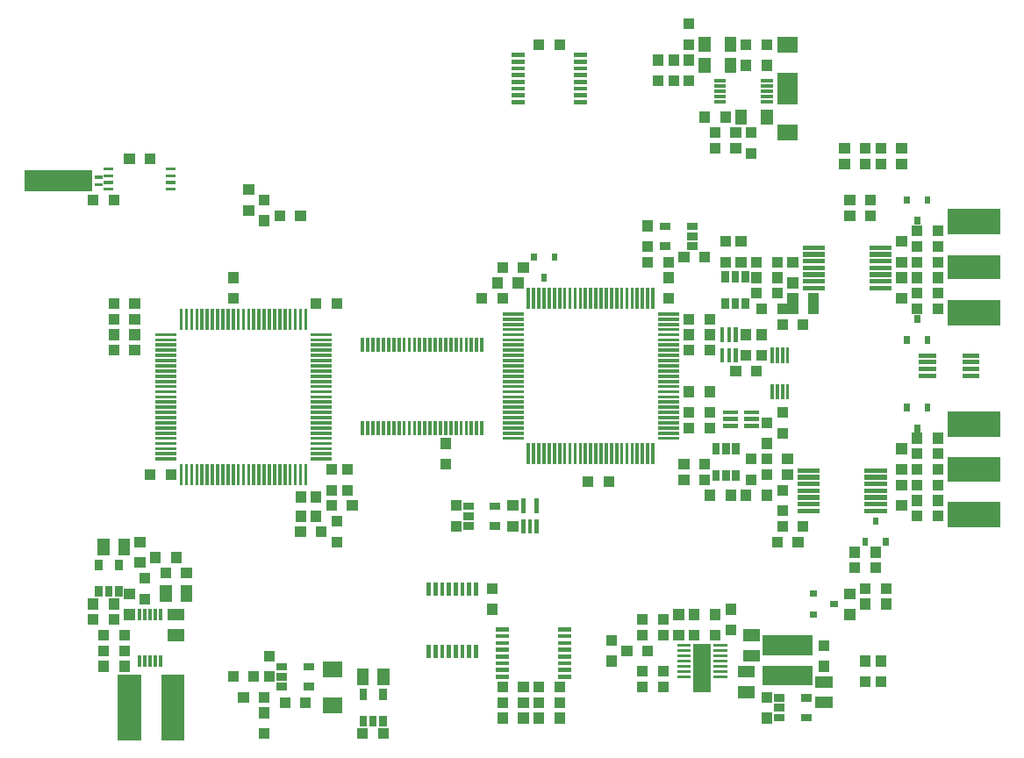
<source format=gtp>
G75*
G70*
%OFA0B0*%
%FSLAX24Y24*%
%IPPOS*%
%LPD*%
%AMOC8*
5,1,8,0,0,1.08239X$1,22.5*
%
%ADD10C,0.0020*%
%ADD11C,0.0020*%
%ADD12C,0.0021*%
%ADD13C,0.0019*%
%ADD14C,0.0021*%
%ADD15C,0.0019*%
%ADD16C,0.0022*%
%ADD17C,0.0020*%
%ADD18C,0.0022*%
%ADD19C,0.0017*%
%ADD20C,0.0020*%
%ADD21C,0.0024*%
%ADD22C,0.0020*%
%ADD23C,0.0018*%
%ADD24C,0.0018*%
%ADD25C,0.0020*%
D10*
X009089Y012187D02*
X009179Y012187D01*
X009089Y012187D02*
X009089Y012953D01*
X009179Y012953D01*
X009179Y012187D01*
X009179Y012206D02*
X009089Y012206D01*
X009089Y012225D02*
X009179Y012225D01*
X009179Y012244D02*
X009089Y012244D01*
X009089Y012263D02*
X009179Y012263D01*
X009179Y012282D02*
X009089Y012282D01*
X009089Y012301D02*
X009179Y012301D01*
X009179Y012320D02*
X009089Y012320D01*
X009089Y012339D02*
X009179Y012339D01*
X009179Y012358D02*
X009089Y012358D01*
X009089Y012377D02*
X009179Y012377D01*
X009179Y012396D02*
X009089Y012396D01*
X009089Y012415D02*
X009179Y012415D01*
X009179Y012434D02*
X009089Y012434D01*
X009089Y012453D02*
X009179Y012453D01*
X009179Y012472D02*
X009089Y012472D01*
X009089Y012491D02*
X009179Y012491D01*
X009179Y012510D02*
X009089Y012510D01*
X009089Y012529D02*
X009179Y012529D01*
X009179Y012548D02*
X009089Y012548D01*
X009089Y012567D02*
X009179Y012567D01*
X009179Y012586D02*
X009089Y012586D01*
X009089Y012605D02*
X009179Y012605D01*
X009179Y012624D02*
X009089Y012624D01*
X009089Y012643D02*
X009179Y012643D01*
X009179Y012662D02*
X009089Y012662D01*
X009089Y012681D02*
X009179Y012681D01*
X009179Y012700D02*
X009089Y012700D01*
X009089Y012719D02*
X009179Y012719D01*
X009179Y012738D02*
X009089Y012738D01*
X009089Y012757D02*
X009179Y012757D01*
X009179Y012776D02*
X009089Y012776D01*
X009089Y012795D02*
X009179Y012795D01*
X009179Y012814D02*
X009089Y012814D01*
X009089Y012833D02*
X009179Y012833D01*
X009179Y012852D02*
X009089Y012852D01*
X009089Y012871D02*
X009179Y012871D01*
X009179Y012890D02*
X009089Y012890D01*
X009089Y012909D02*
X009179Y012909D01*
X009179Y012928D02*
X009089Y012928D01*
X009089Y012947D02*
X009179Y012947D01*
X009286Y012187D02*
X009376Y012187D01*
X009286Y012187D02*
X009286Y012953D01*
X009376Y012953D01*
X009376Y012187D01*
X009376Y012206D02*
X009286Y012206D01*
X009286Y012225D02*
X009376Y012225D01*
X009376Y012244D02*
X009286Y012244D01*
X009286Y012263D02*
X009376Y012263D01*
X009376Y012282D02*
X009286Y012282D01*
X009286Y012301D02*
X009376Y012301D01*
X009376Y012320D02*
X009286Y012320D01*
X009286Y012339D02*
X009376Y012339D01*
X009376Y012358D02*
X009286Y012358D01*
X009286Y012377D02*
X009376Y012377D01*
X009376Y012396D02*
X009286Y012396D01*
X009286Y012415D02*
X009376Y012415D01*
X009376Y012434D02*
X009286Y012434D01*
X009286Y012453D02*
X009376Y012453D01*
X009376Y012472D02*
X009286Y012472D01*
X009286Y012491D02*
X009376Y012491D01*
X009376Y012510D02*
X009286Y012510D01*
X009286Y012529D02*
X009376Y012529D01*
X009376Y012548D02*
X009286Y012548D01*
X009286Y012567D02*
X009376Y012567D01*
X009376Y012586D02*
X009286Y012586D01*
X009286Y012605D02*
X009376Y012605D01*
X009376Y012624D02*
X009286Y012624D01*
X009286Y012643D02*
X009376Y012643D01*
X009376Y012662D02*
X009286Y012662D01*
X009286Y012681D02*
X009376Y012681D01*
X009376Y012700D02*
X009286Y012700D01*
X009286Y012719D02*
X009376Y012719D01*
X009376Y012738D02*
X009286Y012738D01*
X009286Y012757D02*
X009376Y012757D01*
X009376Y012776D02*
X009286Y012776D01*
X009286Y012795D02*
X009376Y012795D01*
X009376Y012814D02*
X009286Y012814D01*
X009286Y012833D02*
X009376Y012833D01*
X009376Y012852D02*
X009286Y012852D01*
X009286Y012871D02*
X009376Y012871D01*
X009376Y012890D02*
X009286Y012890D01*
X009286Y012909D02*
X009376Y012909D01*
X009376Y012928D02*
X009286Y012928D01*
X009286Y012947D02*
X009376Y012947D01*
X009483Y012187D02*
X009573Y012187D01*
X009483Y012187D02*
X009483Y012953D01*
X009573Y012953D01*
X009573Y012187D01*
X009573Y012206D02*
X009483Y012206D01*
X009483Y012225D02*
X009573Y012225D01*
X009573Y012244D02*
X009483Y012244D01*
X009483Y012263D02*
X009573Y012263D01*
X009573Y012282D02*
X009483Y012282D01*
X009483Y012301D02*
X009573Y012301D01*
X009573Y012320D02*
X009483Y012320D01*
X009483Y012339D02*
X009573Y012339D01*
X009573Y012358D02*
X009483Y012358D01*
X009483Y012377D02*
X009573Y012377D01*
X009573Y012396D02*
X009483Y012396D01*
X009483Y012415D02*
X009573Y012415D01*
X009573Y012434D02*
X009483Y012434D01*
X009483Y012453D02*
X009573Y012453D01*
X009573Y012472D02*
X009483Y012472D01*
X009483Y012491D02*
X009573Y012491D01*
X009573Y012510D02*
X009483Y012510D01*
X009483Y012529D02*
X009573Y012529D01*
X009573Y012548D02*
X009483Y012548D01*
X009483Y012567D02*
X009573Y012567D01*
X009573Y012586D02*
X009483Y012586D01*
X009483Y012605D02*
X009573Y012605D01*
X009573Y012624D02*
X009483Y012624D01*
X009483Y012643D02*
X009573Y012643D01*
X009573Y012662D02*
X009483Y012662D01*
X009483Y012681D02*
X009573Y012681D01*
X009573Y012700D02*
X009483Y012700D01*
X009483Y012719D02*
X009573Y012719D01*
X009573Y012738D02*
X009483Y012738D01*
X009483Y012757D02*
X009573Y012757D01*
X009573Y012776D02*
X009483Y012776D01*
X009483Y012795D02*
X009573Y012795D01*
X009573Y012814D02*
X009483Y012814D01*
X009483Y012833D02*
X009573Y012833D01*
X009573Y012852D02*
X009483Y012852D01*
X009483Y012871D02*
X009573Y012871D01*
X009573Y012890D02*
X009483Y012890D01*
X009483Y012909D02*
X009573Y012909D01*
X009573Y012928D02*
X009483Y012928D01*
X009483Y012947D02*
X009573Y012947D01*
X009680Y012187D02*
X009770Y012187D01*
X009680Y012187D02*
X009680Y012953D01*
X009770Y012953D01*
X009770Y012187D01*
X009770Y012206D02*
X009680Y012206D01*
X009680Y012225D02*
X009770Y012225D01*
X009770Y012244D02*
X009680Y012244D01*
X009680Y012263D02*
X009770Y012263D01*
X009770Y012282D02*
X009680Y012282D01*
X009680Y012301D02*
X009770Y012301D01*
X009770Y012320D02*
X009680Y012320D01*
X009680Y012339D02*
X009770Y012339D01*
X009770Y012358D02*
X009680Y012358D01*
X009680Y012377D02*
X009770Y012377D01*
X009770Y012396D02*
X009680Y012396D01*
X009680Y012415D02*
X009770Y012415D01*
X009770Y012434D02*
X009680Y012434D01*
X009680Y012453D02*
X009770Y012453D01*
X009770Y012472D02*
X009680Y012472D01*
X009680Y012491D02*
X009770Y012491D01*
X009770Y012510D02*
X009680Y012510D01*
X009680Y012529D02*
X009770Y012529D01*
X009770Y012548D02*
X009680Y012548D01*
X009680Y012567D02*
X009770Y012567D01*
X009770Y012586D02*
X009680Y012586D01*
X009680Y012605D02*
X009770Y012605D01*
X009770Y012624D02*
X009680Y012624D01*
X009680Y012643D02*
X009770Y012643D01*
X009770Y012662D02*
X009680Y012662D01*
X009680Y012681D02*
X009770Y012681D01*
X009770Y012700D02*
X009680Y012700D01*
X009680Y012719D02*
X009770Y012719D01*
X009770Y012738D02*
X009680Y012738D01*
X009680Y012757D02*
X009770Y012757D01*
X009770Y012776D02*
X009680Y012776D01*
X009680Y012795D02*
X009770Y012795D01*
X009770Y012814D02*
X009680Y012814D01*
X009680Y012833D02*
X009770Y012833D01*
X009770Y012852D02*
X009680Y012852D01*
X009680Y012871D02*
X009770Y012871D01*
X009770Y012890D02*
X009680Y012890D01*
X009680Y012909D02*
X009770Y012909D01*
X009770Y012928D02*
X009680Y012928D01*
X009680Y012947D02*
X009770Y012947D01*
X009877Y012187D02*
X009967Y012187D01*
X009877Y012187D02*
X009877Y012953D01*
X009967Y012953D01*
X009967Y012187D01*
X009967Y012206D02*
X009877Y012206D01*
X009877Y012225D02*
X009967Y012225D01*
X009967Y012244D02*
X009877Y012244D01*
X009877Y012263D02*
X009967Y012263D01*
X009967Y012282D02*
X009877Y012282D01*
X009877Y012301D02*
X009967Y012301D01*
X009967Y012320D02*
X009877Y012320D01*
X009877Y012339D02*
X009967Y012339D01*
X009967Y012358D02*
X009877Y012358D01*
X009877Y012377D02*
X009967Y012377D01*
X009967Y012396D02*
X009877Y012396D01*
X009877Y012415D02*
X009967Y012415D01*
X009967Y012434D02*
X009877Y012434D01*
X009877Y012453D02*
X009967Y012453D01*
X009967Y012472D02*
X009877Y012472D01*
X009877Y012491D02*
X009967Y012491D01*
X009967Y012510D02*
X009877Y012510D01*
X009877Y012529D02*
X009967Y012529D01*
X009967Y012548D02*
X009877Y012548D01*
X009877Y012567D02*
X009967Y012567D01*
X009967Y012586D02*
X009877Y012586D01*
X009877Y012605D02*
X009967Y012605D01*
X009967Y012624D02*
X009877Y012624D01*
X009877Y012643D02*
X009967Y012643D01*
X009967Y012662D02*
X009877Y012662D01*
X009877Y012681D02*
X009967Y012681D01*
X009967Y012700D02*
X009877Y012700D01*
X009877Y012719D02*
X009967Y012719D01*
X009967Y012738D02*
X009877Y012738D01*
X009877Y012757D02*
X009967Y012757D01*
X009967Y012776D02*
X009877Y012776D01*
X009877Y012795D02*
X009967Y012795D01*
X009967Y012814D02*
X009877Y012814D01*
X009877Y012833D02*
X009967Y012833D01*
X009967Y012852D02*
X009877Y012852D01*
X009877Y012871D02*
X009967Y012871D01*
X009967Y012890D02*
X009877Y012890D01*
X009877Y012909D02*
X009967Y012909D01*
X009967Y012928D02*
X009877Y012928D01*
X009877Y012947D02*
X009967Y012947D01*
X010074Y012187D02*
X010164Y012187D01*
X010074Y012187D02*
X010074Y012953D01*
X010164Y012953D01*
X010164Y012187D01*
X010164Y012206D02*
X010074Y012206D01*
X010074Y012225D02*
X010164Y012225D01*
X010164Y012244D02*
X010074Y012244D01*
X010074Y012263D02*
X010164Y012263D01*
X010164Y012282D02*
X010074Y012282D01*
X010074Y012301D02*
X010164Y012301D01*
X010164Y012320D02*
X010074Y012320D01*
X010074Y012339D02*
X010164Y012339D01*
X010164Y012358D02*
X010074Y012358D01*
X010074Y012377D02*
X010164Y012377D01*
X010164Y012396D02*
X010074Y012396D01*
X010074Y012415D02*
X010164Y012415D01*
X010164Y012434D02*
X010074Y012434D01*
X010074Y012453D02*
X010164Y012453D01*
X010164Y012472D02*
X010074Y012472D01*
X010074Y012491D02*
X010164Y012491D01*
X010164Y012510D02*
X010074Y012510D01*
X010074Y012529D02*
X010164Y012529D01*
X010164Y012548D02*
X010074Y012548D01*
X010074Y012567D02*
X010164Y012567D01*
X010164Y012586D02*
X010074Y012586D01*
X010074Y012605D02*
X010164Y012605D01*
X010164Y012624D02*
X010074Y012624D01*
X010074Y012643D02*
X010164Y012643D01*
X010164Y012662D02*
X010074Y012662D01*
X010074Y012681D02*
X010164Y012681D01*
X010164Y012700D02*
X010074Y012700D01*
X010074Y012719D02*
X010164Y012719D01*
X010164Y012738D02*
X010074Y012738D01*
X010074Y012757D02*
X010164Y012757D01*
X010164Y012776D02*
X010074Y012776D01*
X010074Y012795D02*
X010164Y012795D01*
X010164Y012814D02*
X010074Y012814D01*
X010074Y012833D02*
X010164Y012833D01*
X010164Y012852D02*
X010074Y012852D01*
X010074Y012871D02*
X010164Y012871D01*
X010164Y012890D02*
X010074Y012890D01*
X010074Y012909D02*
X010164Y012909D01*
X010164Y012928D02*
X010074Y012928D01*
X010074Y012947D02*
X010164Y012947D01*
X010271Y012187D02*
X010361Y012187D01*
X010271Y012187D02*
X010271Y012953D01*
X010361Y012953D01*
X010361Y012187D01*
X010361Y012206D02*
X010271Y012206D01*
X010271Y012225D02*
X010361Y012225D01*
X010361Y012244D02*
X010271Y012244D01*
X010271Y012263D02*
X010361Y012263D01*
X010361Y012282D02*
X010271Y012282D01*
X010271Y012301D02*
X010361Y012301D01*
X010361Y012320D02*
X010271Y012320D01*
X010271Y012339D02*
X010361Y012339D01*
X010361Y012358D02*
X010271Y012358D01*
X010271Y012377D02*
X010361Y012377D01*
X010361Y012396D02*
X010271Y012396D01*
X010271Y012415D02*
X010361Y012415D01*
X010361Y012434D02*
X010271Y012434D01*
X010271Y012453D02*
X010361Y012453D01*
X010361Y012472D02*
X010271Y012472D01*
X010271Y012491D02*
X010361Y012491D01*
X010361Y012510D02*
X010271Y012510D01*
X010271Y012529D02*
X010361Y012529D01*
X010361Y012548D02*
X010271Y012548D01*
X010271Y012567D02*
X010361Y012567D01*
X010361Y012586D02*
X010271Y012586D01*
X010271Y012605D02*
X010361Y012605D01*
X010361Y012624D02*
X010271Y012624D01*
X010271Y012643D02*
X010361Y012643D01*
X010361Y012662D02*
X010271Y012662D01*
X010271Y012681D02*
X010361Y012681D01*
X010361Y012700D02*
X010271Y012700D01*
X010271Y012719D02*
X010361Y012719D01*
X010361Y012738D02*
X010271Y012738D01*
X010271Y012757D02*
X010361Y012757D01*
X010361Y012776D02*
X010271Y012776D01*
X010271Y012795D02*
X010361Y012795D01*
X010361Y012814D02*
X010271Y012814D01*
X010271Y012833D02*
X010361Y012833D01*
X010361Y012852D02*
X010271Y012852D01*
X010271Y012871D02*
X010361Y012871D01*
X010361Y012890D02*
X010271Y012890D01*
X010271Y012909D02*
X010361Y012909D01*
X010361Y012928D02*
X010271Y012928D01*
X010271Y012947D02*
X010361Y012947D01*
X010467Y012187D02*
X010557Y012187D01*
X010467Y012187D02*
X010467Y012953D01*
X010557Y012953D01*
X010557Y012187D01*
X010557Y012206D02*
X010467Y012206D01*
X010467Y012225D02*
X010557Y012225D01*
X010557Y012244D02*
X010467Y012244D01*
X010467Y012263D02*
X010557Y012263D01*
X010557Y012282D02*
X010467Y012282D01*
X010467Y012301D02*
X010557Y012301D01*
X010557Y012320D02*
X010467Y012320D01*
X010467Y012339D02*
X010557Y012339D01*
X010557Y012358D02*
X010467Y012358D01*
X010467Y012377D02*
X010557Y012377D01*
X010557Y012396D02*
X010467Y012396D01*
X010467Y012415D02*
X010557Y012415D01*
X010557Y012434D02*
X010467Y012434D01*
X010467Y012453D02*
X010557Y012453D01*
X010557Y012472D02*
X010467Y012472D01*
X010467Y012491D02*
X010557Y012491D01*
X010557Y012510D02*
X010467Y012510D01*
X010467Y012529D02*
X010557Y012529D01*
X010557Y012548D02*
X010467Y012548D01*
X010467Y012567D02*
X010557Y012567D01*
X010557Y012586D02*
X010467Y012586D01*
X010467Y012605D02*
X010557Y012605D01*
X010557Y012624D02*
X010467Y012624D01*
X010467Y012643D02*
X010557Y012643D01*
X010557Y012662D02*
X010467Y012662D01*
X010467Y012681D02*
X010557Y012681D01*
X010557Y012700D02*
X010467Y012700D01*
X010467Y012719D02*
X010557Y012719D01*
X010557Y012738D02*
X010467Y012738D01*
X010467Y012757D02*
X010557Y012757D01*
X010557Y012776D02*
X010467Y012776D01*
X010467Y012795D02*
X010557Y012795D01*
X010557Y012814D02*
X010467Y012814D01*
X010467Y012833D02*
X010557Y012833D01*
X010557Y012852D02*
X010467Y012852D01*
X010467Y012871D02*
X010557Y012871D01*
X010557Y012890D02*
X010467Y012890D01*
X010467Y012909D02*
X010557Y012909D01*
X010557Y012928D02*
X010467Y012928D01*
X010467Y012947D02*
X010557Y012947D01*
X010664Y012187D02*
X010754Y012187D01*
X010664Y012187D02*
X010664Y012953D01*
X010754Y012953D01*
X010754Y012187D01*
X010754Y012206D02*
X010664Y012206D01*
X010664Y012225D02*
X010754Y012225D01*
X010754Y012244D02*
X010664Y012244D01*
X010664Y012263D02*
X010754Y012263D01*
X010754Y012282D02*
X010664Y012282D01*
X010664Y012301D02*
X010754Y012301D01*
X010754Y012320D02*
X010664Y012320D01*
X010664Y012339D02*
X010754Y012339D01*
X010754Y012358D02*
X010664Y012358D01*
X010664Y012377D02*
X010754Y012377D01*
X010754Y012396D02*
X010664Y012396D01*
X010664Y012415D02*
X010754Y012415D01*
X010754Y012434D02*
X010664Y012434D01*
X010664Y012453D02*
X010754Y012453D01*
X010754Y012472D02*
X010664Y012472D01*
X010664Y012491D02*
X010754Y012491D01*
X010754Y012510D02*
X010664Y012510D01*
X010664Y012529D02*
X010754Y012529D01*
X010754Y012548D02*
X010664Y012548D01*
X010664Y012567D02*
X010754Y012567D01*
X010754Y012586D02*
X010664Y012586D01*
X010664Y012605D02*
X010754Y012605D01*
X010754Y012624D02*
X010664Y012624D01*
X010664Y012643D02*
X010754Y012643D01*
X010754Y012662D02*
X010664Y012662D01*
X010664Y012681D02*
X010754Y012681D01*
X010754Y012700D02*
X010664Y012700D01*
X010664Y012719D02*
X010754Y012719D01*
X010754Y012738D02*
X010664Y012738D01*
X010664Y012757D02*
X010754Y012757D01*
X010754Y012776D02*
X010664Y012776D01*
X010664Y012795D02*
X010754Y012795D01*
X010754Y012814D02*
X010664Y012814D01*
X010664Y012833D02*
X010754Y012833D01*
X010754Y012852D02*
X010664Y012852D01*
X010664Y012871D02*
X010754Y012871D01*
X010754Y012890D02*
X010664Y012890D01*
X010664Y012909D02*
X010754Y012909D01*
X010754Y012928D02*
X010664Y012928D01*
X010664Y012947D02*
X010754Y012947D01*
X010861Y012187D02*
X010951Y012187D01*
X010861Y012187D02*
X010861Y012953D01*
X010951Y012953D01*
X010951Y012187D01*
X010951Y012206D02*
X010861Y012206D01*
X010861Y012225D02*
X010951Y012225D01*
X010951Y012244D02*
X010861Y012244D01*
X010861Y012263D02*
X010951Y012263D01*
X010951Y012282D02*
X010861Y012282D01*
X010861Y012301D02*
X010951Y012301D01*
X010951Y012320D02*
X010861Y012320D01*
X010861Y012339D02*
X010951Y012339D01*
X010951Y012358D02*
X010861Y012358D01*
X010861Y012377D02*
X010951Y012377D01*
X010951Y012396D02*
X010861Y012396D01*
X010861Y012415D02*
X010951Y012415D01*
X010951Y012434D02*
X010861Y012434D01*
X010861Y012453D02*
X010951Y012453D01*
X010951Y012472D02*
X010861Y012472D01*
X010861Y012491D02*
X010951Y012491D01*
X010951Y012510D02*
X010861Y012510D01*
X010861Y012529D02*
X010951Y012529D01*
X010951Y012548D02*
X010861Y012548D01*
X010861Y012567D02*
X010951Y012567D01*
X010951Y012586D02*
X010861Y012586D01*
X010861Y012605D02*
X010951Y012605D01*
X010951Y012624D02*
X010861Y012624D01*
X010861Y012643D02*
X010951Y012643D01*
X010951Y012662D02*
X010861Y012662D01*
X010861Y012681D02*
X010951Y012681D01*
X010951Y012700D02*
X010861Y012700D01*
X010861Y012719D02*
X010951Y012719D01*
X010951Y012738D02*
X010861Y012738D01*
X010861Y012757D02*
X010951Y012757D01*
X010951Y012776D02*
X010861Y012776D01*
X010861Y012795D02*
X010951Y012795D01*
X010951Y012814D02*
X010861Y012814D01*
X010861Y012833D02*
X010951Y012833D01*
X010951Y012852D02*
X010861Y012852D01*
X010861Y012871D02*
X010951Y012871D01*
X010951Y012890D02*
X010861Y012890D01*
X010861Y012909D02*
X010951Y012909D01*
X010951Y012928D02*
X010861Y012928D01*
X010861Y012947D02*
X010951Y012947D01*
X011058Y012187D02*
X011148Y012187D01*
X011058Y012187D02*
X011058Y012953D01*
X011148Y012953D01*
X011148Y012187D01*
X011148Y012206D02*
X011058Y012206D01*
X011058Y012225D02*
X011148Y012225D01*
X011148Y012244D02*
X011058Y012244D01*
X011058Y012263D02*
X011148Y012263D01*
X011148Y012282D02*
X011058Y012282D01*
X011058Y012301D02*
X011148Y012301D01*
X011148Y012320D02*
X011058Y012320D01*
X011058Y012339D02*
X011148Y012339D01*
X011148Y012358D02*
X011058Y012358D01*
X011058Y012377D02*
X011148Y012377D01*
X011148Y012396D02*
X011058Y012396D01*
X011058Y012415D02*
X011148Y012415D01*
X011148Y012434D02*
X011058Y012434D01*
X011058Y012453D02*
X011148Y012453D01*
X011148Y012472D02*
X011058Y012472D01*
X011058Y012491D02*
X011148Y012491D01*
X011148Y012510D02*
X011058Y012510D01*
X011058Y012529D02*
X011148Y012529D01*
X011148Y012548D02*
X011058Y012548D01*
X011058Y012567D02*
X011148Y012567D01*
X011148Y012586D02*
X011058Y012586D01*
X011058Y012605D02*
X011148Y012605D01*
X011148Y012624D02*
X011058Y012624D01*
X011058Y012643D02*
X011148Y012643D01*
X011148Y012662D02*
X011058Y012662D01*
X011058Y012681D02*
X011148Y012681D01*
X011148Y012700D02*
X011058Y012700D01*
X011058Y012719D02*
X011148Y012719D01*
X011148Y012738D02*
X011058Y012738D01*
X011058Y012757D02*
X011148Y012757D01*
X011148Y012776D02*
X011058Y012776D01*
X011058Y012795D02*
X011148Y012795D01*
X011148Y012814D02*
X011058Y012814D01*
X011058Y012833D02*
X011148Y012833D01*
X011148Y012852D02*
X011058Y012852D01*
X011058Y012871D02*
X011148Y012871D01*
X011148Y012890D02*
X011058Y012890D01*
X011058Y012909D02*
X011148Y012909D01*
X011148Y012928D02*
X011058Y012928D01*
X011058Y012947D02*
X011148Y012947D01*
X011255Y012187D02*
X011345Y012187D01*
X011255Y012187D02*
X011255Y012953D01*
X011345Y012953D01*
X011345Y012187D01*
X011345Y012206D02*
X011255Y012206D01*
X011255Y012225D02*
X011345Y012225D01*
X011345Y012244D02*
X011255Y012244D01*
X011255Y012263D02*
X011345Y012263D01*
X011345Y012282D02*
X011255Y012282D01*
X011255Y012301D02*
X011345Y012301D01*
X011345Y012320D02*
X011255Y012320D01*
X011255Y012339D02*
X011345Y012339D01*
X011345Y012358D02*
X011255Y012358D01*
X011255Y012377D02*
X011345Y012377D01*
X011345Y012396D02*
X011255Y012396D01*
X011255Y012415D02*
X011345Y012415D01*
X011345Y012434D02*
X011255Y012434D01*
X011255Y012453D02*
X011345Y012453D01*
X011345Y012472D02*
X011255Y012472D01*
X011255Y012491D02*
X011345Y012491D01*
X011345Y012510D02*
X011255Y012510D01*
X011255Y012529D02*
X011345Y012529D01*
X011345Y012548D02*
X011255Y012548D01*
X011255Y012567D02*
X011345Y012567D01*
X011345Y012586D02*
X011255Y012586D01*
X011255Y012605D02*
X011345Y012605D01*
X011345Y012624D02*
X011255Y012624D01*
X011255Y012643D02*
X011345Y012643D01*
X011345Y012662D02*
X011255Y012662D01*
X011255Y012681D02*
X011345Y012681D01*
X011345Y012700D02*
X011255Y012700D01*
X011255Y012719D02*
X011345Y012719D01*
X011345Y012738D02*
X011255Y012738D01*
X011255Y012757D02*
X011345Y012757D01*
X011345Y012776D02*
X011255Y012776D01*
X011255Y012795D02*
X011345Y012795D01*
X011345Y012814D02*
X011255Y012814D01*
X011255Y012833D02*
X011345Y012833D01*
X011345Y012852D02*
X011255Y012852D01*
X011255Y012871D02*
X011345Y012871D01*
X011345Y012890D02*
X011255Y012890D01*
X011255Y012909D02*
X011345Y012909D01*
X011345Y012928D02*
X011255Y012928D01*
X011255Y012947D02*
X011345Y012947D01*
X011452Y012187D02*
X011542Y012187D01*
X011452Y012187D02*
X011452Y012953D01*
X011542Y012953D01*
X011542Y012187D01*
X011542Y012206D02*
X011452Y012206D01*
X011452Y012225D02*
X011542Y012225D01*
X011542Y012244D02*
X011452Y012244D01*
X011452Y012263D02*
X011542Y012263D01*
X011542Y012282D02*
X011452Y012282D01*
X011452Y012301D02*
X011542Y012301D01*
X011542Y012320D02*
X011452Y012320D01*
X011452Y012339D02*
X011542Y012339D01*
X011542Y012358D02*
X011452Y012358D01*
X011452Y012377D02*
X011542Y012377D01*
X011542Y012396D02*
X011452Y012396D01*
X011452Y012415D02*
X011542Y012415D01*
X011542Y012434D02*
X011452Y012434D01*
X011452Y012453D02*
X011542Y012453D01*
X011542Y012472D02*
X011452Y012472D01*
X011452Y012491D02*
X011542Y012491D01*
X011542Y012510D02*
X011452Y012510D01*
X011452Y012529D02*
X011542Y012529D01*
X011542Y012548D02*
X011452Y012548D01*
X011452Y012567D02*
X011542Y012567D01*
X011542Y012586D02*
X011452Y012586D01*
X011452Y012605D02*
X011542Y012605D01*
X011542Y012624D02*
X011452Y012624D01*
X011452Y012643D02*
X011542Y012643D01*
X011542Y012662D02*
X011452Y012662D01*
X011452Y012681D02*
X011542Y012681D01*
X011542Y012700D02*
X011452Y012700D01*
X011452Y012719D02*
X011542Y012719D01*
X011542Y012738D02*
X011452Y012738D01*
X011452Y012757D02*
X011542Y012757D01*
X011542Y012776D02*
X011452Y012776D01*
X011452Y012795D02*
X011542Y012795D01*
X011542Y012814D02*
X011452Y012814D01*
X011452Y012833D02*
X011542Y012833D01*
X011542Y012852D02*
X011452Y012852D01*
X011452Y012871D02*
X011542Y012871D01*
X011542Y012890D02*
X011452Y012890D01*
X011452Y012909D02*
X011542Y012909D01*
X011542Y012928D02*
X011452Y012928D01*
X011452Y012947D02*
X011542Y012947D01*
X011649Y012187D02*
X011739Y012187D01*
X011649Y012187D02*
X011649Y012953D01*
X011739Y012953D01*
X011739Y012187D01*
X011739Y012206D02*
X011649Y012206D01*
X011649Y012225D02*
X011739Y012225D01*
X011739Y012244D02*
X011649Y012244D01*
X011649Y012263D02*
X011739Y012263D01*
X011739Y012282D02*
X011649Y012282D01*
X011649Y012301D02*
X011739Y012301D01*
X011739Y012320D02*
X011649Y012320D01*
X011649Y012339D02*
X011739Y012339D01*
X011739Y012358D02*
X011649Y012358D01*
X011649Y012377D02*
X011739Y012377D01*
X011739Y012396D02*
X011649Y012396D01*
X011649Y012415D02*
X011739Y012415D01*
X011739Y012434D02*
X011649Y012434D01*
X011649Y012453D02*
X011739Y012453D01*
X011739Y012472D02*
X011649Y012472D01*
X011649Y012491D02*
X011739Y012491D01*
X011739Y012510D02*
X011649Y012510D01*
X011649Y012529D02*
X011739Y012529D01*
X011739Y012548D02*
X011649Y012548D01*
X011649Y012567D02*
X011739Y012567D01*
X011739Y012586D02*
X011649Y012586D01*
X011649Y012605D02*
X011739Y012605D01*
X011739Y012624D02*
X011649Y012624D01*
X011649Y012643D02*
X011739Y012643D01*
X011739Y012662D02*
X011649Y012662D01*
X011649Y012681D02*
X011739Y012681D01*
X011739Y012700D02*
X011649Y012700D01*
X011649Y012719D02*
X011739Y012719D01*
X011739Y012738D02*
X011649Y012738D01*
X011649Y012757D02*
X011739Y012757D01*
X011739Y012776D02*
X011649Y012776D01*
X011649Y012795D02*
X011739Y012795D01*
X011739Y012814D02*
X011649Y012814D01*
X011649Y012833D02*
X011739Y012833D01*
X011739Y012852D02*
X011649Y012852D01*
X011649Y012871D02*
X011739Y012871D01*
X011739Y012890D02*
X011649Y012890D01*
X011649Y012909D02*
X011739Y012909D01*
X011739Y012928D02*
X011649Y012928D01*
X011649Y012947D02*
X011739Y012947D01*
X011845Y012187D02*
X011935Y012187D01*
X011845Y012187D02*
X011845Y012953D01*
X011935Y012953D01*
X011935Y012187D01*
X011935Y012206D02*
X011845Y012206D01*
X011845Y012225D02*
X011935Y012225D01*
X011935Y012244D02*
X011845Y012244D01*
X011845Y012263D02*
X011935Y012263D01*
X011935Y012282D02*
X011845Y012282D01*
X011845Y012301D02*
X011935Y012301D01*
X011935Y012320D02*
X011845Y012320D01*
X011845Y012339D02*
X011935Y012339D01*
X011935Y012358D02*
X011845Y012358D01*
X011845Y012377D02*
X011935Y012377D01*
X011935Y012396D02*
X011845Y012396D01*
X011845Y012415D02*
X011935Y012415D01*
X011935Y012434D02*
X011845Y012434D01*
X011845Y012453D02*
X011935Y012453D01*
X011935Y012472D02*
X011845Y012472D01*
X011845Y012491D02*
X011935Y012491D01*
X011935Y012510D02*
X011845Y012510D01*
X011845Y012529D02*
X011935Y012529D01*
X011935Y012548D02*
X011845Y012548D01*
X011845Y012567D02*
X011935Y012567D01*
X011935Y012586D02*
X011845Y012586D01*
X011845Y012605D02*
X011935Y012605D01*
X011935Y012624D02*
X011845Y012624D01*
X011845Y012643D02*
X011935Y012643D01*
X011935Y012662D02*
X011845Y012662D01*
X011845Y012681D02*
X011935Y012681D01*
X011935Y012700D02*
X011845Y012700D01*
X011845Y012719D02*
X011935Y012719D01*
X011935Y012738D02*
X011845Y012738D01*
X011845Y012757D02*
X011935Y012757D01*
X011935Y012776D02*
X011845Y012776D01*
X011845Y012795D02*
X011935Y012795D01*
X011935Y012814D02*
X011845Y012814D01*
X011845Y012833D02*
X011935Y012833D01*
X011935Y012852D02*
X011845Y012852D01*
X011845Y012871D02*
X011935Y012871D01*
X011935Y012890D02*
X011845Y012890D01*
X011845Y012909D02*
X011935Y012909D01*
X011935Y012928D02*
X011845Y012928D01*
X011845Y012947D02*
X011935Y012947D01*
X012042Y012187D02*
X012132Y012187D01*
X012042Y012187D02*
X012042Y012953D01*
X012132Y012953D01*
X012132Y012187D01*
X012132Y012206D02*
X012042Y012206D01*
X012042Y012225D02*
X012132Y012225D01*
X012132Y012244D02*
X012042Y012244D01*
X012042Y012263D02*
X012132Y012263D01*
X012132Y012282D02*
X012042Y012282D01*
X012042Y012301D02*
X012132Y012301D01*
X012132Y012320D02*
X012042Y012320D01*
X012042Y012339D02*
X012132Y012339D01*
X012132Y012358D02*
X012042Y012358D01*
X012042Y012377D02*
X012132Y012377D01*
X012132Y012396D02*
X012042Y012396D01*
X012042Y012415D02*
X012132Y012415D01*
X012132Y012434D02*
X012042Y012434D01*
X012042Y012453D02*
X012132Y012453D01*
X012132Y012472D02*
X012042Y012472D01*
X012042Y012491D02*
X012132Y012491D01*
X012132Y012510D02*
X012042Y012510D01*
X012042Y012529D02*
X012132Y012529D01*
X012132Y012548D02*
X012042Y012548D01*
X012042Y012567D02*
X012132Y012567D01*
X012132Y012586D02*
X012042Y012586D01*
X012042Y012605D02*
X012132Y012605D01*
X012132Y012624D02*
X012042Y012624D01*
X012042Y012643D02*
X012132Y012643D01*
X012132Y012662D02*
X012042Y012662D01*
X012042Y012681D02*
X012132Y012681D01*
X012132Y012700D02*
X012042Y012700D01*
X012042Y012719D02*
X012132Y012719D01*
X012132Y012738D02*
X012042Y012738D01*
X012042Y012757D02*
X012132Y012757D01*
X012132Y012776D02*
X012042Y012776D01*
X012042Y012795D02*
X012132Y012795D01*
X012132Y012814D02*
X012042Y012814D01*
X012042Y012833D02*
X012132Y012833D01*
X012132Y012852D02*
X012042Y012852D01*
X012042Y012871D02*
X012132Y012871D01*
X012132Y012890D02*
X012042Y012890D01*
X012042Y012909D02*
X012132Y012909D01*
X012132Y012928D02*
X012042Y012928D01*
X012042Y012947D02*
X012132Y012947D01*
X012239Y012187D02*
X012329Y012187D01*
X012239Y012187D02*
X012239Y012953D01*
X012329Y012953D01*
X012329Y012187D01*
X012329Y012206D02*
X012239Y012206D01*
X012239Y012225D02*
X012329Y012225D01*
X012329Y012244D02*
X012239Y012244D01*
X012239Y012263D02*
X012329Y012263D01*
X012329Y012282D02*
X012239Y012282D01*
X012239Y012301D02*
X012329Y012301D01*
X012329Y012320D02*
X012239Y012320D01*
X012239Y012339D02*
X012329Y012339D01*
X012329Y012358D02*
X012239Y012358D01*
X012239Y012377D02*
X012329Y012377D01*
X012329Y012396D02*
X012239Y012396D01*
X012239Y012415D02*
X012329Y012415D01*
X012329Y012434D02*
X012239Y012434D01*
X012239Y012453D02*
X012329Y012453D01*
X012329Y012472D02*
X012239Y012472D01*
X012239Y012491D02*
X012329Y012491D01*
X012329Y012510D02*
X012239Y012510D01*
X012239Y012529D02*
X012329Y012529D01*
X012329Y012548D02*
X012239Y012548D01*
X012239Y012567D02*
X012329Y012567D01*
X012329Y012586D02*
X012239Y012586D01*
X012239Y012605D02*
X012329Y012605D01*
X012329Y012624D02*
X012239Y012624D01*
X012239Y012643D02*
X012329Y012643D01*
X012329Y012662D02*
X012239Y012662D01*
X012239Y012681D02*
X012329Y012681D01*
X012329Y012700D02*
X012239Y012700D01*
X012239Y012719D02*
X012329Y012719D01*
X012329Y012738D02*
X012239Y012738D01*
X012239Y012757D02*
X012329Y012757D01*
X012329Y012776D02*
X012239Y012776D01*
X012239Y012795D02*
X012329Y012795D01*
X012329Y012814D02*
X012239Y012814D01*
X012239Y012833D02*
X012329Y012833D01*
X012329Y012852D02*
X012239Y012852D01*
X012239Y012871D02*
X012329Y012871D01*
X012329Y012890D02*
X012239Y012890D01*
X012239Y012909D02*
X012329Y012909D01*
X012329Y012928D02*
X012239Y012928D01*
X012239Y012947D02*
X012329Y012947D01*
X012436Y012187D02*
X012526Y012187D01*
X012436Y012187D02*
X012436Y012953D01*
X012526Y012953D01*
X012526Y012187D01*
X012526Y012206D02*
X012436Y012206D01*
X012436Y012225D02*
X012526Y012225D01*
X012526Y012244D02*
X012436Y012244D01*
X012436Y012263D02*
X012526Y012263D01*
X012526Y012282D02*
X012436Y012282D01*
X012436Y012301D02*
X012526Y012301D01*
X012526Y012320D02*
X012436Y012320D01*
X012436Y012339D02*
X012526Y012339D01*
X012526Y012358D02*
X012436Y012358D01*
X012436Y012377D02*
X012526Y012377D01*
X012526Y012396D02*
X012436Y012396D01*
X012436Y012415D02*
X012526Y012415D01*
X012526Y012434D02*
X012436Y012434D01*
X012436Y012453D02*
X012526Y012453D01*
X012526Y012472D02*
X012436Y012472D01*
X012436Y012491D02*
X012526Y012491D01*
X012526Y012510D02*
X012436Y012510D01*
X012436Y012529D02*
X012526Y012529D01*
X012526Y012548D02*
X012436Y012548D01*
X012436Y012567D02*
X012526Y012567D01*
X012526Y012586D02*
X012436Y012586D01*
X012436Y012605D02*
X012526Y012605D01*
X012526Y012624D02*
X012436Y012624D01*
X012436Y012643D02*
X012526Y012643D01*
X012526Y012662D02*
X012436Y012662D01*
X012436Y012681D02*
X012526Y012681D01*
X012526Y012700D02*
X012436Y012700D01*
X012436Y012719D02*
X012526Y012719D01*
X012526Y012738D02*
X012436Y012738D01*
X012436Y012757D02*
X012526Y012757D01*
X012526Y012776D02*
X012436Y012776D01*
X012436Y012795D02*
X012526Y012795D01*
X012526Y012814D02*
X012436Y012814D01*
X012436Y012833D02*
X012526Y012833D01*
X012526Y012852D02*
X012436Y012852D01*
X012436Y012871D02*
X012526Y012871D01*
X012526Y012890D02*
X012436Y012890D01*
X012436Y012909D02*
X012526Y012909D01*
X012526Y012928D02*
X012436Y012928D01*
X012436Y012947D02*
X012526Y012947D01*
X012633Y012187D02*
X012723Y012187D01*
X012633Y012187D02*
X012633Y012953D01*
X012723Y012953D01*
X012723Y012187D01*
X012723Y012206D02*
X012633Y012206D01*
X012633Y012225D02*
X012723Y012225D01*
X012723Y012244D02*
X012633Y012244D01*
X012633Y012263D02*
X012723Y012263D01*
X012723Y012282D02*
X012633Y012282D01*
X012633Y012301D02*
X012723Y012301D01*
X012723Y012320D02*
X012633Y012320D01*
X012633Y012339D02*
X012723Y012339D01*
X012723Y012358D02*
X012633Y012358D01*
X012633Y012377D02*
X012723Y012377D01*
X012723Y012396D02*
X012633Y012396D01*
X012633Y012415D02*
X012723Y012415D01*
X012723Y012434D02*
X012633Y012434D01*
X012633Y012453D02*
X012723Y012453D01*
X012723Y012472D02*
X012633Y012472D01*
X012633Y012491D02*
X012723Y012491D01*
X012723Y012510D02*
X012633Y012510D01*
X012633Y012529D02*
X012723Y012529D01*
X012723Y012548D02*
X012633Y012548D01*
X012633Y012567D02*
X012723Y012567D01*
X012723Y012586D02*
X012633Y012586D01*
X012633Y012605D02*
X012723Y012605D01*
X012723Y012624D02*
X012633Y012624D01*
X012633Y012643D02*
X012723Y012643D01*
X012723Y012662D02*
X012633Y012662D01*
X012633Y012681D02*
X012723Y012681D01*
X012723Y012700D02*
X012633Y012700D01*
X012633Y012719D02*
X012723Y012719D01*
X012723Y012738D02*
X012633Y012738D01*
X012633Y012757D02*
X012723Y012757D01*
X012723Y012776D02*
X012633Y012776D01*
X012633Y012795D02*
X012723Y012795D01*
X012723Y012814D02*
X012633Y012814D01*
X012633Y012833D02*
X012723Y012833D01*
X012723Y012852D02*
X012633Y012852D01*
X012633Y012871D02*
X012723Y012871D01*
X012723Y012890D02*
X012633Y012890D01*
X012633Y012909D02*
X012723Y012909D01*
X012723Y012928D02*
X012633Y012928D01*
X012633Y012947D02*
X012723Y012947D01*
X012830Y012187D02*
X012920Y012187D01*
X012830Y012187D02*
X012830Y012953D01*
X012920Y012953D01*
X012920Y012187D01*
X012920Y012206D02*
X012830Y012206D01*
X012830Y012225D02*
X012920Y012225D01*
X012920Y012244D02*
X012830Y012244D01*
X012830Y012263D02*
X012920Y012263D01*
X012920Y012282D02*
X012830Y012282D01*
X012830Y012301D02*
X012920Y012301D01*
X012920Y012320D02*
X012830Y012320D01*
X012830Y012339D02*
X012920Y012339D01*
X012920Y012358D02*
X012830Y012358D01*
X012830Y012377D02*
X012920Y012377D01*
X012920Y012396D02*
X012830Y012396D01*
X012830Y012415D02*
X012920Y012415D01*
X012920Y012434D02*
X012830Y012434D01*
X012830Y012453D02*
X012920Y012453D01*
X012920Y012472D02*
X012830Y012472D01*
X012830Y012491D02*
X012920Y012491D01*
X012920Y012510D02*
X012830Y012510D01*
X012830Y012529D02*
X012920Y012529D01*
X012920Y012548D02*
X012830Y012548D01*
X012830Y012567D02*
X012920Y012567D01*
X012920Y012586D02*
X012830Y012586D01*
X012830Y012605D02*
X012920Y012605D01*
X012920Y012624D02*
X012830Y012624D01*
X012830Y012643D02*
X012920Y012643D01*
X012920Y012662D02*
X012830Y012662D01*
X012830Y012681D02*
X012920Y012681D01*
X012920Y012700D02*
X012830Y012700D01*
X012830Y012719D02*
X012920Y012719D01*
X012920Y012738D02*
X012830Y012738D01*
X012830Y012757D02*
X012920Y012757D01*
X012920Y012776D02*
X012830Y012776D01*
X012830Y012795D02*
X012920Y012795D01*
X012920Y012814D02*
X012830Y012814D01*
X012830Y012833D02*
X012920Y012833D01*
X012920Y012852D02*
X012830Y012852D01*
X012830Y012871D02*
X012920Y012871D01*
X012920Y012890D02*
X012830Y012890D01*
X012830Y012909D02*
X012920Y012909D01*
X012920Y012928D02*
X012830Y012928D01*
X012830Y012947D02*
X012920Y012947D01*
X013026Y012187D02*
X013116Y012187D01*
X013026Y012187D02*
X013026Y012953D01*
X013116Y012953D01*
X013116Y012187D01*
X013116Y012206D02*
X013026Y012206D01*
X013026Y012225D02*
X013116Y012225D01*
X013116Y012244D02*
X013026Y012244D01*
X013026Y012263D02*
X013116Y012263D01*
X013116Y012282D02*
X013026Y012282D01*
X013026Y012301D02*
X013116Y012301D01*
X013116Y012320D02*
X013026Y012320D01*
X013026Y012339D02*
X013116Y012339D01*
X013116Y012358D02*
X013026Y012358D01*
X013026Y012377D02*
X013116Y012377D01*
X013116Y012396D02*
X013026Y012396D01*
X013026Y012415D02*
X013116Y012415D01*
X013116Y012434D02*
X013026Y012434D01*
X013026Y012453D02*
X013116Y012453D01*
X013116Y012472D02*
X013026Y012472D01*
X013026Y012491D02*
X013116Y012491D01*
X013116Y012510D02*
X013026Y012510D01*
X013026Y012529D02*
X013116Y012529D01*
X013116Y012548D02*
X013026Y012548D01*
X013026Y012567D02*
X013116Y012567D01*
X013116Y012586D02*
X013026Y012586D01*
X013026Y012605D02*
X013116Y012605D01*
X013116Y012624D02*
X013026Y012624D01*
X013026Y012643D02*
X013116Y012643D01*
X013116Y012662D02*
X013026Y012662D01*
X013026Y012681D02*
X013116Y012681D01*
X013116Y012700D02*
X013026Y012700D01*
X013026Y012719D02*
X013116Y012719D01*
X013116Y012738D02*
X013026Y012738D01*
X013026Y012757D02*
X013116Y012757D01*
X013116Y012776D02*
X013026Y012776D01*
X013026Y012795D02*
X013116Y012795D01*
X013116Y012814D02*
X013026Y012814D01*
X013026Y012833D02*
X013116Y012833D01*
X013116Y012852D02*
X013026Y012852D01*
X013026Y012871D02*
X013116Y012871D01*
X013116Y012890D02*
X013026Y012890D01*
X013026Y012909D02*
X013116Y012909D01*
X013116Y012928D02*
X013026Y012928D01*
X013026Y012947D02*
X013116Y012947D01*
X013223Y012187D02*
X013313Y012187D01*
X013223Y012187D02*
X013223Y012953D01*
X013313Y012953D01*
X013313Y012187D01*
X013313Y012206D02*
X013223Y012206D01*
X013223Y012225D02*
X013313Y012225D01*
X013313Y012244D02*
X013223Y012244D01*
X013223Y012263D02*
X013313Y012263D01*
X013313Y012282D02*
X013223Y012282D01*
X013223Y012301D02*
X013313Y012301D01*
X013313Y012320D02*
X013223Y012320D01*
X013223Y012339D02*
X013313Y012339D01*
X013313Y012358D02*
X013223Y012358D01*
X013223Y012377D02*
X013313Y012377D01*
X013313Y012396D02*
X013223Y012396D01*
X013223Y012415D02*
X013313Y012415D01*
X013313Y012434D02*
X013223Y012434D01*
X013223Y012453D02*
X013313Y012453D01*
X013313Y012472D02*
X013223Y012472D01*
X013223Y012491D02*
X013313Y012491D01*
X013313Y012510D02*
X013223Y012510D01*
X013223Y012529D02*
X013313Y012529D01*
X013313Y012548D02*
X013223Y012548D01*
X013223Y012567D02*
X013313Y012567D01*
X013313Y012586D02*
X013223Y012586D01*
X013223Y012605D02*
X013313Y012605D01*
X013313Y012624D02*
X013223Y012624D01*
X013223Y012643D02*
X013313Y012643D01*
X013313Y012662D02*
X013223Y012662D01*
X013223Y012681D02*
X013313Y012681D01*
X013313Y012700D02*
X013223Y012700D01*
X013223Y012719D02*
X013313Y012719D01*
X013313Y012738D02*
X013223Y012738D01*
X013223Y012757D02*
X013313Y012757D01*
X013313Y012776D02*
X013223Y012776D01*
X013223Y012795D02*
X013313Y012795D01*
X013313Y012814D02*
X013223Y012814D01*
X013223Y012833D02*
X013313Y012833D01*
X013313Y012852D02*
X013223Y012852D01*
X013223Y012871D02*
X013313Y012871D01*
X013313Y012890D02*
X013223Y012890D01*
X013223Y012909D02*
X013313Y012909D01*
X013313Y012928D02*
X013223Y012928D01*
X013223Y012947D02*
X013313Y012947D01*
X013420Y012187D02*
X013510Y012187D01*
X013420Y012187D02*
X013420Y012953D01*
X013510Y012953D01*
X013510Y012187D01*
X013510Y012206D02*
X013420Y012206D01*
X013420Y012225D02*
X013510Y012225D01*
X013510Y012244D02*
X013420Y012244D01*
X013420Y012263D02*
X013510Y012263D01*
X013510Y012282D02*
X013420Y012282D01*
X013420Y012301D02*
X013510Y012301D01*
X013510Y012320D02*
X013420Y012320D01*
X013420Y012339D02*
X013510Y012339D01*
X013510Y012358D02*
X013420Y012358D01*
X013420Y012377D02*
X013510Y012377D01*
X013510Y012396D02*
X013420Y012396D01*
X013420Y012415D02*
X013510Y012415D01*
X013510Y012434D02*
X013420Y012434D01*
X013420Y012453D02*
X013510Y012453D01*
X013510Y012472D02*
X013420Y012472D01*
X013420Y012491D02*
X013510Y012491D01*
X013510Y012510D02*
X013420Y012510D01*
X013420Y012529D02*
X013510Y012529D01*
X013510Y012548D02*
X013420Y012548D01*
X013420Y012567D02*
X013510Y012567D01*
X013510Y012586D02*
X013420Y012586D01*
X013420Y012605D02*
X013510Y012605D01*
X013510Y012624D02*
X013420Y012624D01*
X013420Y012643D02*
X013510Y012643D01*
X013510Y012662D02*
X013420Y012662D01*
X013420Y012681D02*
X013510Y012681D01*
X013510Y012700D02*
X013420Y012700D01*
X013420Y012719D02*
X013510Y012719D01*
X013510Y012738D02*
X013420Y012738D01*
X013420Y012757D02*
X013510Y012757D01*
X013510Y012776D02*
X013420Y012776D01*
X013420Y012795D02*
X013510Y012795D01*
X013510Y012814D02*
X013420Y012814D01*
X013420Y012833D02*
X013510Y012833D01*
X013510Y012852D02*
X013420Y012852D01*
X013420Y012871D02*
X013510Y012871D01*
X013510Y012890D02*
X013420Y012890D01*
X013420Y012909D02*
X013510Y012909D01*
X013510Y012928D02*
X013420Y012928D01*
X013420Y012947D02*
X013510Y012947D01*
X013617Y012187D02*
X013707Y012187D01*
X013617Y012187D02*
X013617Y012953D01*
X013707Y012953D01*
X013707Y012187D01*
X013707Y012206D02*
X013617Y012206D01*
X013617Y012225D02*
X013707Y012225D01*
X013707Y012244D02*
X013617Y012244D01*
X013617Y012263D02*
X013707Y012263D01*
X013707Y012282D02*
X013617Y012282D01*
X013617Y012301D02*
X013707Y012301D01*
X013707Y012320D02*
X013617Y012320D01*
X013617Y012339D02*
X013707Y012339D01*
X013707Y012358D02*
X013617Y012358D01*
X013617Y012377D02*
X013707Y012377D01*
X013707Y012396D02*
X013617Y012396D01*
X013617Y012415D02*
X013707Y012415D01*
X013707Y012434D02*
X013617Y012434D01*
X013617Y012453D02*
X013707Y012453D01*
X013707Y012472D02*
X013617Y012472D01*
X013617Y012491D02*
X013707Y012491D01*
X013707Y012510D02*
X013617Y012510D01*
X013617Y012529D02*
X013707Y012529D01*
X013707Y012548D02*
X013617Y012548D01*
X013617Y012567D02*
X013707Y012567D01*
X013707Y012586D02*
X013617Y012586D01*
X013617Y012605D02*
X013707Y012605D01*
X013707Y012624D02*
X013617Y012624D01*
X013617Y012643D02*
X013707Y012643D01*
X013707Y012662D02*
X013617Y012662D01*
X013617Y012681D02*
X013707Y012681D01*
X013707Y012700D02*
X013617Y012700D01*
X013617Y012719D02*
X013707Y012719D01*
X013707Y012738D02*
X013617Y012738D01*
X013617Y012757D02*
X013707Y012757D01*
X013707Y012776D02*
X013617Y012776D01*
X013617Y012795D02*
X013707Y012795D01*
X013707Y012814D02*
X013617Y012814D01*
X013617Y012833D02*
X013707Y012833D01*
X013707Y012852D02*
X013617Y012852D01*
X013617Y012871D02*
X013707Y012871D01*
X013707Y012890D02*
X013617Y012890D01*
X013617Y012909D02*
X013707Y012909D01*
X013707Y012928D02*
X013617Y012928D01*
X013617Y012947D02*
X013707Y012947D01*
X013814Y012187D02*
X013904Y012187D01*
X013814Y012187D02*
X013814Y012953D01*
X013904Y012953D01*
X013904Y012187D01*
X013904Y012206D02*
X013814Y012206D01*
X013814Y012225D02*
X013904Y012225D01*
X013904Y012244D02*
X013814Y012244D01*
X013814Y012263D02*
X013904Y012263D01*
X013904Y012282D02*
X013814Y012282D01*
X013814Y012301D02*
X013904Y012301D01*
X013904Y012320D02*
X013814Y012320D01*
X013814Y012339D02*
X013904Y012339D01*
X013904Y012358D02*
X013814Y012358D01*
X013814Y012377D02*
X013904Y012377D01*
X013904Y012396D02*
X013814Y012396D01*
X013814Y012415D02*
X013904Y012415D01*
X013904Y012434D02*
X013814Y012434D01*
X013814Y012453D02*
X013904Y012453D01*
X013904Y012472D02*
X013814Y012472D01*
X013814Y012491D02*
X013904Y012491D01*
X013904Y012510D02*
X013814Y012510D01*
X013814Y012529D02*
X013904Y012529D01*
X013904Y012548D02*
X013814Y012548D01*
X013814Y012567D02*
X013904Y012567D01*
X013904Y012586D02*
X013814Y012586D01*
X013814Y012605D02*
X013904Y012605D01*
X013904Y012624D02*
X013814Y012624D01*
X013814Y012643D02*
X013904Y012643D01*
X013904Y012662D02*
X013814Y012662D01*
X013814Y012681D02*
X013904Y012681D01*
X013904Y012700D02*
X013814Y012700D01*
X013814Y012719D02*
X013904Y012719D01*
X013904Y012738D02*
X013814Y012738D01*
X013814Y012757D02*
X013904Y012757D01*
X013904Y012776D02*
X013814Y012776D01*
X013814Y012795D02*
X013904Y012795D01*
X013904Y012814D02*
X013814Y012814D01*
X013814Y012833D02*
X013904Y012833D01*
X013904Y012852D02*
X013814Y012852D01*
X013814Y012871D02*
X013904Y012871D01*
X013904Y012890D02*
X013814Y012890D01*
X013814Y012909D02*
X013904Y012909D01*
X013904Y012928D02*
X013814Y012928D01*
X013814Y012947D02*
X013904Y012947D01*
X014066Y013115D02*
X014832Y013115D01*
X014066Y013115D02*
X014066Y013205D01*
X014832Y013205D01*
X014832Y013115D01*
X014832Y013134D02*
X014066Y013134D01*
X014066Y013153D02*
X014832Y013153D01*
X014832Y013172D02*
X014066Y013172D01*
X014066Y013191D02*
X014832Y013191D01*
X014832Y013312D02*
X014066Y013312D01*
X014066Y013402D01*
X014832Y013402D01*
X014832Y013312D01*
X014832Y013331D02*
X014066Y013331D01*
X014066Y013350D02*
X014832Y013350D01*
X014832Y013369D02*
X014066Y013369D01*
X014066Y013388D02*
X014832Y013388D01*
X014832Y013509D02*
X014066Y013509D01*
X014066Y013599D01*
X014832Y013599D01*
X014832Y013509D01*
X014832Y013528D02*
X014066Y013528D01*
X014066Y013547D02*
X014832Y013547D01*
X014832Y013566D02*
X014066Y013566D01*
X014066Y013585D02*
X014832Y013585D01*
X014832Y013706D02*
X014066Y013706D01*
X014066Y013796D01*
X014832Y013796D01*
X014832Y013706D01*
X014832Y013725D02*
X014066Y013725D01*
X014066Y013744D02*
X014832Y013744D01*
X014832Y013763D02*
X014066Y013763D01*
X014066Y013782D02*
X014832Y013782D01*
X014832Y013903D02*
X014066Y013903D01*
X014066Y013993D01*
X014832Y013993D01*
X014832Y013903D01*
X014832Y013922D02*
X014066Y013922D01*
X014066Y013941D02*
X014832Y013941D01*
X014832Y013960D02*
X014066Y013960D01*
X014066Y013979D02*
X014832Y013979D01*
X014832Y014100D02*
X014066Y014100D01*
X014066Y014190D01*
X014832Y014190D01*
X014832Y014100D01*
X014832Y014119D02*
X014066Y014119D01*
X014066Y014138D02*
X014832Y014138D01*
X014832Y014157D02*
X014066Y014157D01*
X014066Y014176D02*
X014832Y014176D01*
X014832Y014296D02*
X014066Y014296D01*
X014066Y014386D01*
X014832Y014386D01*
X014832Y014296D01*
X014832Y014315D02*
X014066Y014315D01*
X014066Y014334D02*
X014832Y014334D01*
X014832Y014353D02*
X014066Y014353D01*
X014066Y014372D02*
X014832Y014372D01*
X014832Y014493D02*
X014066Y014493D01*
X014066Y014583D01*
X014832Y014583D01*
X014832Y014493D01*
X014832Y014512D02*
X014066Y014512D01*
X014066Y014531D02*
X014832Y014531D01*
X014832Y014550D02*
X014066Y014550D01*
X014066Y014569D02*
X014832Y014569D01*
X014832Y014690D02*
X014066Y014690D01*
X014066Y014780D01*
X014832Y014780D01*
X014832Y014690D01*
X014832Y014709D02*
X014066Y014709D01*
X014066Y014728D02*
X014832Y014728D01*
X014832Y014747D02*
X014066Y014747D01*
X014066Y014766D02*
X014832Y014766D01*
X014832Y014887D02*
X014066Y014887D01*
X014066Y014977D01*
X014832Y014977D01*
X014832Y014887D01*
X014832Y014906D02*
X014066Y014906D01*
X014066Y014925D02*
X014832Y014925D01*
X014832Y014944D02*
X014066Y014944D01*
X014066Y014963D02*
X014832Y014963D01*
X014832Y015084D02*
X014066Y015084D01*
X014066Y015174D01*
X014832Y015174D01*
X014832Y015084D01*
X014832Y015103D02*
X014066Y015103D01*
X014066Y015122D02*
X014832Y015122D01*
X014832Y015141D02*
X014066Y015141D01*
X014066Y015160D02*
X014832Y015160D01*
X014832Y015281D02*
X014066Y015281D01*
X014066Y015371D01*
X014832Y015371D01*
X014832Y015281D01*
X014832Y015300D02*
X014066Y015300D01*
X014066Y015319D02*
X014832Y015319D01*
X014832Y015338D02*
X014066Y015338D01*
X014066Y015357D02*
X014832Y015357D01*
X014832Y015478D02*
X014066Y015478D01*
X014066Y015568D01*
X014832Y015568D01*
X014832Y015478D01*
X014832Y015497D02*
X014066Y015497D01*
X014066Y015516D02*
X014832Y015516D01*
X014832Y015535D02*
X014066Y015535D01*
X014066Y015554D02*
X014832Y015554D01*
X014832Y015674D02*
X014066Y015674D01*
X014066Y015764D01*
X014832Y015764D01*
X014832Y015674D01*
X014832Y015693D02*
X014066Y015693D01*
X014066Y015712D02*
X014832Y015712D01*
X014832Y015731D02*
X014066Y015731D01*
X014066Y015750D02*
X014832Y015750D01*
X014832Y015871D02*
X014066Y015871D01*
X014066Y015961D01*
X014832Y015961D01*
X014832Y015871D01*
X014832Y015890D02*
X014066Y015890D01*
X014066Y015909D02*
X014832Y015909D01*
X014832Y015928D02*
X014066Y015928D01*
X014066Y015947D02*
X014832Y015947D01*
X014832Y016068D02*
X014066Y016068D01*
X014066Y016158D01*
X014832Y016158D01*
X014832Y016068D01*
X014832Y016087D02*
X014066Y016087D01*
X014066Y016106D02*
X014832Y016106D01*
X014832Y016125D02*
X014066Y016125D01*
X014066Y016144D02*
X014832Y016144D01*
X014832Y016265D02*
X014066Y016265D01*
X014066Y016355D01*
X014832Y016355D01*
X014832Y016265D01*
X014832Y016284D02*
X014066Y016284D01*
X014066Y016303D02*
X014832Y016303D01*
X014832Y016322D02*
X014066Y016322D01*
X014066Y016341D02*
X014832Y016341D01*
X014832Y016462D02*
X014066Y016462D01*
X014066Y016552D01*
X014832Y016552D01*
X014832Y016462D01*
X014832Y016481D02*
X014066Y016481D01*
X014066Y016500D02*
X014832Y016500D01*
X014832Y016519D02*
X014066Y016519D01*
X014066Y016538D02*
X014832Y016538D01*
X014832Y016659D02*
X014066Y016659D01*
X014066Y016749D01*
X014832Y016749D01*
X014832Y016659D01*
X014832Y016678D02*
X014066Y016678D01*
X014066Y016697D02*
X014832Y016697D01*
X014832Y016716D02*
X014066Y016716D01*
X014066Y016735D02*
X014832Y016735D01*
X014832Y016855D02*
X014066Y016855D01*
X014066Y016945D01*
X014832Y016945D01*
X014832Y016855D01*
X014832Y016874D02*
X014066Y016874D01*
X014066Y016893D02*
X014832Y016893D01*
X014832Y016912D02*
X014066Y016912D01*
X014066Y016931D02*
X014832Y016931D01*
X014832Y017052D02*
X014066Y017052D01*
X014066Y017142D01*
X014832Y017142D01*
X014832Y017052D01*
X014832Y017071D02*
X014066Y017071D01*
X014066Y017090D02*
X014832Y017090D01*
X014832Y017109D02*
X014066Y017109D01*
X014066Y017128D02*
X014832Y017128D01*
X014832Y017249D02*
X014066Y017249D01*
X014066Y017339D01*
X014832Y017339D01*
X014832Y017249D01*
X014832Y017268D02*
X014066Y017268D01*
X014066Y017287D02*
X014832Y017287D01*
X014832Y017306D02*
X014066Y017306D01*
X014066Y017325D02*
X014832Y017325D01*
X014832Y017446D02*
X014066Y017446D01*
X014066Y017536D01*
X014832Y017536D01*
X014832Y017446D01*
X014832Y017465D02*
X014066Y017465D01*
X014066Y017484D02*
X014832Y017484D01*
X014832Y017503D02*
X014066Y017503D01*
X014066Y017522D02*
X014832Y017522D01*
X014832Y017643D02*
X014066Y017643D01*
X014066Y017733D01*
X014832Y017733D01*
X014832Y017643D01*
X014832Y017662D02*
X014066Y017662D01*
X014066Y017681D02*
X014832Y017681D01*
X014832Y017700D02*
X014066Y017700D01*
X014066Y017719D02*
X014832Y017719D01*
X014832Y017840D02*
X014066Y017840D01*
X014066Y017930D01*
X014832Y017930D01*
X014832Y017840D01*
X014832Y017859D02*
X014066Y017859D01*
X014066Y017878D02*
X014832Y017878D01*
X014832Y017897D02*
X014066Y017897D01*
X014066Y017916D02*
X014832Y017916D01*
X013904Y018092D02*
X013814Y018092D01*
X013814Y018858D01*
X013904Y018858D01*
X013904Y018092D01*
X013904Y018111D02*
X013814Y018111D01*
X013814Y018130D02*
X013904Y018130D01*
X013904Y018149D02*
X013814Y018149D01*
X013814Y018168D02*
X013904Y018168D01*
X013904Y018187D02*
X013814Y018187D01*
X013814Y018206D02*
X013904Y018206D01*
X013904Y018225D02*
X013814Y018225D01*
X013814Y018244D02*
X013904Y018244D01*
X013904Y018263D02*
X013814Y018263D01*
X013814Y018282D02*
X013904Y018282D01*
X013904Y018301D02*
X013814Y018301D01*
X013814Y018320D02*
X013904Y018320D01*
X013904Y018339D02*
X013814Y018339D01*
X013814Y018358D02*
X013904Y018358D01*
X013904Y018377D02*
X013814Y018377D01*
X013814Y018396D02*
X013904Y018396D01*
X013904Y018415D02*
X013814Y018415D01*
X013814Y018434D02*
X013904Y018434D01*
X013904Y018453D02*
X013814Y018453D01*
X013814Y018472D02*
X013904Y018472D01*
X013904Y018491D02*
X013814Y018491D01*
X013814Y018510D02*
X013904Y018510D01*
X013904Y018529D02*
X013814Y018529D01*
X013814Y018548D02*
X013904Y018548D01*
X013904Y018567D02*
X013814Y018567D01*
X013814Y018586D02*
X013904Y018586D01*
X013904Y018605D02*
X013814Y018605D01*
X013814Y018624D02*
X013904Y018624D01*
X013904Y018643D02*
X013814Y018643D01*
X013814Y018662D02*
X013904Y018662D01*
X013904Y018681D02*
X013814Y018681D01*
X013814Y018700D02*
X013904Y018700D01*
X013904Y018719D02*
X013814Y018719D01*
X013814Y018738D02*
X013904Y018738D01*
X013904Y018757D02*
X013814Y018757D01*
X013814Y018776D02*
X013904Y018776D01*
X013904Y018795D02*
X013814Y018795D01*
X013814Y018814D02*
X013904Y018814D01*
X013904Y018833D02*
X013814Y018833D01*
X013814Y018852D02*
X013904Y018852D01*
X013707Y018092D02*
X013617Y018092D01*
X013617Y018858D01*
X013707Y018858D01*
X013707Y018092D01*
X013707Y018111D02*
X013617Y018111D01*
X013617Y018130D02*
X013707Y018130D01*
X013707Y018149D02*
X013617Y018149D01*
X013617Y018168D02*
X013707Y018168D01*
X013707Y018187D02*
X013617Y018187D01*
X013617Y018206D02*
X013707Y018206D01*
X013707Y018225D02*
X013617Y018225D01*
X013617Y018244D02*
X013707Y018244D01*
X013707Y018263D02*
X013617Y018263D01*
X013617Y018282D02*
X013707Y018282D01*
X013707Y018301D02*
X013617Y018301D01*
X013617Y018320D02*
X013707Y018320D01*
X013707Y018339D02*
X013617Y018339D01*
X013617Y018358D02*
X013707Y018358D01*
X013707Y018377D02*
X013617Y018377D01*
X013617Y018396D02*
X013707Y018396D01*
X013707Y018415D02*
X013617Y018415D01*
X013617Y018434D02*
X013707Y018434D01*
X013707Y018453D02*
X013617Y018453D01*
X013617Y018472D02*
X013707Y018472D01*
X013707Y018491D02*
X013617Y018491D01*
X013617Y018510D02*
X013707Y018510D01*
X013707Y018529D02*
X013617Y018529D01*
X013617Y018548D02*
X013707Y018548D01*
X013707Y018567D02*
X013617Y018567D01*
X013617Y018586D02*
X013707Y018586D01*
X013707Y018605D02*
X013617Y018605D01*
X013617Y018624D02*
X013707Y018624D01*
X013707Y018643D02*
X013617Y018643D01*
X013617Y018662D02*
X013707Y018662D01*
X013707Y018681D02*
X013617Y018681D01*
X013617Y018700D02*
X013707Y018700D01*
X013707Y018719D02*
X013617Y018719D01*
X013617Y018738D02*
X013707Y018738D01*
X013707Y018757D02*
X013617Y018757D01*
X013617Y018776D02*
X013707Y018776D01*
X013707Y018795D02*
X013617Y018795D01*
X013617Y018814D02*
X013707Y018814D01*
X013707Y018833D02*
X013617Y018833D01*
X013617Y018852D02*
X013707Y018852D01*
X013510Y018092D02*
X013420Y018092D01*
X013420Y018858D01*
X013510Y018858D01*
X013510Y018092D01*
X013510Y018111D02*
X013420Y018111D01*
X013420Y018130D02*
X013510Y018130D01*
X013510Y018149D02*
X013420Y018149D01*
X013420Y018168D02*
X013510Y018168D01*
X013510Y018187D02*
X013420Y018187D01*
X013420Y018206D02*
X013510Y018206D01*
X013510Y018225D02*
X013420Y018225D01*
X013420Y018244D02*
X013510Y018244D01*
X013510Y018263D02*
X013420Y018263D01*
X013420Y018282D02*
X013510Y018282D01*
X013510Y018301D02*
X013420Y018301D01*
X013420Y018320D02*
X013510Y018320D01*
X013510Y018339D02*
X013420Y018339D01*
X013420Y018358D02*
X013510Y018358D01*
X013510Y018377D02*
X013420Y018377D01*
X013420Y018396D02*
X013510Y018396D01*
X013510Y018415D02*
X013420Y018415D01*
X013420Y018434D02*
X013510Y018434D01*
X013510Y018453D02*
X013420Y018453D01*
X013420Y018472D02*
X013510Y018472D01*
X013510Y018491D02*
X013420Y018491D01*
X013420Y018510D02*
X013510Y018510D01*
X013510Y018529D02*
X013420Y018529D01*
X013420Y018548D02*
X013510Y018548D01*
X013510Y018567D02*
X013420Y018567D01*
X013420Y018586D02*
X013510Y018586D01*
X013510Y018605D02*
X013420Y018605D01*
X013420Y018624D02*
X013510Y018624D01*
X013510Y018643D02*
X013420Y018643D01*
X013420Y018662D02*
X013510Y018662D01*
X013510Y018681D02*
X013420Y018681D01*
X013420Y018700D02*
X013510Y018700D01*
X013510Y018719D02*
X013420Y018719D01*
X013420Y018738D02*
X013510Y018738D01*
X013510Y018757D02*
X013420Y018757D01*
X013420Y018776D02*
X013510Y018776D01*
X013510Y018795D02*
X013420Y018795D01*
X013420Y018814D02*
X013510Y018814D01*
X013510Y018833D02*
X013420Y018833D01*
X013420Y018852D02*
X013510Y018852D01*
X013313Y018092D02*
X013223Y018092D01*
X013223Y018858D01*
X013313Y018858D01*
X013313Y018092D01*
X013313Y018111D02*
X013223Y018111D01*
X013223Y018130D02*
X013313Y018130D01*
X013313Y018149D02*
X013223Y018149D01*
X013223Y018168D02*
X013313Y018168D01*
X013313Y018187D02*
X013223Y018187D01*
X013223Y018206D02*
X013313Y018206D01*
X013313Y018225D02*
X013223Y018225D01*
X013223Y018244D02*
X013313Y018244D01*
X013313Y018263D02*
X013223Y018263D01*
X013223Y018282D02*
X013313Y018282D01*
X013313Y018301D02*
X013223Y018301D01*
X013223Y018320D02*
X013313Y018320D01*
X013313Y018339D02*
X013223Y018339D01*
X013223Y018358D02*
X013313Y018358D01*
X013313Y018377D02*
X013223Y018377D01*
X013223Y018396D02*
X013313Y018396D01*
X013313Y018415D02*
X013223Y018415D01*
X013223Y018434D02*
X013313Y018434D01*
X013313Y018453D02*
X013223Y018453D01*
X013223Y018472D02*
X013313Y018472D01*
X013313Y018491D02*
X013223Y018491D01*
X013223Y018510D02*
X013313Y018510D01*
X013313Y018529D02*
X013223Y018529D01*
X013223Y018548D02*
X013313Y018548D01*
X013313Y018567D02*
X013223Y018567D01*
X013223Y018586D02*
X013313Y018586D01*
X013313Y018605D02*
X013223Y018605D01*
X013223Y018624D02*
X013313Y018624D01*
X013313Y018643D02*
X013223Y018643D01*
X013223Y018662D02*
X013313Y018662D01*
X013313Y018681D02*
X013223Y018681D01*
X013223Y018700D02*
X013313Y018700D01*
X013313Y018719D02*
X013223Y018719D01*
X013223Y018738D02*
X013313Y018738D01*
X013313Y018757D02*
X013223Y018757D01*
X013223Y018776D02*
X013313Y018776D01*
X013313Y018795D02*
X013223Y018795D01*
X013223Y018814D02*
X013313Y018814D01*
X013313Y018833D02*
X013223Y018833D01*
X013223Y018852D02*
X013313Y018852D01*
X013116Y018092D02*
X013026Y018092D01*
X013026Y018858D01*
X013116Y018858D01*
X013116Y018092D01*
X013116Y018111D02*
X013026Y018111D01*
X013026Y018130D02*
X013116Y018130D01*
X013116Y018149D02*
X013026Y018149D01*
X013026Y018168D02*
X013116Y018168D01*
X013116Y018187D02*
X013026Y018187D01*
X013026Y018206D02*
X013116Y018206D01*
X013116Y018225D02*
X013026Y018225D01*
X013026Y018244D02*
X013116Y018244D01*
X013116Y018263D02*
X013026Y018263D01*
X013026Y018282D02*
X013116Y018282D01*
X013116Y018301D02*
X013026Y018301D01*
X013026Y018320D02*
X013116Y018320D01*
X013116Y018339D02*
X013026Y018339D01*
X013026Y018358D02*
X013116Y018358D01*
X013116Y018377D02*
X013026Y018377D01*
X013026Y018396D02*
X013116Y018396D01*
X013116Y018415D02*
X013026Y018415D01*
X013026Y018434D02*
X013116Y018434D01*
X013116Y018453D02*
X013026Y018453D01*
X013026Y018472D02*
X013116Y018472D01*
X013116Y018491D02*
X013026Y018491D01*
X013026Y018510D02*
X013116Y018510D01*
X013116Y018529D02*
X013026Y018529D01*
X013026Y018548D02*
X013116Y018548D01*
X013116Y018567D02*
X013026Y018567D01*
X013026Y018586D02*
X013116Y018586D01*
X013116Y018605D02*
X013026Y018605D01*
X013026Y018624D02*
X013116Y018624D01*
X013116Y018643D02*
X013026Y018643D01*
X013026Y018662D02*
X013116Y018662D01*
X013116Y018681D02*
X013026Y018681D01*
X013026Y018700D02*
X013116Y018700D01*
X013116Y018719D02*
X013026Y018719D01*
X013026Y018738D02*
X013116Y018738D01*
X013116Y018757D02*
X013026Y018757D01*
X013026Y018776D02*
X013116Y018776D01*
X013116Y018795D02*
X013026Y018795D01*
X013026Y018814D02*
X013116Y018814D01*
X013116Y018833D02*
X013026Y018833D01*
X013026Y018852D02*
X013116Y018852D01*
X012920Y018092D02*
X012830Y018092D01*
X012830Y018858D01*
X012920Y018858D01*
X012920Y018092D01*
X012920Y018111D02*
X012830Y018111D01*
X012830Y018130D02*
X012920Y018130D01*
X012920Y018149D02*
X012830Y018149D01*
X012830Y018168D02*
X012920Y018168D01*
X012920Y018187D02*
X012830Y018187D01*
X012830Y018206D02*
X012920Y018206D01*
X012920Y018225D02*
X012830Y018225D01*
X012830Y018244D02*
X012920Y018244D01*
X012920Y018263D02*
X012830Y018263D01*
X012830Y018282D02*
X012920Y018282D01*
X012920Y018301D02*
X012830Y018301D01*
X012830Y018320D02*
X012920Y018320D01*
X012920Y018339D02*
X012830Y018339D01*
X012830Y018358D02*
X012920Y018358D01*
X012920Y018377D02*
X012830Y018377D01*
X012830Y018396D02*
X012920Y018396D01*
X012920Y018415D02*
X012830Y018415D01*
X012830Y018434D02*
X012920Y018434D01*
X012920Y018453D02*
X012830Y018453D01*
X012830Y018472D02*
X012920Y018472D01*
X012920Y018491D02*
X012830Y018491D01*
X012830Y018510D02*
X012920Y018510D01*
X012920Y018529D02*
X012830Y018529D01*
X012830Y018548D02*
X012920Y018548D01*
X012920Y018567D02*
X012830Y018567D01*
X012830Y018586D02*
X012920Y018586D01*
X012920Y018605D02*
X012830Y018605D01*
X012830Y018624D02*
X012920Y018624D01*
X012920Y018643D02*
X012830Y018643D01*
X012830Y018662D02*
X012920Y018662D01*
X012920Y018681D02*
X012830Y018681D01*
X012830Y018700D02*
X012920Y018700D01*
X012920Y018719D02*
X012830Y018719D01*
X012830Y018738D02*
X012920Y018738D01*
X012920Y018757D02*
X012830Y018757D01*
X012830Y018776D02*
X012920Y018776D01*
X012920Y018795D02*
X012830Y018795D01*
X012830Y018814D02*
X012920Y018814D01*
X012920Y018833D02*
X012830Y018833D01*
X012830Y018852D02*
X012920Y018852D01*
X012723Y018092D02*
X012633Y018092D01*
X012633Y018858D01*
X012723Y018858D01*
X012723Y018092D01*
X012723Y018111D02*
X012633Y018111D01*
X012633Y018130D02*
X012723Y018130D01*
X012723Y018149D02*
X012633Y018149D01*
X012633Y018168D02*
X012723Y018168D01*
X012723Y018187D02*
X012633Y018187D01*
X012633Y018206D02*
X012723Y018206D01*
X012723Y018225D02*
X012633Y018225D01*
X012633Y018244D02*
X012723Y018244D01*
X012723Y018263D02*
X012633Y018263D01*
X012633Y018282D02*
X012723Y018282D01*
X012723Y018301D02*
X012633Y018301D01*
X012633Y018320D02*
X012723Y018320D01*
X012723Y018339D02*
X012633Y018339D01*
X012633Y018358D02*
X012723Y018358D01*
X012723Y018377D02*
X012633Y018377D01*
X012633Y018396D02*
X012723Y018396D01*
X012723Y018415D02*
X012633Y018415D01*
X012633Y018434D02*
X012723Y018434D01*
X012723Y018453D02*
X012633Y018453D01*
X012633Y018472D02*
X012723Y018472D01*
X012723Y018491D02*
X012633Y018491D01*
X012633Y018510D02*
X012723Y018510D01*
X012723Y018529D02*
X012633Y018529D01*
X012633Y018548D02*
X012723Y018548D01*
X012723Y018567D02*
X012633Y018567D01*
X012633Y018586D02*
X012723Y018586D01*
X012723Y018605D02*
X012633Y018605D01*
X012633Y018624D02*
X012723Y018624D01*
X012723Y018643D02*
X012633Y018643D01*
X012633Y018662D02*
X012723Y018662D01*
X012723Y018681D02*
X012633Y018681D01*
X012633Y018700D02*
X012723Y018700D01*
X012723Y018719D02*
X012633Y018719D01*
X012633Y018738D02*
X012723Y018738D01*
X012723Y018757D02*
X012633Y018757D01*
X012633Y018776D02*
X012723Y018776D01*
X012723Y018795D02*
X012633Y018795D01*
X012633Y018814D02*
X012723Y018814D01*
X012723Y018833D02*
X012633Y018833D01*
X012633Y018852D02*
X012723Y018852D01*
X012526Y018092D02*
X012436Y018092D01*
X012436Y018858D01*
X012526Y018858D01*
X012526Y018092D01*
X012526Y018111D02*
X012436Y018111D01*
X012436Y018130D02*
X012526Y018130D01*
X012526Y018149D02*
X012436Y018149D01*
X012436Y018168D02*
X012526Y018168D01*
X012526Y018187D02*
X012436Y018187D01*
X012436Y018206D02*
X012526Y018206D01*
X012526Y018225D02*
X012436Y018225D01*
X012436Y018244D02*
X012526Y018244D01*
X012526Y018263D02*
X012436Y018263D01*
X012436Y018282D02*
X012526Y018282D01*
X012526Y018301D02*
X012436Y018301D01*
X012436Y018320D02*
X012526Y018320D01*
X012526Y018339D02*
X012436Y018339D01*
X012436Y018358D02*
X012526Y018358D01*
X012526Y018377D02*
X012436Y018377D01*
X012436Y018396D02*
X012526Y018396D01*
X012526Y018415D02*
X012436Y018415D01*
X012436Y018434D02*
X012526Y018434D01*
X012526Y018453D02*
X012436Y018453D01*
X012436Y018472D02*
X012526Y018472D01*
X012526Y018491D02*
X012436Y018491D01*
X012436Y018510D02*
X012526Y018510D01*
X012526Y018529D02*
X012436Y018529D01*
X012436Y018548D02*
X012526Y018548D01*
X012526Y018567D02*
X012436Y018567D01*
X012436Y018586D02*
X012526Y018586D01*
X012526Y018605D02*
X012436Y018605D01*
X012436Y018624D02*
X012526Y018624D01*
X012526Y018643D02*
X012436Y018643D01*
X012436Y018662D02*
X012526Y018662D01*
X012526Y018681D02*
X012436Y018681D01*
X012436Y018700D02*
X012526Y018700D01*
X012526Y018719D02*
X012436Y018719D01*
X012436Y018738D02*
X012526Y018738D01*
X012526Y018757D02*
X012436Y018757D01*
X012436Y018776D02*
X012526Y018776D01*
X012526Y018795D02*
X012436Y018795D01*
X012436Y018814D02*
X012526Y018814D01*
X012526Y018833D02*
X012436Y018833D01*
X012436Y018852D02*
X012526Y018852D01*
X012329Y018092D02*
X012239Y018092D01*
X012239Y018858D01*
X012329Y018858D01*
X012329Y018092D01*
X012329Y018111D02*
X012239Y018111D01*
X012239Y018130D02*
X012329Y018130D01*
X012329Y018149D02*
X012239Y018149D01*
X012239Y018168D02*
X012329Y018168D01*
X012329Y018187D02*
X012239Y018187D01*
X012239Y018206D02*
X012329Y018206D01*
X012329Y018225D02*
X012239Y018225D01*
X012239Y018244D02*
X012329Y018244D01*
X012329Y018263D02*
X012239Y018263D01*
X012239Y018282D02*
X012329Y018282D01*
X012329Y018301D02*
X012239Y018301D01*
X012239Y018320D02*
X012329Y018320D01*
X012329Y018339D02*
X012239Y018339D01*
X012239Y018358D02*
X012329Y018358D01*
X012329Y018377D02*
X012239Y018377D01*
X012239Y018396D02*
X012329Y018396D01*
X012329Y018415D02*
X012239Y018415D01*
X012239Y018434D02*
X012329Y018434D01*
X012329Y018453D02*
X012239Y018453D01*
X012239Y018472D02*
X012329Y018472D01*
X012329Y018491D02*
X012239Y018491D01*
X012239Y018510D02*
X012329Y018510D01*
X012329Y018529D02*
X012239Y018529D01*
X012239Y018548D02*
X012329Y018548D01*
X012329Y018567D02*
X012239Y018567D01*
X012239Y018586D02*
X012329Y018586D01*
X012329Y018605D02*
X012239Y018605D01*
X012239Y018624D02*
X012329Y018624D01*
X012329Y018643D02*
X012239Y018643D01*
X012239Y018662D02*
X012329Y018662D01*
X012329Y018681D02*
X012239Y018681D01*
X012239Y018700D02*
X012329Y018700D01*
X012329Y018719D02*
X012239Y018719D01*
X012239Y018738D02*
X012329Y018738D01*
X012329Y018757D02*
X012239Y018757D01*
X012239Y018776D02*
X012329Y018776D01*
X012329Y018795D02*
X012239Y018795D01*
X012239Y018814D02*
X012329Y018814D01*
X012329Y018833D02*
X012239Y018833D01*
X012239Y018852D02*
X012329Y018852D01*
X012132Y018092D02*
X012042Y018092D01*
X012042Y018858D01*
X012132Y018858D01*
X012132Y018092D01*
X012132Y018111D02*
X012042Y018111D01*
X012042Y018130D02*
X012132Y018130D01*
X012132Y018149D02*
X012042Y018149D01*
X012042Y018168D02*
X012132Y018168D01*
X012132Y018187D02*
X012042Y018187D01*
X012042Y018206D02*
X012132Y018206D01*
X012132Y018225D02*
X012042Y018225D01*
X012042Y018244D02*
X012132Y018244D01*
X012132Y018263D02*
X012042Y018263D01*
X012042Y018282D02*
X012132Y018282D01*
X012132Y018301D02*
X012042Y018301D01*
X012042Y018320D02*
X012132Y018320D01*
X012132Y018339D02*
X012042Y018339D01*
X012042Y018358D02*
X012132Y018358D01*
X012132Y018377D02*
X012042Y018377D01*
X012042Y018396D02*
X012132Y018396D01*
X012132Y018415D02*
X012042Y018415D01*
X012042Y018434D02*
X012132Y018434D01*
X012132Y018453D02*
X012042Y018453D01*
X012042Y018472D02*
X012132Y018472D01*
X012132Y018491D02*
X012042Y018491D01*
X012042Y018510D02*
X012132Y018510D01*
X012132Y018529D02*
X012042Y018529D01*
X012042Y018548D02*
X012132Y018548D01*
X012132Y018567D02*
X012042Y018567D01*
X012042Y018586D02*
X012132Y018586D01*
X012132Y018605D02*
X012042Y018605D01*
X012042Y018624D02*
X012132Y018624D01*
X012132Y018643D02*
X012042Y018643D01*
X012042Y018662D02*
X012132Y018662D01*
X012132Y018681D02*
X012042Y018681D01*
X012042Y018700D02*
X012132Y018700D01*
X012132Y018719D02*
X012042Y018719D01*
X012042Y018738D02*
X012132Y018738D01*
X012132Y018757D02*
X012042Y018757D01*
X012042Y018776D02*
X012132Y018776D01*
X012132Y018795D02*
X012042Y018795D01*
X012042Y018814D02*
X012132Y018814D01*
X012132Y018833D02*
X012042Y018833D01*
X012042Y018852D02*
X012132Y018852D01*
X011935Y018092D02*
X011845Y018092D01*
X011845Y018858D01*
X011935Y018858D01*
X011935Y018092D01*
X011935Y018111D02*
X011845Y018111D01*
X011845Y018130D02*
X011935Y018130D01*
X011935Y018149D02*
X011845Y018149D01*
X011845Y018168D02*
X011935Y018168D01*
X011935Y018187D02*
X011845Y018187D01*
X011845Y018206D02*
X011935Y018206D01*
X011935Y018225D02*
X011845Y018225D01*
X011845Y018244D02*
X011935Y018244D01*
X011935Y018263D02*
X011845Y018263D01*
X011845Y018282D02*
X011935Y018282D01*
X011935Y018301D02*
X011845Y018301D01*
X011845Y018320D02*
X011935Y018320D01*
X011935Y018339D02*
X011845Y018339D01*
X011845Y018358D02*
X011935Y018358D01*
X011935Y018377D02*
X011845Y018377D01*
X011845Y018396D02*
X011935Y018396D01*
X011935Y018415D02*
X011845Y018415D01*
X011845Y018434D02*
X011935Y018434D01*
X011935Y018453D02*
X011845Y018453D01*
X011845Y018472D02*
X011935Y018472D01*
X011935Y018491D02*
X011845Y018491D01*
X011845Y018510D02*
X011935Y018510D01*
X011935Y018529D02*
X011845Y018529D01*
X011845Y018548D02*
X011935Y018548D01*
X011935Y018567D02*
X011845Y018567D01*
X011845Y018586D02*
X011935Y018586D01*
X011935Y018605D02*
X011845Y018605D01*
X011845Y018624D02*
X011935Y018624D01*
X011935Y018643D02*
X011845Y018643D01*
X011845Y018662D02*
X011935Y018662D01*
X011935Y018681D02*
X011845Y018681D01*
X011845Y018700D02*
X011935Y018700D01*
X011935Y018719D02*
X011845Y018719D01*
X011845Y018738D02*
X011935Y018738D01*
X011935Y018757D02*
X011845Y018757D01*
X011845Y018776D02*
X011935Y018776D01*
X011935Y018795D02*
X011845Y018795D01*
X011845Y018814D02*
X011935Y018814D01*
X011935Y018833D02*
X011845Y018833D01*
X011845Y018852D02*
X011935Y018852D01*
X011739Y018092D02*
X011649Y018092D01*
X011649Y018858D01*
X011739Y018858D01*
X011739Y018092D01*
X011739Y018111D02*
X011649Y018111D01*
X011649Y018130D02*
X011739Y018130D01*
X011739Y018149D02*
X011649Y018149D01*
X011649Y018168D02*
X011739Y018168D01*
X011739Y018187D02*
X011649Y018187D01*
X011649Y018206D02*
X011739Y018206D01*
X011739Y018225D02*
X011649Y018225D01*
X011649Y018244D02*
X011739Y018244D01*
X011739Y018263D02*
X011649Y018263D01*
X011649Y018282D02*
X011739Y018282D01*
X011739Y018301D02*
X011649Y018301D01*
X011649Y018320D02*
X011739Y018320D01*
X011739Y018339D02*
X011649Y018339D01*
X011649Y018358D02*
X011739Y018358D01*
X011739Y018377D02*
X011649Y018377D01*
X011649Y018396D02*
X011739Y018396D01*
X011739Y018415D02*
X011649Y018415D01*
X011649Y018434D02*
X011739Y018434D01*
X011739Y018453D02*
X011649Y018453D01*
X011649Y018472D02*
X011739Y018472D01*
X011739Y018491D02*
X011649Y018491D01*
X011649Y018510D02*
X011739Y018510D01*
X011739Y018529D02*
X011649Y018529D01*
X011649Y018548D02*
X011739Y018548D01*
X011739Y018567D02*
X011649Y018567D01*
X011649Y018586D02*
X011739Y018586D01*
X011739Y018605D02*
X011649Y018605D01*
X011649Y018624D02*
X011739Y018624D01*
X011739Y018643D02*
X011649Y018643D01*
X011649Y018662D02*
X011739Y018662D01*
X011739Y018681D02*
X011649Y018681D01*
X011649Y018700D02*
X011739Y018700D01*
X011739Y018719D02*
X011649Y018719D01*
X011649Y018738D02*
X011739Y018738D01*
X011739Y018757D02*
X011649Y018757D01*
X011649Y018776D02*
X011739Y018776D01*
X011739Y018795D02*
X011649Y018795D01*
X011649Y018814D02*
X011739Y018814D01*
X011739Y018833D02*
X011649Y018833D01*
X011649Y018852D02*
X011739Y018852D01*
X011542Y018092D02*
X011452Y018092D01*
X011452Y018858D01*
X011542Y018858D01*
X011542Y018092D01*
X011542Y018111D02*
X011452Y018111D01*
X011452Y018130D02*
X011542Y018130D01*
X011542Y018149D02*
X011452Y018149D01*
X011452Y018168D02*
X011542Y018168D01*
X011542Y018187D02*
X011452Y018187D01*
X011452Y018206D02*
X011542Y018206D01*
X011542Y018225D02*
X011452Y018225D01*
X011452Y018244D02*
X011542Y018244D01*
X011542Y018263D02*
X011452Y018263D01*
X011452Y018282D02*
X011542Y018282D01*
X011542Y018301D02*
X011452Y018301D01*
X011452Y018320D02*
X011542Y018320D01*
X011542Y018339D02*
X011452Y018339D01*
X011452Y018358D02*
X011542Y018358D01*
X011542Y018377D02*
X011452Y018377D01*
X011452Y018396D02*
X011542Y018396D01*
X011542Y018415D02*
X011452Y018415D01*
X011452Y018434D02*
X011542Y018434D01*
X011542Y018453D02*
X011452Y018453D01*
X011452Y018472D02*
X011542Y018472D01*
X011542Y018491D02*
X011452Y018491D01*
X011452Y018510D02*
X011542Y018510D01*
X011542Y018529D02*
X011452Y018529D01*
X011452Y018548D02*
X011542Y018548D01*
X011542Y018567D02*
X011452Y018567D01*
X011452Y018586D02*
X011542Y018586D01*
X011542Y018605D02*
X011452Y018605D01*
X011452Y018624D02*
X011542Y018624D01*
X011542Y018643D02*
X011452Y018643D01*
X011452Y018662D02*
X011542Y018662D01*
X011542Y018681D02*
X011452Y018681D01*
X011452Y018700D02*
X011542Y018700D01*
X011542Y018719D02*
X011452Y018719D01*
X011452Y018738D02*
X011542Y018738D01*
X011542Y018757D02*
X011452Y018757D01*
X011452Y018776D02*
X011542Y018776D01*
X011542Y018795D02*
X011452Y018795D01*
X011452Y018814D02*
X011542Y018814D01*
X011542Y018833D02*
X011452Y018833D01*
X011452Y018852D02*
X011542Y018852D01*
X011345Y018092D02*
X011255Y018092D01*
X011255Y018858D01*
X011345Y018858D01*
X011345Y018092D01*
X011345Y018111D02*
X011255Y018111D01*
X011255Y018130D02*
X011345Y018130D01*
X011345Y018149D02*
X011255Y018149D01*
X011255Y018168D02*
X011345Y018168D01*
X011345Y018187D02*
X011255Y018187D01*
X011255Y018206D02*
X011345Y018206D01*
X011345Y018225D02*
X011255Y018225D01*
X011255Y018244D02*
X011345Y018244D01*
X011345Y018263D02*
X011255Y018263D01*
X011255Y018282D02*
X011345Y018282D01*
X011345Y018301D02*
X011255Y018301D01*
X011255Y018320D02*
X011345Y018320D01*
X011345Y018339D02*
X011255Y018339D01*
X011255Y018358D02*
X011345Y018358D01*
X011345Y018377D02*
X011255Y018377D01*
X011255Y018396D02*
X011345Y018396D01*
X011345Y018415D02*
X011255Y018415D01*
X011255Y018434D02*
X011345Y018434D01*
X011345Y018453D02*
X011255Y018453D01*
X011255Y018472D02*
X011345Y018472D01*
X011345Y018491D02*
X011255Y018491D01*
X011255Y018510D02*
X011345Y018510D01*
X011345Y018529D02*
X011255Y018529D01*
X011255Y018548D02*
X011345Y018548D01*
X011345Y018567D02*
X011255Y018567D01*
X011255Y018586D02*
X011345Y018586D01*
X011345Y018605D02*
X011255Y018605D01*
X011255Y018624D02*
X011345Y018624D01*
X011345Y018643D02*
X011255Y018643D01*
X011255Y018662D02*
X011345Y018662D01*
X011345Y018681D02*
X011255Y018681D01*
X011255Y018700D02*
X011345Y018700D01*
X011345Y018719D02*
X011255Y018719D01*
X011255Y018738D02*
X011345Y018738D01*
X011345Y018757D02*
X011255Y018757D01*
X011255Y018776D02*
X011345Y018776D01*
X011345Y018795D02*
X011255Y018795D01*
X011255Y018814D02*
X011345Y018814D01*
X011345Y018833D02*
X011255Y018833D01*
X011255Y018852D02*
X011345Y018852D01*
X011148Y018092D02*
X011058Y018092D01*
X011058Y018858D01*
X011148Y018858D01*
X011148Y018092D01*
X011148Y018111D02*
X011058Y018111D01*
X011058Y018130D02*
X011148Y018130D01*
X011148Y018149D02*
X011058Y018149D01*
X011058Y018168D02*
X011148Y018168D01*
X011148Y018187D02*
X011058Y018187D01*
X011058Y018206D02*
X011148Y018206D01*
X011148Y018225D02*
X011058Y018225D01*
X011058Y018244D02*
X011148Y018244D01*
X011148Y018263D02*
X011058Y018263D01*
X011058Y018282D02*
X011148Y018282D01*
X011148Y018301D02*
X011058Y018301D01*
X011058Y018320D02*
X011148Y018320D01*
X011148Y018339D02*
X011058Y018339D01*
X011058Y018358D02*
X011148Y018358D01*
X011148Y018377D02*
X011058Y018377D01*
X011058Y018396D02*
X011148Y018396D01*
X011148Y018415D02*
X011058Y018415D01*
X011058Y018434D02*
X011148Y018434D01*
X011148Y018453D02*
X011058Y018453D01*
X011058Y018472D02*
X011148Y018472D01*
X011148Y018491D02*
X011058Y018491D01*
X011058Y018510D02*
X011148Y018510D01*
X011148Y018529D02*
X011058Y018529D01*
X011058Y018548D02*
X011148Y018548D01*
X011148Y018567D02*
X011058Y018567D01*
X011058Y018586D02*
X011148Y018586D01*
X011148Y018605D02*
X011058Y018605D01*
X011058Y018624D02*
X011148Y018624D01*
X011148Y018643D02*
X011058Y018643D01*
X011058Y018662D02*
X011148Y018662D01*
X011148Y018681D02*
X011058Y018681D01*
X011058Y018700D02*
X011148Y018700D01*
X011148Y018719D02*
X011058Y018719D01*
X011058Y018738D02*
X011148Y018738D01*
X011148Y018757D02*
X011058Y018757D01*
X011058Y018776D02*
X011148Y018776D01*
X011148Y018795D02*
X011058Y018795D01*
X011058Y018814D02*
X011148Y018814D01*
X011148Y018833D02*
X011058Y018833D01*
X011058Y018852D02*
X011148Y018852D01*
X010951Y018092D02*
X010861Y018092D01*
X010861Y018858D01*
X010951Y018858D01*
X010951Y018092D01*
X010951Y018111D02*
X010861Y018111D01*
X010861Y018130D02*
X010951Y018130D01*
X010951Y018149D02*
X010861Y018149D01*
X010861Y018168D02*
X010951Y018168D01*
X010951Y018187D02*
X010861Y018187D01*
X010861Y018206D02*
X010951Y018206D01*
X010951Y018225D02*
X010861Y018225D01*
X010861Y018244D02*
X010951Y018244D01*
X010951Y018263D02*
X010861Y018263D01*
X010861Y018282D02*
X010951Y018282D01*
X010951Y018301D02*
X010861Y018301D01*
X010861Y018320D02*
X010951Y018320D01*
X010951Y018339D02*
X010861Y018339D01*
X010861Y018358D02*
X010951Y018358D01*
X010951Y018377D02*
X010861Y018377D01*
X010861Y018396D02*
X010951Y018396D01*
X010951Y018415D02*
X010861Y018415D01*
X010861Y018434D02*
X010951Y018434D01*
X010951Y018453D02*
X010861Y018453D01*
X010861Y018472D02*
X010951Y018472D01*
X010951Y018491D02*
X010861Y018491D01*
X010861Y018510D02*
X010951Y018510D01*
X010951Y018529D02*
X010861Y018529D01*
X010861Y018548D02*
X010951Y018548D01*
X010951Y018567D02*
X010861Y018567D01*
X010861Y018586D02*
X010951Y018586D01*
X010951Y018605D02*
X010861Y018605D01*
X010861Y018624D02*
X010951Y018624D01*
X010951Y018643D02*
X010861Y018643D01*
X010861Y018662D02*
X010951Y018662D01*
X010951Y018681D02*
X010861Y018681D01*
X010861Y018700D02*
X010951Y018700D01*
X010951Y018719D02*
X010861Y018719D01*
X010861Y018738D02*
X010951Y018738D01*
X010951Y018757D02*
X010861Y018757D01*
X010861Y018776D02*
X010951Y018776D01*
X010951Y018795D02*
X010861Y018795D01*
X010861Y018814D02*
X010951Y018814D01*
X010951Y018833D02*
X010861Y018833D01*
X010861Y018852D02*
X010951Y018852D01*
X010754Y018092D02*
X010664Y018092D01*
X010664Y018858D01*
X010754Y018858D01*
X010754Y018092D01*
X010754Y018111D02*
X010664Y018111D01*
X010664Y018130D02*
X010754Y018130D01*
X010754Y018149D02*
X010664Y018149D01*
X010664Y018168D02*
X010754Y018168D01*
X010754Y018187D02*
X010664Y018187D01*
X010664Y018206D02*
X010754Y018206D01*
X010754Y018225D02*
X010664Y018225D01*
X010664Y018244D02*
X010754Y018244D01*
X010754Y018263D02*
X010664Y018263D01*
X010664Y018282D02*
X010754Y018282D01*
X010754Y018301D02*
X010664Y018301D01*
X010664Y018320D02*
X010754Y018320D01*
X010754Y018339D02*
X010664Y018339D01*
X010664Y018358D02*
X010754Y018358D01*
X010754Y018377D02*
X010664Y018377D01*
X010664Y018396D02*
X010754Y018396D01*
X010754Y018415D02*
X010664Y018415D01*
X010664Y018434D02*
X010754Y018434D01*
X010754Y018453D02*
X010664Y018453D01*
X010664Y018472D02*
X010754Y018472D01*
X010754Y018491D02*
X010664Y018491D01*
X010664Y018510D02*
X010754Y018510D01*
X010754Y018529D02*
X010664Y018529D01*
X010664Y018548D02*
X010754Y018548D01*
X010754Y018567D02*
X010664Y018567D01*
X010664Y018586D02*
X010754Y018586D01*
X010754Y018605D02*
X010664Y018605D01*
X010664Y018624D02*
X010754Y018624D01*
X010754Y018643D02*
X010664Y018643D01*
X010664Y018662D02*
X010754Y018662D01*
X010754Y018681D02*
X010664Y018681D01*
X010664Y018700D02*
X010754Y018700D01*
X010754Y018719D02*
X010664Y018719D01*
X010664Y018738D02*
X010754Y018738D01*
X010754Y018757D02*
X010664Y018757D01*
X010664Y018776D02*
X010754Y018776D01*
X010754Y018795D02*
X010664Y018795D01*
X010664Y018814D02*
X010754Y018814D01*
X010754Y018833D02*
X010664Y018833D01*
X010664Y018852D02*
X010754Y018852D01*
X010557Y018092D02*
X010467Y018092D01*
X010467Y018858D01*
X010557Y018858D01*
X010557Y018092D01*
X010557Y018111D02*
X010467Y018111D01*
X010467Y018130D02*
X010557Y018130D01*
X010557Y018149D02*
X010467Y018149D01*
X010467Y018168D02*
X010557Y018168D01*
X010557Y018187D02*
X010467Y018187D01*
X010467Y018206D02*
X010557Y018206D01*
X010557Y018225D02*
X010467Y018225D01*
X010467Y018244D02*
X010557Y018244D01*
X010557Y018263D02*
X010467Y018263D01*
X010467Y018282D02*
X010557Y018282D01*
X010557Y018301D02*
X010467Y018301D01*
X010467Y018320D02*
X010557Y018320D01*
X010557Y018339D02*
X010467Y018339D01*
X010467Y018358D02*
X010557Y018358D01*
X010557Y018377D02*
X010467Y018377D01*
X010467Y018396D02*
X010557Y018396D01*
X010557Y018415D02*
X010467Y018415D01*
X010467Y018434D02*
X010557Y018434D01*
X010557Y018453D02*
X010467Y018453D01*
X010467Y018472D02*
X010557Y018472D01*
X010557Y018491D02*
X010467Y018491D01*
X010467Y018510D02*
X010557Y018510D01*
X010557Y018529D02*
X010467Y018529D01*
X010467Y018548D02*
X010557Y018548D01*
X010557Y018567D02*
X010467Y018567D01*
X010467Y018586D02*
X010557Y018586D01*
X010557Y018605D02*
X010467Y018605D01*
X010467Y018624D02*
X010557Y018624D01*
X010557Y018643D02*
X010467Y018643D01*
X010467Y018662D02*
X010557Y018662D01*
X010557Y018681D02*
X010467Y018681D01*
X010467Y018700D02*
X010557Y018700D01*
X010557Y018719D02*
X010467Y018719D01*
X010467Y018738D02*
X010557Y018738D01*
X010557Y018757D02*
X010467Y018757D01*
X010467Y018776D02*
X010557Y018776D01*
X010557Y018795D02*
X010467Y018795D01*
X010467Y018814D02*
X010557Y018814D01*
X010557Y018833D02*
X010467Y018833D01*
X010467Y018852D02*
X010557Y018852D01*
X010361Y018092D02*
X010271Y018092D01*
X010271Y018858D01*
X010361Y018858D01*
X010361Y018092D01*
X010361Y018111D02*
X010271Y018111D01*
X010271Y018130D02*
X010361Y018130D01*
X010361Y018149D02*
X010271Y018149D01*
X010271Y018168D02*
X010361Y018168D01*
X010361Y018187D02*
X010271Y018187D01*
X010271Y018206D02*
X010361Y018206D01*
X010361Y018225D02*
X010271Y018225D01*
X010271Y018244D02*
X010361Y018244D01*
X010361Y018263D02*
X010271Y018263D01*
X010271Y018282D02*
X010361Y018282D01*
X010361Y018301D02*
X010271Y018301D01*
X010271Y018320D02*
X010361Y018320D01*
X010361Y018339D02*
X010271Y018339D01*
X010271Y018358D02*
X010361Y018358D01*
X010361Y018377D02*
X010271Y018377D01*
X010271Y018396D02*
X010361Y018396D01*
X010361Y018415D02*
X010271Y018415D01*
X010271Y018434D02*
X010361Y018434D01*
X010361Y018453D02*
X010271Y018453D01*
X010271Y018472D02*
X010361Y018472D01*
X010361Y018491D02*
X010271Y018491D01*
X010271Y018510D02*
X010361Y018510D01*
X010361Y018529D02*
X010271Y018529D01*
X010271Y018548D02*
X010361Y018548D01*
X010361Y018567D02*
X010271Y018567D01*
X010271Y018586D02*
X010361Y018586D01*
X010361Y018605D02*
X010271Y018605D01*
X010271Y018624D02*
X010361Y018624D01*
X010361Y018643D02*
X010271Y018643D01*
X010271Y018662D02*
X010361Y018662D01*
X010361Y018681D02*
X010271Y018681D01*
X010271Y018700D02*
X010361Y018700D01*
X010361Y018719D02*
X010271Y018719D01*
X010271Y018738D02*
X010361Y018738D01*
X010361Y018757D02*
X010271Y018757D01*
X010271Y018776D02*
X010361Y018776D01*
X010361Y018795D02*
X010271Y018795D01*
X010271Y018814D02*
X010361Y018814D01*
X010361Y018833D02*
X010271Y018833D01*
X010271Y018852D02*
X010361Y018852D01*
X010164Y018092D02*
X010074Y018092D01*
X010074Y018858D01*
X010164Y018858D01*
X010164Y018092D01*
X010164Y018111D02*
X010074Y018111D01*
X010074Y018130D02*
X010164Y018130D01*
X010164Y018149D02*
X010074Y018149D01*
X010074Y018168D02*
X010164Y018168D01*
X010164Y018187D02*
X010074Y018187D01*
X010074Y018206D02*
X010164Y018206D01*
X010164Y018225D02*
X010074Y018225D01*
X010074Y018244D02*
X010164Y018244D01*
X010164Y018263D02*
X010074Y018263D01*
X010074Y018282D02*
X010164Y018282D01*
X010164Y018301D02*
X010074Y018301D01*
X010074Y018320D02*
X010164Y018320D01*
X010164Y018339D02*
X010074Y018339D01*
X010074Y018358D02*
X010164Y018358D01*
X010164Y018377D02*
X010074Y018377D01*
X010074Y018396D02*
X010164Y018396D01*
X010164Y018415D02*
X010074Y018415D01*
X010074Y018434D02*
X010164Y018434D01*
X010164Y018453D02*
X010074Y018453D01*
X010074Y018472D02*
X010164Y018472D01*
X010164Y018491D02*
X010074Y018491D01*
X010074Y018510D02*
X010164Y018510D01*
X010164Y018529D02*
X010074Y018529D01*
X010074Y018548D02*
X010164Y018548D01*
X010164Y018567D02*
X010074Y018567D01*
X010074Y018586D02*
X010164Y018586D01*
X010164Y018605D02*
X010074Y018605D01*
X010074Y018624D02*
X010164Y018624D01*
X010164Y018643D02*
X010074Y018643D01*
X010074Y018662D02*
X010164Y018662D01*
X010164Y018681D02*
X010074Y018681D01*
X010074Y018700D02*
X010164Y018700D01*
X010164Y018719D02*
X010074Y018719D01*
X010074Y018738D02*
X010164Y018738D01*
X010164Y018757D02*
X010074Y018757D01*
X010074Y018776D02*
X010164Y018776D01*
X010164Y018795D02*
X010074Y018795D01*
X010074Y018814D02*
X010164Y018814D01*
X010164Y018833D02*
X010074Y018833D01*
X010074Y018852D02*
X010164Y018852D01*
X009967Y018092D02*
X009877Y018092D01*
X009877Y018858D01*
X009967Y018858D01*
X009967Y018092D01*
X009967Y018111D02*
X009877Y018111D01*
X009877Y018130D02*
X009967Y018130D01*
X009967Y018149D02*
X009877Y018149D01*
X009877Y018168D02*
X009967Y018168D01*
X009967Y018187D02*
X009877Y018187D01*
X009877Y018206D02*
X009967Y018206D01*
X009967Y018225D02*
X009877Y018225D01*
X009877Y018244D02*
X009967Y018244D01*
X009967Y018263D02*
X009877Y018263D01*
X009877Y018282D02*
X009967Y018282D01*
X009967Y018301D02*
X009877Y018301D01*
X009877Y018320D02*
X009967Y018320D01*
X009967Y018339D02*
X009877Y018339D01*
X009877Y018358D02*
X009967Y018358D01*
X009967Y018377D02*
X009877Y018377D01*
X009877Y018396D02*
X009967Y018396D01*
X009967Y018415D02*
X009877Y018415D01*
X009877Y018434D02*
X009967Y018434D01*
X009967Y018453D02*
X009877Y018453D01*
X009877Y018472D02*
X009967Y018472D01*
X009967Y018491D02*
X009877Y018491D01*
X009877Y018510D02*
X009967Y018510D01*
X009967Y018529D02*
X009877Y018529D01*
X009877Y018548D02*
X009967Y018548D01*
X009967Y018567D02*
X009877Y018567D01*
X009877Y018586D02*
X009967Y018586D01*
X009967Y018605D02*
X009877Y018605D01*
X009877Y018624D02*
X009967Y018624D01*
X009967Y018643D02*
X009877Y018643D01*
X009877Y018662D02*
X009967Y018662D01*
X009967Y018681D02*
X009877Y018681D01*
X009877Y018700D02*
X009967Y018700D01*
X009967Y018719D02*
X009877Y018719D01*
X009877Y018738D02*
X009967Y018738D01*
X009967Y018757D02*
X009877Y018757D01*
X009877Y018776D02*
X009967Y018776D01*
X009967Y018795D02*
X009877Y018795D01*
X009877Y018814D02*
X009967Y018814D01*
X009967Y018833D02*
X009877Y018833D01*
X009877Y018852D02*
X009967Y018852D01*
X009770Y018092D02*
X009680Y018092D01*
X009680Y018858D01*
X009770Y018858D01*
X009770Y018092D01*
X009770Y018111D02*
X009680Y018111D01*
X009680Y018130D02*
X009770Y018130D01*
X009770Y018149D02*
X009680Y018149D01*
X009680Y018168D02*
X009770Y018168D01*
X009770Y018187D02*
X009680Y018187D01*
X009680Y018206D02*
X009770Y018206D01*
X009770Y018225D02*
X009680Y018225D01*
X009680Y018244D02*
X009770Y018244D01*
X009770Y018263D02*
X009680Y018263D01*
X009680Y018282D02*
X009770Y018282D01*
X009770Y018301D02*
X009680Y018301D01*
X009680Y018320D02*
X009770Y018320D01*
X009770Y018339D02*
X009680Y018339D01*
X009680Y018358D02*
X009770Y018358D01*
X009770Y018377D02*
X009680Y018377D01*
X009680Y018396D02*
X009770Y018396D01*
X009770Y018415D02*
X009680Y018415D01*
X009680Y018434D02*
X009770Y018434D01*
X009770Y018453D02*
X009680Y018453D01*
X009680Y018472D02*
X009770Y018472D01*
X009770Y018491D02*
X009680Y018491D01*
X009680Y018510D02*
X009770Y018510D01*
X009770Y018529D02*
X009680Y018529D01*
X009680Y018548D02*
X009770Y018548D01*
X009770Y018567D02*
X009680Y018567D01*
X009680Y018586D02*
X009770Y018586D01*
X009770Y018605D02*
X009680Y018605D01*
X009680Y018624D02*
X009770Y018624D01*
X009770Y018643D02*
X009680Y018643D01*
X009680Y018662D02*
X009770Y018662D01*
X009770Y018681D02*
X009680Y018681D01*
X009680Y018700D02*
X009770Y018700D01*
X009770Y018719D02*
X009680Y018719D01*
X009680Y018738D02*
X009770Y018738D01*
X009770Y018757D02*
X009680Y018757D01*
X009680Y018776D02*
X009770Y018776D01*
X009770Y018795D02*
X009680Y018795D01*
X009680Y018814D02*
X009770Y018814D01*
X009770Y018833D02*
X009680Y018833D01*
X009680Y018852D02*
X009770Y018852D01*
X009573Y018092D02*
X009483Y018092D01*
X009483Y018858D01*
X009573Y018858D01*
X009573Y018092D01*
X009573Y018111D02*
X009483Y018111D01*
X009483Y018130D02*
X009573Y018130D01*
X009573Y018149D02*
X009483Y018149D01*
X009483Y018168D02*
X009573Y018168D01*
X009573Y018187D02*
X009483Y018187D01*
X009483Y018206D02*
X009573Y018206D01*
X009573Y018225D02*
X009483Y018225D01*
X009483Y018244D02*
X009573Y018244D01*
X009573Y018263D02*
X009483Y018263D01*
X009483Y018282D02*
X009573Y018282D01*
X009573Y018301D02*
X009483Y018301D01*
X009483Y018320D02*
X009573Y018320D01*
X009573Y018339D02*
X009483Y018339D01*
X009483Y018358D02*
X009573Y018358D01*
X009573Y018377D02*
X009483Y018377D01*
X009483Y018396D02*
X009573Y018396D01*
X009573Y018415D02*
X009483Y018415D01*
X009483Y018434D02*
X009573Y018434D01*
X009573Y018453D02*
X009483Y018453D01*
X009483Y018472D02*
X009573Y018472D01*
X009573Y018491D02*
X009483Y018491D01*
X009483Y018510D02*
X009573Y018510D01*
X009573Y018529D02*
X009483Y018529D01*
X009483Y018548D02*
X009573Y018548D01*
X009573Y018567D02*
X009483Y018567D01*
X009483Y018586D02*
X009573Y018586D01*
X009573Y018605D02*
X009483Y018605D01*
X009483Y018624D02*
X009573Y018624D01*
X009573Y018643D02*
X009483Y018643D01*
X009483Y018662D02*
X009573Y018662D01*
X009573Y018681D02*
X009483Y018681D01*
X009483Y018700D02*
X009573Y018700D01*
X009573Y018719D02*
X009483Y018719D01*
X009483Y018738D02*
X009573Y018738D01*
X009573Y018757D02*
X009483Y018757D01*
X009483Y018776D02*
X009573Y018776D01*
X009573Y018795D02*
X009483Y018795D01*
X009483Y018814D02*
X009573Y018814D01*
X009573Y018833D02*
X009483Y018833D01*
X009483Y018852D02*
X009573Y018852D01*
X009376Y018092D02*
X009286Y018092D01*
X009286Y018858D01*
X009376Y018858D01*
X009376Y018092D01*
X009376Y018111D02*
X009286Y018111D01*
X009286Y018130D02*
X009376Y018130D01*
X009376Y018149D02*
X009286Y018149D01*
X009286Y018168D02*
X009376Y018168D01*
X009376Y018187D02*
X009286Y018187D01*
X009286Y018206D02*
X009376Y018206D01*
X009376Y018225D02*
X009286Y018225D01*
X009286Y018244D02*
X009376Y018244D01*
X009376Y018263D02*
X009286Y018263D01*
X009286Y018282D02*
X009376Y018282D01*
X009376Y018301D02*
X009286Y018301D01*
X009286Y018320D02*
X009376Y018320D01*
X009376Y018339D02*
X009286Y018339D01*
X009286Y018358D02*
X009376Y018358D01*
X009376Y018377D02*
X009286Y018377D01*
X009286Y018396D02*
X009376Y018396D01*
X009376Y018415D02*
X009286Y018415D01*
X009286Y018434D02*
X009376Y018434D01*
X009376Y018453D02*
X009286Y018453D01*
X009286Y018472D02*
X009376Y018472D01*
X009376Y018491D02*
X009286Y018491D01*
X009286Y018510D02*
X009376Y018510D01*
X009376Y018529D02*
X009286Y018529D01*
X009286Y018548D02*
X009376Y018548D01*
X009376Y018567D02*
X009286Y018567D01*
X009286Y018586D02*
X009376Y018586D01*
X009376Y018605D02*
X009286Y018605D01*
X009286Y018624D02*
X009376Y018624D01*
X009376Y018643D02*
X009286Y018643D01*
X009286Y018662D02*
X009376Y018662D01*
X009376Y018681D02*
X009286Y018681D01*
X009286Y018700D02*
X009376Y018700D01*
X009376Y018719D02*
X009286Y018719D01*
X009286Y018738D02*
X009376Y018738D01*
X009376Y018757D02*
X009286Y018757D01*
X009286Y018776D02*
X009376Y018776D01*
X009376Y018795D02*
X009286Y018795D01*
X009286Y018814D02*
X009376Y018814D01*
X009376Y018833D02*
X009286Y018833D01*
X009286Y018852D02*
X009376Y018852D01*
X009179Y018092D02*
X009089Y018092D01*
X009089Y018858D01*
X009179Y018858D01*
X009179Y018092D01*
X009179Y018111D02*
X009089Y018111D01*
X009089Y018130D02*
X009179Y018130D01*
X009179Y018149D02*
X009089Y018149D01*
X009089Y018168D02*
X009179Y018168D01*
X009179Y018187D02*
X009089Y018187D01*
X009089Y018206D02*
X009179Y018206D01*
X009179Y018225D02*
X009089Y018225D01*
X009089Y018244D02*
X009179Y018244D01*
X009179Y018263D02*
X009089Y018263D01*
X009089Y018282D02*
X009179Y018282D01*
X009179Y018301D02*
X009089Y018301D01*
X009089Y018320D02*
X009179Y018320D01*
X009179Y018339D02*
X009089Y018339D01*
X009089Y018358D02*
X009179Y018358D01*
X009179Y018377D02*
X009089Y018377D01*
X009089Y018396D02*
X009179Y018396D01*
X009179Y018415D02*
X009089Y018415D01*
X009089Y018434D02*
X009179Y018434D01*
X009179Y018453D02*
X009089Y018453D01*
X009089Y018472D02*
X009179Y018472D01*
X009179Y018491D02*
X009089Y018491D01*
X009089Y018510D02*
X009179Y018510D01*
X009179Y018529D02*
X009089Y018529D01*
X009089Y018548D02*
X009179Y018548D01*
X009179Y018567D02*
X009089Y018567D01*
X009089Y018586D02*
X009179Y018586D01*
X009179Y018605D02*
X009089Y018605D01*
X009089Y018624D02*
X009179Y018624D01*
X009179Y018643D02*
X009089Y018643D01*
X009089Y018662D02*
X009179Y018662D01*
X009179Y018681D02*
X009089Y018681D01*
X009089Y018700D02*
X009179Y018700D01*
X009179Y018719D02*
X009089Y018719D01*
X009089Y018738D02*
X009179Y018738D01*
X009179Y018757D02*
X009089Y018757D01*
X009089Y018776D02*
X009179Y018776D01*
X009179Y018795D02*
X009089Y018795D01*
X009089Y018814D02*
X009179Y018814D01*
X009179Y018833D02*
X009089Y018833D01*
X009089Y018852D02*
X009179Y018852D01*
X008927Y017840D02*
X008161Y017840D01*
X008161Y017930D01*
X008927Y017930D01*
X008927Y017840D01*
X008927Y017859D02*
X008161Y017859D01*
X008161Y017878D02*
X008927Y017878D01*
X008927Y017897D02*
X008161Y017897D01*
X008161Y017916D02*
X008927Y017916D01*
X008927Y017643D02*
X008161Y017643D01*
X008161Y017733D01*
X008927Y017733D01*
X008927Y017643D01*
X008927Y017662D02*
X008161Y017662D01*
X008161Y017681D02*
X008927Y017681D01*
X008927Y017700D02*
X008161Y017700D01*
X008161Y017719D02*
X008927Y017719D01*
X008927Y017446D02*
X008161Y017446D01*
X008161Y017536D01*
X008927Y017536D01*
X008927Y017446D01*
X008927Y017465D02*
X008161Y017465D01*
X008161Y017484D02*
X008927Y017484D01*
X008927Y017503D02*
X008161Y017503D01*
X008161Y017522D02*
X008927Y017522D01*
X008927Y017249D02*
X008161Y017249D01*
X008161Y017339D01*
X008927Y017339D01*
X008927Y017249D01*
X008927Y017268D02*
X008161Y017268D01*
X008161Y017287D02*
X008927Y017287D01*
X008927Y017306D02*
X008161Y017306D01*
X008161Y017325D02*
X008927Y017325D01*
X008927Y017052D02*
X008161Y017052D01*
X008161Y017142D01*
X008927Y017142D01*
X008927Y017052D01*
X008927Y017071D02*
X008161Y017071D01*
X008161Y017090D02*
X008927Y017090D01*
X008927Y017109D02*
X008161Y017109D01*
X008161Y017128D02*
X008927Y017128D01*
X008927Y016855D02*
X008161Y016855D01*
X008161Y016945D01*
X008927Y016945D01*
X008927Y016855D01*
X008927Y016874D02*
X008161Y016874D01*
X008161Y016893D02*
X008927Y016893D01*
X008927Y016912D02*
X008161Y016912D01*
X008161Y016931D02*
X008927Y016931D01*
X008927Y016659D02*
X008161Y016659D01*
X008161Y016749D01*
X008927Y016749D01*
X008927Y016659D01*
X008927Y016678D02*
X008161Y016678D01*
X008161Y016697D02*
X008927Y016697D01*
X008927Y016716D02*
X008161Y016716D01*
X008161Y016735D02*
X008927Y016735D01*
X008927Y016462D02*
X008161Y016462D01*
X008161Y016552D01*
X008927Y016552D01*
X008927Y016462D01*
X008927Y016481D02*
X008161Y016481D01*
X008161Y016500D02*
X008927Y016500D01*
X008927Y016519D02*
X008161Y016519D01*
X008161Y016538D02*
X008927Y016538D01*
X008927Y016265D02*
X008161Y016265D01*
X008161Y016355D01*
X008927Y016355D01*
X008927Y016265D01*
X008927Y016284D02*
X008161Y016284D01*
X008161Y016303D02*
X008927Y016303D01*
X008927Y016322D02*
X008161Y016322D01*
X008161Y016341D02*
X008927Y016341D01*
X008927Y016068D02*
X008161Y016068D01*
X008161Y016158D01*
X008927Y016158D01*
X008927Y016068D01*
X008927Y016087D02*
X008161Y016087D01*
X008161Y016106D02*
X008927Y016106D01*
X008927Y016125D02*
X008161Y016125D01*
X008161Y016144D02*
X008927Y016144D01*
X008927Y015871D02*
X008161Y015871D01*
X008161Y015961D01*
X008927Y015961D01*
X008927Y015871D01*
X008927Y015890D02*
X008161Y015890D01*
X008161Y015909D02*
X008927Y015909D01*
X008927Y015928D02*
X008161Y015928D01*
X008161Y015947D02*
X008927Y015947D01*
X008927Y015674D02*
X008161Y015674D01*
X008161Y015764D01*
X008927Y015764D01*
X008927Y015674D01*
X008927Y015693D02*
X008161Y015693D01*
X008161Y015712D02*
X008927Y015712D01*
X008927Y015731D02*
X008161Y015731D01*
X008161Y015750D02*
X008927Y015750D01*
X008927Y015478D02*
X008161Y015478D01*
X008161Y015568D01*
X008927Y015568D01*
X008927Y015478D01*
X008927Y015497D02*
X008161Y015497D01*
X008161Y015516D02*
X008927Y015516D01*
X008927Y015535D02*
X008161Y015535D01*
X008161Y015554D02*
X008927Y015554D01*
X008927Y015281D02*
X008161Y015281D01*
X008161Y015371D01*
X008927Y015371D01*
X008927Y015281D01*
X008927Y015300D02*
X008161Y015300D01*
X008161Y015319D02*
X008927Y015319D01*
X008927Y015338D02*
X008161Y015338D01*
X008161Y015357D02*
X008927Y015357D01*
X008927Y015084D02*
X008161Y015084D01*
X008161Y015174D01*
X008927Y015174D01*
X008927Y015084D01*
X008927Y015103D02*
X008161Y015103D01*
X008161Y015122D02*
X008927Y015122D01*
X008927Y015141D02*
X008161Y015141D01*
X008161Y015160D02*
X008927Y015160D01*
X008927Y014887D02*
X008161Y014887D01*
X008161Y014977D01*
X008927Y014977D01*
X008927Y014887D01*
X008927Y014906D02*
X008161Y014906D01*
X008161Y014925D02*
X008927Y014925D01*
X008927Y014944D02*
X008161Y014944D01*
X008161Y014963D02*
X008927Y014963D01*
X008927Y014690D02*
X008161Y014690D01*
X008161Y014780D01*
X008927Y014780D01*
X008927Y014690D01*
X008927Y014709D02*
X008161Y014709D01*
X008161Y014728D02*
X008927Y014728D01*
X008927Y014747D02*
X008161Y014747D01*
X008161Y014766D02*
X008927Y014766D01*
X008927Y014493D02*
X008161Y014493D01*
X008161Y014583D01*
X008927Y014583D01*
X008927Y014493D01*
X008927Y014512D02*
X008161Y014512D01*
X008161Y014531D02*
X008927Y014531D01*
X008927Y014550D02*
X008161Y014550D01*
X008161Y014569D02*
X008927Y014569D01*
X008927Y014296D02*
X008161Y014296D01*
X008161Y014386D01*
X008927Y014386D01*
X008927Y014296D01*
X008927Y014315D02*
X008161Y014315D01*
X008161Y014334D02*
X008927Y014334D01*
X008927Y014353D02*
X008161Y014353D01*
X008161Y014372D02*
X008927Y014372D01*
X008927Y014100D02*
X008161Y014100D01*
X008161Y014190D01*
X008927Y014190D01*
X008927Y014100D01*
X008927Y014119D02*
X008161Y014119D01*
X008161Y014138D02*
X008927Y014138D01*
X008927Y014157D02*
X008161Y014157D01*
X008161Y014176D02*
X008927Y014176D01*
X008927Y013903D02*
X008161Y013903D01*
X008161Y013993D01*
X008927Y013993D01*
X008927Y013903D01*
X008927Y013922D02*
X008161Y013922D01*
X008161Y013941D02*
X008927Y013941D01*
X008927Y013960D02*
X008161Y013960D01*
X008161Y013979D02*
X008927Y013979D01*
X008927Y013706D02*
X008161Y013706D01*
X008161Y013796D01*
X008927Y013796D01*
X008927Y013706D01*
X008927Y013725D02*
X008161Y013725D01*
X008161Y013744D02*
X008927Y013744D01*
X008927Y013763D02*
X008161Y013763D01*
X008161Y013782D02*
X008927Y013782D01*
X008927Y013509D02*
X008161Y013509D01*
X008161Y013599D01*
X008927Y013599D01*
X008927Y013509D01*
X008927Y013528D02*
X008161Y013528D01*
X008161Y013547D02*
X008927Y013547D01*
X008927Y013566D02*
X008161Y013566D01*
X008161Y013585D02*
X008927Y013585D01*
X008927Y013312D02*
X008161Y013312D01*
X008161Y013402D01*
X008927Y013402D01*
X008927Y013312D01*
X008927Y013331D02*
X008161Y013331D01*
X008161Y013350D02*
X008927Y013350D01*
X008927Y013369D02*
X008161Y013369D01*
X008161Y013388D02*
X008927Y013388D01*
X008927Y013115D02*
X008161Y013115D01*
X008161Y013205D01*
X008927Y013205D01*
X008927Y013115D01*
X008927Y013134D02*
X008161Y013134D01*
X008161Y013153D02*
X008927Y013153D01*
X008927Y013172D02*
X008161Y013172D01*
X008161Y013191D02*
X008927Y013191D01*
X021350Y013903D02*
X022116Y013903D01*
X021350Y013903D02*
X021350Y013993D01*
X022116Y013993D01*
X022116Y013903D01*
X022116Y013922D02*
X021350Y013922D01*
X021350Y013941D02*
X022116Y013941D01*
X022116Y013960D02*
X021350Y013960D01*
X021350Y013979D02*
X022116Y013979D01*
X022116Y014100D02*
X021350Y014100D01*
X021350Y014190D01*
X022116Y014190D01*
X022116Y014100D01*
X022116Y014119D02*
X021350Y014119D01*
X021350Y014138D02*
X022116Y014138D01*
X022116Y014157D02*
X021350Y014157D01*
X021350Y014176D02*
X022116Y014176D01*
X022116Y014296D02*
X021350Y014296D01*
X021350Y014386D01*
X022116Y014386D01*
X022116Y014296D01*
X022116Y014315D02*
X021350Y014315D01*
X021350Y014334D02*
X022116Y014334D01*
X022116Y014353D02*
X021350Y014353D01*
X021350Y014372D02*
X022116Y014372D01*
X022116Y014493D02*
X021350Y014493D01*
X021350Y014583D01*
X022116Y014583D01*
X022116Y014493D01*
X022116Y014512D02*
X021350Y014512D01*
X021350Y014531D02*
X022116Y014531D01*
X022116Y014550D02*
X021350Y014550D01*
X021350Y014569D02*
X022116Y014569D01*
X022116Y014690D02*
X021350Y014690D01*
X021350Y014780D01*
X022116Y014780D01*
X022116Y014690D01*
X022116Y014709D02*
X021350Y014709D01*
X021350Y014728D02*
X022116Y014728D01*
X022116Y014747D02*
X021350Y014747D01*
X021350Y014766D02*
X022116Y014766D01*
X022116Y014887D02*
X021350Y014887D01*
X021350Y014977D01*
X022116Y014977D01*
X022116Y014887D01*
X022116Y014906D02*
X021350Y014906D01*
X021350Y014925D02*
X022116Y014925D01*
X022116Y014944D02*
X021350Y014944D01*
X021350Y014963D02*
X022116Y014963D01*
X022116Y015084D02*
X021350Y015084D01*
X021350Y015174D01*
X022116Y015174D01*
X022116Y015084D01*
X022116Y015103D02*
X021350Y015103D01*
X021350Y015122D02*
X022116Y015122D01*
X022116Y015141D02*
X021350Y015141D01*
X021350Y015160D02*
X022116Y015160D01*
X022116Y015281D02*
X021350Y015281D01*
X021350Y015371D01*
X022116Y015371D01*
X022116Y015281D01*
X022116Y015300D02*
X021350Y015300D01*
X021350Y015319D02*
X022116Y015319D01*
X022116Y015338D02*
X021350Y015338D01*
X021350Y015357D02*
X022116Y015357D01*
X022116Y015478D02*
X021350Y015478D01*
X021350Y015568D01*
X022116Y015568D01*
X022116Y015478D01*
X022116Y015497D02*
X021350Y015497D01*
X021350Y015516D02*
X022116Y015516D01*
X022116Y015535D02*
X021350Y015535D01*
X021350Y015554D02*
X022116Y015554D01*
X022116Y015674D02*
X021350Y015674D01*
X021350Y015764D01*
X022116Y015764D01*
X022116Y015674D01*
X022116Y015693D02*
X021350Y015693D01*
X021350Y015712D02*
X022116Y015712D01*
X022116Y015731D02*
X021350Y015731D01*
X021350Y015750D02*
X022116Y015750D01*
X022116Y015871D02*
X021350Y015871D01*
X021350Y015961D01*
X022116Y015961D01*
X022116Y015871D01*
X022116Y015890D02*
X021350Y015890D01*
X021350Y015909D02*
X022116Y015909D01*
X022116Y015928D02*
X021350Y015928D01*
X021350Y015947D02*
X022116Y015947D01*
X022116Y016068D02*
X021350Y016068D01*
X021350Y016158D01*
X022116Y016158D01*
X022116Y016068D01*
X022116Y016087D02*
X021350Y016087D01*
X021350Y016106D02*
X022116Y016106D01*
X022116Y016125D02*
X021350Y016125D01*
X021350Y016144D02*
X022116Y016144D01*
X022116Y016265D02*
X021350Y016265D01*
X021350Y016355D01*
X022116Y016355D01*
X022116Y016265D01*
X022116Y016284D02*
X021350Y016284D01*
X021350Y016303D02*
X022116Y016303D01*
X022116Y016322D02*
X021350Y016322D01*
X021350Y016341D02*
X022116Y016341D01*
X022116Y016462D02*
X021350Y016462D01*
X021350Y016552D01*
X022116Y016552D01*
X022116Y016462D01*
X022116Y016481D02*
X021350Y016481D01*
X021350Y016500D02*
X022116Y016500D01*
X022116Y016519D02*
X021350Y016519D01*
X021350Y016538D02*
X022116Y016538D01*
X022116Y016659D02*
X021350Y016659D01*
X021350Y016749D01*
X022116Y016749D01*
X022116Y016659D01*
X022116Y016678D02*
X021350Y016678D01*
X021350Y016697D02*
X022116Y016697D01*
X022116Y016716D02*
X021350Y016716D01*
X021350Y016735D02*
X022116Y016735D01*
X022116Y016855D02*
X021350Y016855D01*
X021350Y016945D01*
X022116Y016945D01*
X022116Y016855D01*
X022116Y016874D02*
X021350Y016874D01*
X021350Y016893D02*
X022116Y016893D01*
X022116Y016912D02*
X021350Y016912D01*
X021350Y016931D02*
X022116Y016931D01*
X022116Y017052D02*
X021350Y017052D01*
X021350Y017142D01*
X022116Y017142D01*
X022116Y017052D01*
X022116Y017071D02*
X021350Y017071D01*
X021350Y017090D02*
X022116Y017090D01*
X022116Y017109D02*
X021350Y017109D01*
X021350Y017128D02*
X022116Y017128D01*
X022116Y017249D02*
X021350Y017249D01*
X021350Y017339D01*
X022116Y017339D01*
X022116Y017249D01*
X022116Y017268D02*
X021350Y017268D01*
X021350Y017287D02*
X022116Y017287D01*
X022116Y017306D02*
X021350Y017306D01*
X021350Y017325D02*
X022116Y017325D01*
X022116Y017446D02*
X021350Y017446D01*
X021350Y017536D01*
X022116Y017536D01*
X022116Y017446D01*
X022116Y017465D02*
X021350Y017465D01*
X021350Y017484D02*
X022116Y017484D01*
X022116Y017503D02*
X021350Y017503D01*
X021350Y017522D02*
X022116Y017522D01*
X022116Y017643D02*
X021350Y017643D01*
X021350Y017733D01*
X022116Y017733D01*
X022116Y017643D01*
X022116Y017662D02*
X021350Y017662D01*
X021350Y017681D02*
X022116Y017681D01*
X022116Y017700D02*
X021350Y017700D01*
X021350Y017719D02*
X022116Y017719D01*
X022116Y017840D02*
X021350Y017840D01*
X021350Y017930D01*
X022116Y017930D01*
X022116Y017840D01*
X022116Y017859D02*
X021350Y017859D01*
X021350Y017878D02*
X022116Y017878D01*
X022116Y017897D02*
X021350Y017897D01*
X021350Y017916D02*
X022116Y017916D01*
X022116Y018037D02*
X021350Y018037D01*
X021350Y018127D01*
X022116Y018127D01*
X022116Y018037D01*
X022116Y018056D02*
X021350Y018056D01*
X021350Y018075D02*
X022116Y018075D01*
X022116Y018094D02*
X021350Y018094D01*
X021350Y018113D02*
X022116Y018113D01*
X022116Y018233D02*
X021350Y018233D01*
X021350Y018323D01*
X022116Y018323D01*
X022116Y018233D01*
X022116Y018252D02*
X021350Y018252D01*
X021350Y018271D02*
X022116Y018271D01*
X022116Y018290D02*
X021350Y018290D01*
X021350Y018309D02*
X022116Y018309D01*
X022116Y018430D02*
X021350Y018430D01*
X021350Y018520D01*
X022116Y018520D01*
X022116Y018430D01*
X022116Y018449D02*
X021350Y018449D01*
X021350Y018468D02*
X022116Y018468D01*
X022116Y018487D02*
X021350Y018487D01*
X021350Y018506D02*
X022116Y018506D01*
X022116Y018627D02*
X021350Y018627D01*
X021350Y018717D01*
X022116Y018717D01*
X022116Y018627D01*
X022116Y018646D02*
X021350Y018646D01*
X021350Y018665D02*
X022116Y018665D01*
X022116Y018684D02*
X021350Y018684D01*
X021350Y018703D02*
X022116Y018703D01*
X022278Y018880D02*
X022368Y018880D01*
X022278Y018880D02*
X022278Y019646D01*
X022368Y019646D01*
X022368Y018880D01*
X022368Y018899D02*
X022278Y018899D01*
X022278Y018918D02*
X022368Y018918D01*
X022368Y018937D02*
X022278Y018937D01*
X022278Y018956D02*
X022368Y018956D01*
X022368Y018975D02*
X022278Y018975D01*
X022278Y018994D02*
X022368Y018994D01*
X022368Y019013D02*
X022278Y019013D01*
X022278Y019032D02*
X022368Y019032D01*
X022368Y019051D02*
X022278Y019051D01*
X022278Y019070D02*
X022368Y019070D01*
X022368Y019089D02*
X022278Y019089D01*
X022278Y019108D02*
X022368Y019108D01*
X022368Y019127D02*
X022278Y019127D01*
X022278Y019146D02*
X022368Y019146D01*
X022368Y019165D02*
X022278Y019165D01*
X022278Y019184D02*
X022368Y019184D01*
X022368Y019203D02*
X022278Y019203D01*
X022278Y019222D02*
X022368Y019222D01*
X022368Y019241D02*
X022278Y019241D01*
X022278Y019260D02*
X022368Y019260D01*
X022368Y019279D02*
X022278Y019279D01*
X022278Y019298D02*
X022368Y019298D01*
X022368Y019317D02*
X022278Y019317D01*
X022278Y019336D02*
X022368Y019336D01*
X022368Y019355D02*
X022278Y019355D01*
X022278Y019374D02*
X022368Y019374D01*
X022368Y019393D02*
X022278Y019393D01*
X022278Y019412D02*
X022368Y019412D01*
X022368Y019431D02*
X022278Y019431D01*
X022278Y019450D02*
X022368Y019450D01*
X022368Y019469D02*
X022278Y019469D01*
X022278Y019488D02*
X022368Y019488D01*
X022368Y019507D02*
X022278Y019507D01*
X022278Y019526D02*
X022368Y019526D01*
X022368Y019545D02*
X022278Y019545D01*
X022278Y019564D02*
X022368Y019564D01*
X022368Y019583D02*
X022278Y019583D01*
X022278Y019602D02*
X022368Y019602D01*
X022368Y019621D02*
X022278Y019621D01*
X022278Y019640D02*
X022368Y019640D01*
X022475Y018880D02*
X022565Y018880D01*
X022475Y018880D02*
X022475Y019646D01*
X022565Y019646D01*
X022565Y018880D01*
X022565Y018899D02*
X022475Y018899D01*
X022475Y018918D02*
X022565Y018918D01*
X022565Y018937D02*
X022475Y018937D01*
X022475Y018956D02*
X022565Y018956D01*
X022565Y018975D02*
X022475Y018975D01*
X022475Y018994D02*
X022565Y018994D01*
X022565Y019013D02*
X022475Y019013D01*
X022475Y019032D02*
X022565Y019032D01*
X022565Y019051D02*
X022475Y019051D01*
X022475Y019070D02*
X022565Y019070D01*
X022565Y019089D02*
X022475Y019089D01*
X022475Y019108D02*
X022565Y019108D01*
X022565Y019127D02*
X022475Y019127D01*
X022475Y019146D02*
X022565Y019146D01*
X022565Y019165D02*
X022475Y019165D01*
X022475Y019184D02*
X022565Y019184D01*
X022565Y019203D02*
X022475Y019203D01*
X022475Y019222D02*
X022565Y019222D01*
X022565Y019241D02*
X022475Y019241D01*
X022475Y019260D02*
X022565Y019260D01*
X022565Y019279D02*
X022475Y019279D01*
X022475Y019298D02*
X022565Y019298D01*
X022565Y019317D02*
X022475Y019317D01*
X022475Y019336D02*
X022565Y019336D01*
X022565Y019355D02*
X022475Y019355D01*
X022475Y019374D02*
X022565Y019374D01*
X022565Y019393D02*
X022475Y019393D01*
X022475Y019412D02*
X022565Y019412D01*
X022565Y019431D02*
X022475Y019431D01*
X022475Y019450D02*
X022565Y019450D01*
X022565Y019469D02*
X022475Y019469D01*
X022475Y019488D02*
X022565Y019488D01*
X022565Y019507D02*
X022475Y019507D01*
X022475Y019526D02*
X022565Y019526D01*
X022565Y019545D02*
X022475Y019545D01*
X022475Y019564D02*
X022565Y019564D01*
X022565Y019583D02*
X022475Y019583D01*
X022475Y019602D02*
X022565Y019602D01*
X022565Y019621D02*
X022475Y019621D01*
X022475Y019640D02*
X022565Y019640D01*
X022672Y018880D02*
X022762Y018880D01*
X022672Y018880D02*
X022672Y019646D01*
X022762Y019646D01*
X022762Y018880D01*
X022762Y018899D02*
X022672Y018899D01*
X022672Y018918D02*
X022762Y018918D01*
X022762Y018937D02*
X022672Y018937D01*
X022672Y018956D02*
X022762Y018956D01*
X022762Y018975D02*
X022672Y018975D01*
X022672Y018994D02*
X022762Y018994D01*
X022762Y019013D02*
X022672Y019013D01*
X022672Y019032D02*
X022762Y019032D01*
X022762Y019051D02*
X022672Y019051D01*
X022672Y019070D02*
X022762Y019070D01*
X022762Y019089D02*
X022672Y019089D01*
X022672Y019108D02*
X022762Y019108D01*
X022762Y019127D02*
X022672Y019127D01*
X022672Y019146D02*
X022762Y019146D01*
X022762Y019165D02*
X022672Y019165D01*
X022672Y019184D02*
X022762Y019184D01*
X022762Y019203D02*
X022672Y019203D01*
X022672Y019222D02*
X022762Y019222D01*
X022762Y019241D02*
X022672Y019241D01*
X022672Y019260D02*
X022762Y019260D01*
X022762Y019279D02*
X022672Y019279D01*
X022672Y019298D02*
X022762Y019298D01*
X022762Y019317D02*
X022672Y019317D01*
X022672Y019336D02*
X022762Y019336D01*
X022762Y019355D02*
X022672Y019355D01*
X022672Y019374D02*
X022762Y019374D01*
X022762Y019393D02*
X022672Y019393D01*
X022672Y019412D02*
X022762Y019412D01*
X022762Y019431D02*
X022672Y019431D01*
X022672Y019450D02*
X022762Y019450D01*
X022762Y019469D02*
X022672Y019469D01*
X022672Y019488D02*
X022762Y019488D01*
X022762Y019507D02*
X022672Y019507D01*
X022672Y019526D02*
X022762Y019526D01*
X022762Y019545D02*
X022672Y019545D01*
X022672Y019564D02*
X022762Y019564D01*
X022762Y019583D02*
X022672Y019583D01*
X022672Y019602D02*
X022762Y019602D01*
X022762Y019621D02*
X022672Y019621D01*
X022672Y019640D02*
X022762Y019640D01*
X022869Y018880D02*
X022959Y018880D01*
X022869Y018880D02*
X022869Y019646D01*
X022959Y019646D01*
X022959Y018880D01*
X022959Y018899D02*
X022869Y018899D01*
X022869Y018918D02*
X022959Y018918D01*
X022959Y018937D02*
X022869Y018937D01*
X022869Y018956D02*
X022959Y018956D01*
X022959Y018975D02*
X022869Y018975D01*
X022869Y018994D02*
X022959Y018994D01*
X022959Y019013D02*
X022869Y019013D01*
X022869Y019032D02*
X022959Y019032D01*
X022959Y019051D02*
X022869Y019051D01*
X022869Y019070D02*
X022959Y019070D01*
X022959Y019089D02*
X022869Y019089D01*
X022869Y019108D02*
X022959Y019108D01*
X022959Y019127D02*
X022869Y019127D01*
X022869Y019146D02*
X022959Y019146D01*
X022959Y019165D02*
X022869Y019165D01*
X022869Y019184D02*
X022959Y019184D01*
X022959Y019203D02*
X022869Y019203D01*
X022869Y019222D02*
X022959Y019222D01*
X022959Y019241D02*
X022869Y019241D01*
X022869Y019260D02*
X022959Y019260D01*
X022959Y019279D02*
X022869Y019279D01*
X022869Y019298D02*
X022959Y019298D01*
X022959Y019317D02*
X022869Y019317D01*
X022869Y019336D02*
X022959Y019336D01*
X022959Y019355D02*
X022869Y019355D01*
X022869Y019374D02*
X022959Y019374D01*
X022959Y019393D02*
X022869Y019393D01*
X022869Y019412D02*
X022959Y019412D01*
X022959Y019431D02*
X022869Y019431D01*
X022869Y019450D02*
X022959Y019450D01*
X022959Y019469D02*
X022869Y019469D01*
X022869Y019488D02*
X022959Y019488D01*
X022959Y019507D02*
X022869Y019507D01*
X022869Y019526D02*
X022959Y019526D01*
X022959Y019545D02*
X022869Y019545D01*
X022869Y019564D02*
X022959Y019564D01*
X022959Y019583D02*
X022869Y019583D01*
X022869Y019602D02*
X022959Y019602D01*
X022959Y019621D02*
X022869Y019621D01*
X022869Y019640D02*
X022959Y019640D01*
X023066Y018880D02*
X023156Y018880D01*
X023066Y018880D02*
X023066Y019646D01*
X023156Y019646D01*
X023156Y018880D01*
X023156Y018899D02*
X023066Y018899D01*
X023066Y018918D02*
X023156Y018918D01*
X023156Y018937D02*
X023066Y018937D01*
X023066Y018956D02*
X023156Y018956D01*
X023156Y018975D02*
X023066Y018975D01*
X023066Y018994D02*
X023156Y018994D01*
X023156Y019013D02*
X023066Y019013D01*
X023066Y019032D02*
X023156Y019032D01*
X023156Y019051D02*
X023066Y019051D01*
X023066Y019070D02*
X023156Y019070D01*
X023156Y019089D02*
X023066Y019089D01*
X023066Y019108D02*
X023156Y019108D01*
X023156Y019127D02*
X023066Y019127D01*
X023066Y019146D02*
X023156Y019146D01*
X023156Y019165D02*
X023066Y019165D01*
X023066Y019184D02*
X023156Y019184D01*
X023156Y019203D02*
X023066Y019203D01*
X023066Y019222D02*
X023156Y019222D01*
X023156Y019241D02*
X023066Y019241D01*
X023066Y019260D02*
X023156Y019260D01*
X023156Y019279D02*
X023066Y019279D01*
X023066Y019298D02*
X023156Y019298D01*
X023156Y019317D02*
X023066Y019317D01*
X023066Y019336D02*
X023156Y019336D01*
X023156Y019355D02*
X023066Y019355D01*
X023066Y019374D02*
X023156Y019374D01*
X023156Y019393D02*
X023066Y019393D01*
X023066Y019412D02*
X023156Y019412D01*
X023156Y019431D02*
X023066Y019431D01*
X023066Y019450D02*
X023156Y019450D01*
X023156Y019469D02*
X023066Y019469D01*
X023066Y019488D02*
X023156Y019488D01*
X023156Y019507D02*
X023066Y019507D01*
X023066Y019526D02*
X023156Y019526D01*
X023156Y019545D02*
X023066Y019545D01*
X023066Y019564D02*
X023156Y019564D01*
X023156Y019583D02*
X023066Y019583D01*
X023066Y019602D02*
X023156Y019602D01*
X023156Y019621D02*
X023066Y019621D01*
X023066Y019640D02*
X023156Y019640D01*
X023263Y018880D02*
X023353Y018880D01*
X023263Y018880D02*
X023263Y019646D01*
X023353Y019646D01*
X023353Y018880D01*
X023353Y018899D02*
X023263Y018899D01*
X023263Y018918D02*
X023353Y018918D01*
X023353Y018937D02*
X023263Y018937D01*
X023263Y018956D02*
X023353Y018956D01*
X023353Y018975D02*
X023263Y018975D01*
X023263Y018994D02*
X023353Y018994D01*
X023353Y019013D02*
X023263Y019013D01*
X023263Y019032D02*
X023353Y019032D01*
X023353Y019051D02*
X023263Y019051D01*
X023263Y019070D02*
X023353Y019070D01*
X023353Y019089D02*
X023263Y019089D01*
X023263Y019108D02*
X023353Y019108D01*
X023353Y019127D02*
X023263Y019127D01*
X023263Y019146D02*
X023353Y019146D01*
X023353Y019165D02*
X023263Y019165D01*
X023263Y019184D02*
X023353Y019184D01*
X023353Y019203D02*
X023263Y019203D01*
X023263Y019222D02*
X023353Y019222D01*
X023353Y019241D02*
X023263Y019241D01*
X023263Y019260D02*
X023353Y019260D01*
X023353Y019279D02*
X023263Y019279D01*
X023263Y019298D02*
X023353Y019298D01*
X023353Y019317D02*
X023263Y019317D01*
X023263Y019336D02*
X023353Y019336D01*
X023353Y019355D02*
X023263Y019355D01*
X023263Y019374D02*
X023353Y019374D01*
X023353Y019393D02*
X023263Y019393D01*
X023263Y019412D02*
X023353Y019412D01*
X023353Y019431D02*
X023263Y019431D01*
X023263Y019450D02*
X023353Y019450D01*
X023353Y019469D02*
X023263Y019469D01*
X023263Y019488D02*
X023353Y019488D01*
X023353Y019507D02*
X023263Y019507D01*
X023263Y019526D02*
X023353Y019526D01*
X023353Y019545D02*
X023263Y019545D01*
X023263Y019564D02*
X023353Y019564D01*
X023353Y019583D02*
X023263Y019583D01*
X023263Y019602D02*
X023353Y019602D01*
X023353Y019621D02*
X023263Y019621D01*
X023263Y019640D02*
X023353Y019640D01*
X023460Y018880D02*
X023550Y018880D01*
X023460Y018880D02*
X023460Y019646D01*
X023550Y019646D01*
X023550Y018880D01*
X023550Y018899D02*
X023460Y018899D01*
X023460Y018918D02*
X023550Y018918D01*
X023550Y018937D02*
X023460Y018937D01*
X023460Y018956D02*
X023550Y018956D01*
X023550Y018975D02*
X023460Y018975D01*
X023460Y018994D02*
X023550Y018994D01*
X023550Y019013D02*
X023460Y019013D01*
X023460Y019032D02*
X023550Y019032D01*
X023550Y019051D02*
X023460Y019051D01*
X023460Y019070D02*
X023550Y019070D01*
X023550Y019089D02*
X023460Y019089D01*
X023460Y019108D02*
X023550Y019108D01*
X023550Y019127D02*
X023460Y019127D01*
X023460Y019146D02*
X023550Y019146D01*
X023550Y019165D02*
X023460Y019165D01*
X023460Y019184D02*
X023550Y019184D01*
X023550Y019203D02*
X023460Y019203D01*
X023460Y019222D02*
X023550Y019222D01*
X023550Y019241D02*
X023460Y019241D01*
X023460Y019260D02*
X023550Y019260D01*
X023550Y019279D02*
X023460Y019279D01*
X023460Y019298D02*
X023550Y019298D01*
X023550Y019317D02*
X023460Y019317D01*
X023460Y019336D02*
X023550Y019336D01*
X023550Y019355D02*
X023460Y019355D01*
X023460Y019374D02*
X023550Y019374D01*
X023550Y019393D02*
X023460Y019393D01*
X023460Y019412D02*
X023550Y019412D01*
X023550Y019431D02*
X023460Y019431D01*
X023460Y019450D02*
X023550Y019450D01*
X023550Y019469D02*
X023460Y019469D01*
X023460Y019488D02*
X023550Y019488D01*
X023550Y019507D02*
X023460Y019507D01*
X023460Y019526D02*
X023550Y019526D01*
X023550Y019545D02*
X023460Y019545D01*
X023460Y019564D02*
X023550Y019564D01*
X023550Y019583D02*
X023460Y019583D01*
X023460Y019602D02*
X023550Y019602D01*
X023550Y019621D02*
X023460Y019621D01*
X023460Y019640D02*
X023550Y019640D01*
X023656Y018880D02*
X023746Y018880D01*
X023656Y018880D02*
X023656Y019646D01*
X023746Y019646D01*
X023746Y018880D01*
X023746Y018899D02*
X023656Y018899D01*
X023656Y018918D02*
X023746Y018918D01*
X023746Y018937D02*
X023656Y018937D01*
X023656Y018956D02*
X023746Y018956D01*
X023746Y018975D02*
X023656Y018975D01*
X023656Y018994D02*
X023746Y018994D01*
X023746Y019013D02*
X023656Y019013D01*
X023656Y019032D02*
X023746Y019032D01*
X023746Y019051D02*
X023656Y019051D01*
X023656Y019070D02*
X023746Y019070D01*
X023746Y019089D02*
X023656Y019089D01*
X023656Y019108D02*
X023746Y019108D01*
X023746Y019127D02*
X023656Y019127D01*
X023656Y019146D02*
X023746Y019146D01*
X023746Y019165D02*
X023656Y019165D01*
X023656Y019184D02*
X023746Y019184D01*
X023746Y019203D02*
X023656Y019203D01*
X023656Y019222D02*
X023746Y019222D01*
X023746Y019241D02*
X023656Y019241D01*
X023656Y019260D02*
X023746Y019260D01*
X023746Y019279D02*
X023656Y019279D01*
X023656Y019298D02*
X023746Y019298D01*
X023746Y019317D02*
X023656Y019317D01*
X023656Y019336D02*
X023746Y019336D01*
X023746Y019355D02*
X023656Y019355D01*
X023656Y019374D02*
X023746Y019374D01*
X023746Y019393D02*
X023656Y019393D01*
X023656Y019412D02*
X023746Y019412D01*
X023746Y019431D02*
X023656Y019431D01*
X023656Y019450D02*
X023746Y019450D01*
X023746Y019469D02*
X023656Y019469D01*
X023656Y019488D02*
X023746Y019488D01*
X023746Y019507D02*
X023656Y019507D01*
X023656Y019526D02*
X023746Y019526D01*
X023746Y019545D02*
X023656Y019545D01*
X023656Y019564D02*
X023746Y019564D01*
X023746Y019583D02*
X023656Y019583D01*
X023656Y019602D02*
X023746Y019602D01*
X023746Y019621D02*
X023656Y019621D01*
X023656Y019640D02*
X023746Y019640D01*
X023853Y018880D02*
X023943Y018880D01*
X023853Y018880D02*
X023853Y019646D01*
X023943Y019646D01*
X023943Y018880D01*
X023943Y018899D02*
X023853Y018899D01*
X023853Y018918D02*
X023943Y018918D01*
X023943Y018937D02*
X023853Y018937D01*
X023853Y018956D02*
X023943Y018956D01*
X023943Y018975D02*
X023853Y018975D01*
X023853Y018994D02*
X023943Y018994D01*
X023943Y019013D02*
X023853Y019013D01*
X023853Y019032D02*
X023943Y019032D01*
X023943Y019051D02*
X023853Y019051D01*
X023853Y019070D02*
X023943Y019070D01*
X023943Y019089D02*
X023853Y019089D01*
X023853Y019108D02*
X023943Y019108D01*
X023943Y019127D02*
X023853Y019127D01*
X023853Y019146D02*
X023943Y019146D01*
X023943Y019165D02*
X023853Y019165D01*
X023853Y019184D02*
X023943Y019184D01*
X023943Y019203D02*
X023853Y019203D01*
X023853Y019222D02*
X023943Y019222D01*
X023943Y019241D02*
X023853Y019241D01*
X023853Y019260D02*
X023943Y019260D01*
X023943Y019279D02*
X023853Y019279D01*
X023853Y019298D02*
X023943Y019298D01*
X023943Y019317D02*
X023853Y019317D01*
X023853Y019336D02*
X023943Y019336D01*
X023943Y019355D02*
X023853Y019355D01*
X023853Y019374D02*
X023943Y019374D01*
X023943Y019393D02*
X023853Y019393D01*
X023853Y019412D02*
X023943Y019412D01*
X023943Y019431D02*
X023853Y019431D01*
X023853Y019450D02*
X023943Y019450D01*
X023943Y019469D02*
X023853Y019469D01*
X023853Y019488D02*
X023943Y019488D01*
X023943Y019507D02*
X023853Y019507D01*
X023853Y019526D02*
X023943Y019526D01*
X023943Y019545D02*
X023853Y019545D01*
X023853Y019564D02*
X023943Y019564D01*
X023943Y019583D02*
X023853Y019583D01*
X023853Y019602D02*
X023943Y019602D01*
X023943Y019621D02*
X023853Y019621D01*
X023853Y019640D02*
X023943Y019640D01*
X024050Y018880D02*
X024140Y018880D01*
X024050Y018880D02*
X024050Y019646D01*
X024140Y019646D01*
X024140Y018880D01*
X024140Y018899D02*
X024050Y018899D01*
X024050Y018918D02*
X024140Y018918D01*
X024140Y018937D02*
X024050Y018937D01*
X024050Y018956D02*
X024140Y018956D01*
X024140Y018975D02*
X024050Y018975D01*
X024050Y018994D02*
X024140Y018994D01*
X024140Y019013D02*
X024050Y019013D01*
X024050Y019032D02*
X024140Y019032D01*
X024140Y019051D02*
X024050Y019051D01*
X024050Y019070D02*
X024140Y019070D01*
X024140Y019089D02*
X024050Y019089D01*
X024050Y019108D02*
X024140Y019108D01*
X024140Y019127D02*
X024050Y019127D01*
X024050Y019146D02*
X024140Y019146D01*
X024140Y019165D02*
X024050Y019165D01*
X024050Y019184D02*
X024140Y019184D01*
X024140Y019203D02*
X024050Y019203D01*
X024050Y019222D02*
X024140Y019222D01*
X024140Y019241D02*
X024050Y019241D01*
X024050Y019260D02*
X024140Y019260D01*
X024140Y019279D02*
X024050Y019279D01*
X024050Y019298D02*
X024140Y019298D01*
X024140Y019317D02*
X024050Y019317D01*
X024050Y019336D02*
X024140Y019336D01*
X024140Y019355D02*
X024050Y019355D01*
X024050Y019374D02*
X024140Y019374D01*
X024140Y019393D02*
X024050Y019393D01*
X024050Y019412D02*
X024140Y019412D01*
X024140Y019431D02*
X024050Y019431D01*
X024050Y019450D02*
X024140Y019450D01*
X024140Y019469D02*
X024050Y019469D01*
X024050Y019488D02*
X024140Y019488D01*
X024140Y019507D02*
X024050Y019507D01*
X024050Y019526D02*
X024140Y019526D01*
X024140Y019545D02*
X024050Y019545D01*
X024050Y019564D02*
X024140Y019564D01*
X024140Y019583D02*
X024050Y019583D01*
X024050Y019602D02*
X024140Y019602D01*
X024140Y019621D02*
X024050Y019621D01*
X024050Y019640D02*
X024140Y019640D01*
X024247Y018880D02*
X024337Y018880D01*
X024247Y018880D02*
X024247Y019646D01*
X024337Y019646D01*
X024337Y018880D01*
X024337Y018899D02*
X024247Y018899D01*
X024247Y018918D02*
X024337Y018918D01*
X024337Y018937D02*
X024247Y018937D01*
X024247Y018956D02*
X024337Y018956D01*
X024337Y018975D02*
X024247Y018975D01*
X024247Y018994D02*
X024337Y018994D01*
X024337Y019013D02*
X024247Y019013D01*
X024247Y019032D02*
X024337Y019032D01*
X024337Y019051D02*
X024247Y019051D01*
X024247Y019070D02*
X024337Y019070D01*
X024337Y019089D02*
X024247Y019089D01*
X024247Y019108D02*
X024337Y019108D01*
X024337Y019127D02*
X024247Y019127D01*
X024247Y019146D02*
X024337Y019146D01*
X024337Y019165D02*
X024247Y019165D01*
X024247Y019184D02*
X024337Y019184D01*
X024337Y019203D02*
X024247Y019203D01*
X024247Y019222D02*
X024337Y019222D01*
X024337Y019241D02*
X024247Y019241D01*
X024247Y019260D02*
X024337Y019260D01*
X024337Y019279D02*
X024247Y019279D01*
X024247Y019298D02*
X024337Y019298D01*
X024337Y019317D02*
X024247Y019317D01*
X024247Y019336D02*
X024337Y019336D01*
X024337Y019355D02*
X024247Y019355D01*
X024247Y019374D02*
X024337Y019374D01*
X024337Y019393D02*
X024247Y019393D01*
X024247Y019412D02*
X024337Y019412D01*
X024337Y019431D02*
X024247Y019431D01*
X024247Y019450D02*
X024337Y019450D01*
X024337Y019469D02*
X024247Y019469D01*
X024247Y019488D02*
X024337Y019488D01*
X024337Y019507D02*
X024247Y019507D01*
X024247Y019526D02*
X024337Y019526D01*
X024337Y019545D02*
X024247Y019545D01*
X024247Y019564D02*
X024337Y019564D01*
X024337Y019583D02*
X024247Y019583D01*
X024247Y019602D02*
X024337Y019602D01*
X024337Y019621D02*
X024247Y019621D01*
X024247Y019640D02*
X024337Y019640D01*
X024444Y018880D02*
X024534Y018880D01*
X024444Y018880D02*
X024444Y019646D01*
X024534Y019646D01*
X024534Y018880D01*
X024534Y018899D02*
X024444Y018899D01*
X024444Y018918D02*
X024534Y018918D01*
X024534Y018937D02*
X024444Y018937D01*
X024444Y018956D02*
X024534Y018956D01*
X024534Y018975D02*
X024444Y018975D01*
X024444Y018994D02*
X024534Y018994D01*
X024534Y019013D02*
X024444Y019013D01*
X024444Y019032D02*
X024534Y019032D01*
X024534Y019051D02*
X024444Y019051D01*
X024444Y019070D02*
X024534Y019070D01*
X024534Y019089D02*
X024444Y019089D01*
X024444Y019108D02*
X024534Y019108D01*
X024534Y019127D02*
X024444Y019127D01*
X024444Y019146D02*
X024534Y019146D01*
X024534Y019165D02*
X024444Y019165D01*
X024444Y019184D02*
X024534Y019184D01*
X024534Y019203D02*
X024444Y019203D01*
X024444Y019222D02*
X024534Y019222D01*
X024534Y019241D02*
X024444Y019241D01*
X024444Y019260D02*
X024534Y019260D01*
X024534Y019279D02*
X024444Y019279D01*
X024444Y019298D02*
X024534Y019298D01*
X024534Y019317D02*
X024444Y019317D01*
X024444Y019336D02*
X024534Y019336D01*
X024534Y019355D02*
X024444Y019355D01*
X024444Y019374D02*
X024534Y019374D01*
X024534Y019393D02*
X024444Y019393D01*
X024444Y019412D02*
X024534Y019412D01*
X024534Y019431D02*
X024444Y019431D01*
X024444Y019450D02*
X024534Y019450D01*
X024534Y019469D02*
X024444Y019469D01*
X024444Y019488D02*
X024534Y019488D01*
X024534Y019507D02*
X024444Y019507D01*
X024444Y019526D02*
X024534Y019526D01*
X024534Y019545D02*
X024444Y019545D01*
X024444Y019564D02*
X024534Y019564D01*
X024534Y019583D02*
X024444Y019583D01*
X024444Y019602D02*
X024534Y019602D01*
X024534Y019621D02*
X024444Y019621D01*
X024444Y019640D02*
X024534Y019640D01*
X024641Y018880D02*
X024731Y018880D01*
X024641Y018880D02*
X024641Y019646D01*
X024731Y019646D01*
X024731Y018880D01*
X024731Y018899D02*
X024641Y018899D01*
X024641Y018918D02*
X024731Y018918D01*
X024731Y018937D02*
X024641Y018937D01*
X024641Y018956D02*
X024731Y018956D01*
X024731Y018975D02*
X024641Y018975D01*
X024641Y018994D02*
X024731Y018994D01*
X024731Y019013D02*
X024641Y019013D01*
X024641Y019032D02*
X024731Y019032D01*
X024731Y019051D02*
X024641Y019051D01*
X024641Y019070D02*
X024731Y019070D01*
X024731Y019089D02*
X024641Y019089D01*
X024641Y019108D02*
X024731Y019108D01*
X024731Y019127D02*
X024641Y019127D01*
X024641Y019146D02*
X024731Y019146D01*
X024731Y019165D02*
X024641Y019165D01*
X024641Y019184D02*
X024731Y019184D01*
X024731Y019203D02*
X024641Y019203D01*
X024641Y019222D02*
X024731Y019222D01*
X024731Y019241D02*
X024641Y019241D01*
X024641Y019260D02*
X024731Y019260D01*
X024731Y019279D02*
X024641Y019279D01*
X024641Y019298D02*
X024731Y019298D01*
X024731Y019317D02*
X024641Y019317D01*
X024641Y019336D02*
X024731Y019336D01*
X024731Y019355D02*
X024641Y019355D01*
X024641Y019374D02*
X024731Y019374D01*
X024731Y019393D02*
X024641Y019393D01*
X024641Y019412D02*
X024731Y019412D01*
X024731Y019431D02*
X024641Y019431D01*
X024641Y019450D02*
X024731Y019450D01*
X024731Y019469D02*
X024641Y019469D01*
X024641Y019488D02*
X024731Y019488D01*
X024731Y019507D02*
X024641Y019507D01*
X024641Y019526D02*
X024731Y019526D01*
X024731Y019545D02*
X024641Y019545D01*
X024641Y019564D02*
X024731Y019564D01*
X024731Y019583D02*
X024641Y019583D01*
X024641Y019602D02*
X024731Y019602D01*
X024731Y019621D02*
X024641Y019621D01*
X024641Y019640D02*
X024731Y019640D01*
X024838Y018880D02*
X024928Y018880D01*
X024838Y018880D02*
X024838Y019646D01*
X024928Y019646D01*
X024928Y018880D01*
X024928Y018899D02*
X024838Y018899D01*
X024838Y018918D02*
X024928Y018918D01*
X024928Y018937D02*
X024838Y018937D01*
X024838Y018956D02*
X024928Y018956D01*
X024928Y018975D02*
X024838Y018975D01*
X024838Y018994D02*
X024928Y018994D01*
X024928Y019013D02*
X024838Y019013D01*
X024838Y019032D02*
X024928Y019032D01*
X024928Y019051D02*
X024838Y019051D01*
X024838Y019070D02*
X024928Y019070D01*
X024928Y019089D02*
X024838Y019089D01*
X024838Y019108D02*
X024928Y019108D01*
X024928Y019127D02*
X024838Y019127D01*
X024838Y019146D02*
X024928Y019146D01*
X024928Y019165D02*
X024838Y019165D01*
X024838Y019184D02*
X024928Y019184D01*
X024928Y019203D02*
X024838Y019203D01*
X024838Y019222D02*
X024928Y019222D01*
X024928Y019241D02*
X024838Y019241D01*
X024838Y019260D02*
X024928Y019260D01*
X024928Y019279D02*
X024838Y019279D01*
X024838Y019298D02*
X024928Y019298D01*
X024928Y019317D02*
X024838Y019317D01*
X024838Y019336D02*
X024928Y019336D01*
X024928Y019355D02*
X024838Y019355D01*
X024838Y019374D02*
X024928Y019374D01*
X024928Y019393D02*
X024838Y019393D01*
X024838Y019412D02*
X024928Y019412D01*
X024928Y019431D02*
X024838Y019431D01*
X024838Y019450D02*
X024928Y019450D01*
X024928Y019469D02*
X024838Y019469D01*
X024838Y019488D02*
X024928Y019488D01*
X024928Y019507D02*
X024838Y019507D01*
X024838Y019526D02*
X024928Y019526D01*
X024928Y019545D02*
X024838Y019545D01*
X024838Y019564D02*
X024928Y019564D01*
X024928Y019583D02*
X024838Y019583D01*
X024838Y019602D02*
X024928Y019602D01*
X024928Y019621D02*
X024838Y019621D01*
X024838Y019640D02*
X024928Y019640D01*
X025034Y018880D02*
X025124Y018880D01*
X025034Y018880D02*
X025034Y019646D01*
X025124Y019646D01*
X025124Y018880D01*
X025124Y018899D02*
X025034Y018899D01*
X025034Y018918D02*
X025124Y018918D01*
X025124Y018937D02*
X025034Y018937D01*
X025034Y018956D02*
X025124Y018956D01*
X025124Y018975D02*
X025034Y018975D01*
X025034Y018994D02*
X025124Y018994D01*
X025124Y019013D02*
X025034Y019013D01*
X025034Y019032D02*
X025124Y019032D01*
X025124Y019051D02*
X025034Y019051D01*
X025034Y019070D02*
X025124Y019070D01*
X025124Y019089D02*
X025034Y019089D01*
X025034Y019108D02*
X025124Y019108D01*
X025124Y019127D02*
X025034Y019127D01*
X025034Y019146D02*
X025124Y019146D01*
X025124Y019165D02*
X025034Y019165D01*
X025034Y019184D02*
X025124Y019184D01*
X025124Y019203D02*
X025034Y019203D01*
X025034Y019222D02*
X025124Y019222D01*
X025124Y019241D02*
X025034Y019241D01*
X025034Y019260D02*
X025124Y019260D01*
X025124Y019279D02*
X025034Y019279D01*
X025034Y019298D02*
X025124Y019298D01*
X025124Y019317D02*
X025034Y019317D01*
X025034Y019336D02*
X025124Y019336D01*
X025124Y019355D02*
X025034Y019355D01*
X025034Y019374D02*
X025124Y019374D01*
X025124Y019393D02*
X025034Y019393D01*
X025034Y019412D02*
X025124Y019412D01*
X025124Y019431D02*
X025034Y019431D01*
X025034Y019450D02*
X025124Y019450D01*
X025124Y019469D02*
X025034Y019469D01*
X025034Y019488D02*
X025124Y019488D01*
X025124Y019507D02*
X025034Y019507D01*
X025034Y019526D02*
X025124Y019526D01*
X025124Y019545D02*
X025034Y019545D01*
X025034Y019564D02*
X025124Y019564D01*
X025124Y019583D02*
X025034Y019583D01*
X025034Y019602D02*
X025124Y019602D01*
X025124Y019621D02*
X025034Y019621D01*
X025034Y019640D02*
X025124Y019640D01*
X025231Y018880D02*
X025321Y018880D01*
X025231Y018880D02*
X025231Y019646D01*
X025321Y019646D01*
X025321Y018880D01*
X025321Y018899D02*
X025231Y018899D01*
X025231Y018918D02*
X025321Y018918D01*
X025321Y018937D02*
X025231Y018937D01*
X025231Y018956D02*
X025321Y018956D01*
X025321Y018975D02*
X025231Y018975D01*
X025231Y018994D02*
X025321Y018994D01*
X025321Y019013D02*
X025231Y019013D01*
X025231Y019032D02*
X025321Y019032D01*
X025321Y019051D02*
X025231Y019051D01*
X025231Y019070D02*
X025321Y019070D01*
X025321Y019089D02*
X025231Y019089D01*
X025231Y019108D02*
X025321Y019108D01*
X025321Y019127D02*
X025231Y019127D01*
X025231Y019146D02*
X025321Y019146D01*
X025321Y019165D02*
X025231Y019165D01*
X025231Y019184D02*
X025321Y019184D01*
X025321Y019203D02*
X025231Y019203D01*
X025231Y019222D02*
X025321Y019222D01*
X025321Y019241D02*
X025231Y019241D01*
X025231Y019260D02*
X025321Y019260D01*
X025321Y019279D02*
X025231Y019279D01*
X025231Y019298D02*
X025321Y019298D01*
X025321Y019317D02*
X025231Y019317D01*
X025231Y019336D02*
X025321Y019336D01*
X025321Y019355D02*
X025231Y019355D01*
X025231Y019374D02*
X025321Y019374D01*
X025321Y019393D02*
X025231Y019393D01*
X025231Y019412D02*
X025321Y019412D01*
X025321Y019431D02*
X025231Y019431D01*
X025231Y019450D02*
X025321Y019450D01*
X025321Y019469D02*
X025231Y019469D01*
X025231Y019488D02*
X025321Y019488D01*
X025321Y019507D02*
X025231Y019507D01*
X025231Y019526D02*
X025321Y019526D01*
X025321Y019545D02*
X025231Y019545D01*
X025231Y019564D02*
X025321Y019564D01*
X025321Y019583D02*
X025231Y019583D01*
X025231Y019602D02*
X025321Y019602D01*
X025321Y019621D02*
X025231Y019621D01*
X025231Y019640D02*
X025321Y019640D01*
X025428Y018880D02*
X025518Y018880D01*
X025428Y018880D02*
X025428Y019646D01*
X025518Y019646D01*
X025518Y018880D01*
X025518Y018899D02*
X025428Y018899D01*
X025428Y018918D02*
X025518Y018918D01*
X025518Y018937D02*
X025428Y018937D01*
X025428Y018956D02*
X025518Y018956D01*
X025518Y018975D02*
X025428Y018975D01*
X025428Y018994D02*
X025518Y018994D01*
X025518Y019013D02*
X025428Y019013D01*
X025428Y019032D02*
X025518Y019032D01*
X025518Y019051D02*
X025428Y019051D01*
X025428Y019070D02*
X025518Y019070D01*
X025518Y019089D02*
X025428Y019089D01*
X025428Y019108D02*
X025518Y019108D01*
X025518Y019127D02*
X025428Y019127D01*
X025428Y019146D02*
X025518Y019146D01*
X025518Y019165D02*
X025428Y019165D01*
X025428Y019184D02*
X025518Y019184D01*
X025518Y019203D02*
X025428Y019203D01*
X025428Y019222D02*
X025518Y019222D01*
X025518Y019241D02*
X025428Y019241D01*
X025428Y019260D02*
X025518Y019260D01*
X025518Y019279D02*
X025428Y019279D01*
X025428Y019298D02*
X025518Y019298D01*
X025518Y019317D02*
X025428Y019317D01*
X025428Y019336D02*
X025518Y019336D01*
X025518Y019355D02*
X025428Y019355D01*
X025428Y019374D02*
X025518Y019374D01*
X025518Y019393D02*
X025428Y019393D01*
X025428Y019412D02*
X025518Y019412D01*
X025518Y019431D02*
X025428Y019431D01*
X025428Y019450D02*
X025518Y019450D01*
X025518Y019469D02*
X025428Y019469D01*
X025428Y019488D02*
X025518Y019488D01*
X025518Y019507D02*
X025428Y019507D01*
X025428Y019526D02*
X025518Y019526D01*
X025518Y019545D02*
X025428Y019545D01*
X025428Y019564D02*
X025518Y019564D01*
X025518Y019583D02*
X025428Y019583D01*
X025428Y019602D02*
X025518Y019602D01*
X025518Y019621D02*
X025428Y019621D01*
X025428Y019640D02*
X025518Y019640D01*
X025625Y018880D02*
X025715Y018880D01*
X025625Y018880D02*
X025625Y019646D01*
X025715Y019646D01*
X025715Y018880D01*
X025715Y018899D02*
X025625Y018899D01*
X025625Y018918D02*
X025715Y018918D01*
X025715Y018937D02*
X025625Y018937D01*
X025625Y018956D02*
X025715Y018956D01*
X025715Y018975D02*
X025625Y018975D01*
X025625Y018994D02*
X025715Y018994D01*
X025715Y019013D02*
X025625Y019013D01*
X025625Y019032D02*
X025715Y019032D01*
X025715Y019051D02*
X025625Y019051D01*
X025625Y019070D02*
X025715Y019070D01*
X025715Y019089D02*
X025625Y019089D01*
X025625Y019108D02*
X025715Y019108D01*
X025715Y019127D02*
X025625Y019127D01*
X025625Y019146D02*
X025715Y019146D01*
X025715Y019165D02*
X025625Y019165D01*
X025625Y019184D02*
X025715Y019184D01*
X025715Y019203D02*
X025625Y019203D01*
X025625Y019222D02*
X025715Y019222D01*
X025715Y019241D02*
X025625Y019241D01*
X025625Y019260D02*
X025715Y019260D01*
X025715Y019279D02*
X025625Y019279D01*
X025625Y019298D02*
X025715Y019298D01*
X025715Y019317D02*
X025625Y019317D01*
X025625Y019336D02*
X025715Y019336D01*
X025715Y019355D02*
X025625Y019355D01*
X025625Y019374D02*
X025715Y019374D01*
X025715Y019393D02*
X025625Y019393D01*
X025625Y019412D02*
X025715Y019412D01*
X025715Y019431D02*
X025625Y019431D01*
X025625Y019450D02*
X025715Y019450D01*
X025715Y019469D02*
X025625Y019469D01*
X025625Y019488D02*
X025715Y019488D01*
X025715Y019507D02*
X025625Y019507D01*
X025625Y019526D02*
X025715Y019526D01*
X025715Y019545D02*
X025625Y019545D01*
X025625Y019564D02*
X025715Y019564D01*
X025715Y019583D02*
X025625Y019583D01*
X025625Y019602D02*
X025715Y019602D01*
X025715Y019621D02*
X025625Y019621D01*
X025625Y019640D02*
X025715Y019640D01*
X025822Y018880D02*
X025912Y018880D01*
X025822Y018880D02*
X025822Y019646D01*
X025912Y019646D01*
X025912Y018880D01*
X025912Y018899D02*
X025822Y018899D01*
X025822Y018918D02*
X025912Y018918D01*
X025912Y018937D02*
X025822Y018937D01*
X025822Y018956D02*
X025912Y018956D01*
X025912Y018975D02*
X025822Y018975D01*
X025822Y018994D02*
X025912Y018994D01*
X025912Y019013D02*
X025822Y019013D01*
X025822Y019032D02*
X025912Y019032D01*
X025912Y019051D02*
X025822Y019051D01*
X025822Y019070D02*
X025912Y019070D01*
X025912Y019089D02*
X025822Y019089D01*
X025822Y019108D02*
X025912Y019108D01*
X025912Y019127D02*
X025822Y019127D01*
X025822Y019146D02*
X025912Y019146D01*
X025912Y019165D02*
X025822Y019165D01*
X025822Y019184D02*
X025912Y019184D01*
X025912Y019203D02*
X025822Y019203D01*
X025822Y019222D02*
X025912Y019222D01*
X025912Y019241D02*
X025822Y019241D01*
X025822Y019260D02*
X025912Y019260D01*
X025912Y019279D02*
X025822Y019279D01*
X025822Y019298D02*
X025912Y019298D01*
X025912Y019317D02*
X025822Y019317D01*
X025822Y019336D02*
X025912Y019336D01*
X025912Y019355D02*
X025822Y019355D01*
X025822Y019374D02*
X025912Y019374D01*
X025912Y019393D02*
X025822Y019393D01*
X025822Y019412D02*
X025912Y019412D01*
X025912Y019431D02*
X025822Y019431D01*
X025822Y019450D02*
X025912Y019450D01*
X025912Y019469D02*
X025822Y019469D01*
X025822Y019488D02*
X025912Y019488D01*
X025912Y019507D02*
X025822Y019507D01*
X025822Y019526D02*
X025912Y019526D01*
X025912Y019545D02*
X025822Y019545D01*
X025822Y019564D02*
X025912Y019564D01*
X025912Y019583D02*
X025822Y019583D01*
X025822Y019602D02*
X025912Y019602D01*
X025912Y019621D02*
X025822Y019621D01*
X025822Y019640D02*
X025912Y019640D01*
X026019Y018880D02*
X026109Y018880D01*
X026019Y018880D02*
X026019Y019646D01*
X026109Y019646D01*
X026109Y018880D01*
X026109Y018899D02*
X026019Y018899D01*
X026019Y018918D02*
X026109Y018918D01*
X026109Y018937D02*
X026019Y018937D01*
X026019Y018956D02*
X026109Y018956D01*
X026109Y018975D02*
X026019Y018975D01*
X026019Y018994D02*
X026109Y018994D01*
X026109Y019013D02*
X026019Y019013D01*
X026019Y019032D02*
X026109Y019032D01*
X026109Y019051D02*
X026019Y019051D01*
X026019Y019070D02*
X026109Y019070D01*
X026109Y019089D02*
X026019Y019089D01*
X026019Y019108D02*
X026109Y019108D01*
X026109Y019127D02*
X026019Y019127D01*
X026019Y019146D02*
X026109Y019146D01*
X026109Y019165D02*
X026019Y019165D01*
X026019Y019184D02*
X026109Y019184D01*
X026109Y019203D02*
X026019Y019203D01*
X026019Y019222D02*
X026109Y019222D01*
X026109Y019241D02*
X026019Y019241D01*
X026019Y019260D02*
X026109Y019260D01*
X026109Y019279D02*
X026019Y019279D01*
X026019Y019298D02*
X026109Y019298D01*
X026109Y019317D02*
X026019Y019317D01*
X026019Y019336D02*
X026109Y019336D01*
X026109Y019355D02*
X026019Y019355D01*
X026019Y019374D02*
X026109Y019374D01*
X026109Y019393D02*
X026019Y019393D01*
X026019Y019412D02*
X026109Y019412D01*
X026109Y019431D02*
X026019Y019431D01*
X026019Y019450D02*
X026109Y019450D01*
X026109Y019469D02*
X026019Y019469D01*
X026019Y019488D02*
X026109Y019488D01*
X026109Y019507D02*
X026019Y019507D01*
X026019Y019526D02*
X026109Y019526D01*
X026109Y019545D02*
X026019Y019545D01*
X026019Y019564D02*
X026109Y019564D01*
X026109Y019583D02*
X026019Y019583D01*
X026019Y019602D02*
X026109Y019602D01*
X026109Y019621D02*
X026019Y019621D01*
X026019Y019640D02*
X026109Y019640D01*
X026215Y018880D02*
X026305Y018880D01*
X026215Y018880D02*
X026215Y019646D01*
X026305Y019646D01*
X026305Y018880D01*
X026305Y018899D02*
X026215Y018899D01*
X026215Y018918D02*
X026305Y018918D01*
X026305Y018937D02*
X026215Y018937D01*
X026215Y018956D02*
X026305Y018956D01*
X026305Y018975D02*
X026215Y018975D01*
X026215Y018994D02*
X026305Y018994D01*
X026305Y019013D02*
X026215Y019013D01*
X026215Y019032D02*
X026305Y019032D01*
X026305Y019051D02*
X026215Y019051D01*
X026215Y019070D02*
X026305Y019070D01*
X026305Y019089D02*
X026215Y019089D01*
X026215Y019108D02*
X026305Y019108D01*
X026305Y019127D02*
X026215Y019127D01*
X026215Y019146D02*
X026305Y019146D01*
X026305Y019165D02*
X026215Y019165D01*
X026215Y019184D02*
X026305Y019184D01*
X026305Y019203D02*
X026215Y019203D01*
X026215Y019222D02*
X026305Y019222D01*
X026305Y019241D02*
X026215Y019241D01*
X026215Y019260D02*
X026305Y019260D01*
X026305Y019279D02*
X026215Y019279D01*
X026215Y019298D02*
X026305Y019298D01*
X026305Y019317D02*
X026215Y019317D01*
X026215Y019336D02*
X026305Y019336D01*
X026305Y019355D02*
X026215Y019355D01*
X026215Y019374D02*
X026305Y019374D01*
X026305Y019393D02*
X026215Y019393D01*
X026215Y019412D02*
X026305Y019412D01*
X026305Y019431D02*
X026215Y019431D01*
X026215Y019450D02*
X026305Y019450D01*
X026305Y019469D02*
X026215Y019469D01*
X026215Y019488D02*
X026305Y019488D01*
X026305Y019507D02*
X026215Y019507D01*
X026215Y019526D02*
X026305Y019526D01*
X026305Y019545D02*
X026215Y019545D01*
X026215Y019564D02*
X026305Y019564D01*
X026305Y019583D02*
X026215Y019583D01*
X026215Y019602D02*
X026305Y019602D01*
X026305Y019621D02*
X026215Y019621D01*
X026215Y019640D02*
X026305Y019640D01*
X026412Y018880D02*
X026502Y018880D01*
X026412Y018880D02*
X026412Y019646D01*
X026502Y019646D01*
X026502Y018880D01*
X026502Y018899D02*
X026412Y018899D01*
X026412Y018918D02*
X026502Y018918D01*
X026502Y018937D02*
X026412Y018937D01*
X026412Y018956D02*
X026502Y018956D01*
X026502Y018975D02*
X026412Y018975D01*
X026412Y018994D02*
X026502Y018994D01*
X026502Y019013D02*
X026412Y019013D01*
X026412Y019032D02*
X026502Y019032D01*
X026502Y019051D02*
X026412Y019051D01*
X026412Y019070D02*
X026502Y019070D01*
X026502Y019089D02*
X026412Y019089D01*
X026412Y019108D02*
X026502Y019108D01*
X026502Y019127D02*
X026412Y019127D01*
X026412Y019146D02*
X026502Y019146D01*
X026502Y019165D02*
X026412Y019165D01*
X026412Y019184D02*
X026502Y019184D01*
X026502Y019203D02*
X026412Y019203D01*
X026412Y019222D02*
X026502Y019222D01*
X026502Y019241D02*
X026412Y019241D01*
X026412Y019260D02*
X026502Y019260D01*
X026502Y019279D02*
X026412Y019279D01*
X026412Y019298D02*
X026502Y019298D01*
X026502Y019317D02*
X026412Y019317D01*
X026412Y019336D02*
X026502Y019336D01*
X026502Y019355D02*
X026412Y019355D01*
X026412Y019374D02*
X026502Y019374D01*
X026502Y019393D02*
X026412Y019393D01*
X026412Y019412D02*
X026502Y019412D01*
X026502Y019431D02*
X026412Y019431D01*
X026412Y019450D02*
X026502Y019450D01*
X026502Y019469D02*
X026412Y019469D01*
X026412Y019488D02*
X026502Y019488D01*
X026502Y019507D02*
X026412Y019507D01*
X026412Y019526D02*
X026502Y019526D01*
X026502Y019545D02*
X026412Y019545D01*
X026412Y019564D02*
X026502Y019564D01*
X026502Y019583D02*
X026412Y019583D01*
X026412Y019602D02*
X026502Y019602D01*
X026502Y019621D02*
X026412Y019621D01*
X026412Y019640D02*
X026502Y019640D01*
X026609Y018880D02*
X026699Y018880D01*
X026609Y018880D02*
X026609Y019646D01*
X026699Y019646D01*
X026699Y018880D01*
X026699Y018899D02*
X026609Y018899D01*
X026609Y018918D02*
X026699Y018918D01*
X026699Y018937D02*
X026609Y018937D01*
X026609Y018956D02*
X026699Y018956D01*
X026699Y018975D02*
X026609Y018975D01*
X026609Y018994D02*
X026699Y018994D01*
X026699Y019013D02*
X026609Y019013D01*
X026609Y019032D02*
X026699Y019032D01*
X026699Y019051D02*
X026609Y019051D01*
X026609Y019070D02*
X026699Y019070D01*
X026699Y019089D02*
X026609Y019089D01*
X026609Y019108D02*
X026699Y019108D01*
X026699Y019127D02*
X026609Y019127D01*
X026609Y019146D02*
X026699Y019146D01*
X026699Y019165D02*
X026609Y019165D01*
X026609Y019184D02*
X026699Y019184D01*
X026699Y019203D02*
X026609Y019203D01*
X026609Y019222D02*
X026699Y019222D01*
X026699Y019241D02*
X026609Y019241D01*
X026609Y019260D02*
X026699Y019260D01*
X026699Y019279D02*
X026609Y019279D01*
X026609Y019298D02*
X026699Y019298D01*
X026699Y019317D02*
X026609Y019317D01*
X026609Y019336D02*
X026699Y019336D01*
X026699Y019355D02*
X026609Y019355D01*
X026609Y019374D02*
X026699Y019374D01*
X026699Y019393D02*
X026609Y019393D01*
X026609Y019412D02*
X026699Y019412D01*
X026699Y019431D02*
X026609Y019431D01*
X026609Y019450D02*
X026699Y019450D01*
X026699Y019469D02*
X026609Y019469D01*
X026609Y019488D02*
X026699Y019488D01*
X026699Y019507D02*
X026609Y019507D01*
X026609Y019526D02*
X026699Y019526D01*
X026699Y019545D02*
X026609Y019545D01*
X026609Y019564D02*
X026699Y019564D01*
X026699Y019583D02*
X026609Y019583D01*
X026609Y019602D02*
X026699Y019602D01*
X026699Y019621D02*
X026609Y019621D01*
X026609Y019640D02*
X026699Y019640D01*
X026806Y018880D02*
X026896Y018880D01*
X026806Y018880D02*
X026806Y019646D01*
X026896Y019646D01*
X026896Y018880D01*
X026896Y018899D02*
X026806Y018899D01*
X026806Y018918D02*
X026896Y018918D01*
X026896Y018937D02*
X026806Y018937D01*
X026806Y018956D02*
X026896Y018956D01*
X026896Y018975D02*
X026806Y018975D01*
X026806Y018994D02*
X026896Y018994D01*
X026896Y019013D02*
X026806Y019013D01*
X026806Y019032D02*
X026896Y019032D01*
X026896Y019051D02*
X026806Y019051D01*
X026806Y019070D02*
X026896Y019070D01*
X026896Y019089D02*
X026806Y019089D01*
X026806Y019108D02*
X026896Y019108D01*
X026896Y019127D02*
X026806Y019127D01*
X026806Y019146D02*
X026896Y019146D01*
X026896Y019165D02*
X026806Y019165D01*
X026806Y019184D02*
X026896Y019184D01*
X026896Y019203D02*
X026806Y019203D01*
X026806Y019222D02*
X026896Y019222D01*
X026896Y019241D02*
X026806Y019241D01*
X026806Y019260D02*
X026896Y019260D01*
X026896Y019279D02*
X026806Y019279D01*
X026806Y019298D02*
X026896Y019298D01*
X026896Y019317D02*
X026806Y019317D01*
X026806Y019336D02*
X026896Y019336D01*
X026896Y019355D02*
X026806Y019355D01*
X026806Y019374D02*
X026896Y019374D01*
X026896Y019393D02*
X026806Y019393D01*
X026806Y019412D02*
X026896Y019412D01*
X026896Y019431D02*
X026806Y019431D01*
X026806Y019450D02*
X026896Y019450D01*
X026896Y019469D02*
X026806Y019469D01*
X026806Y019488D02*
X026896Y019488D01*
X026896Y019507D02*
X026806Y019507D01*
X026806Y019526D02*
X026896Y019526D01*
X026896Y019545D02*
X026806Y019545D01*
X026806Y019564D02*
X026896Y019564D01*
X026896Y019583D02*
X026806Y019583D01*
X026806Y019602D02*
X026896Y019602D01*
X026896Y019621D02*
X026806Y019621D01*
X026806Y019640D02*
X026896Y019640D01*
X027003Y018880D02*
X027093Y018880D01*
X027003Y018880D02*
X027003Y019646D01*
X027093Y019646D01*
X027093Y018880D01*
X027093Y018899D02*
X027003Y018899D01*
X027003Y018918D02*
X027093Y018918D01*
X027093Y018937D02*
X027003Y018937D01*
X027003Y018956D02*
X027093Y018956D01*
X027093Y018975D02*
X027003Y018975D01*
X027003Y018994D02*
X027093Y018994D01*
X027093Y019013D02*
X027003Y019013D01*
X027003Y019032D02*
X027093Y019032D01*
X027093Y019051D02*
X027003Y019051D01*
X027003Y019070D02*
X027093Y019070D01*
X027093Y019089D02*
X027003Y019089D01*
X027003Y019108D02*
X027093Y019108D01*
X027093Y019127D02*
X027003Y019127D01*
X027003Y019146D02*
X027093Y019146D01*
X027093Y019165D02*
X027003Y019165D01*
X027003Y019184D02*
X027093Y019184D01*
X027093Y019203D02*
X027003Y019203D01*
X027003Y019222D02*
X027093Y019222D01*
X027093Y019241D02*
X027003Y019241D01*
X027003Y019260D02*
X027093Y019260D01*
X027093Y019279D02*
X027003Y019279D01*
X027003Y019298D02*
X027093Y019298D01*
X027093Y019317D02*
X027003Y019317D01*
X027003Y019336D02*
X027093Y019336D01*
X027093Y019355D02*
X027003Y019355D01*
X027003Y019374D02*
X027093Y019374D01*
X027093Y019393D02*
X027003Y019393D01*
X027003Y019412D02*
X027093Y019412D01*
X027093Y019431D02*
X027003Y019431D01*
X027003Y019450D02*
X027093Y019450D01*
X027093Y019469D02*
X027003Y019469D01*
X027003Y019488D02*
X027093Y019488D01*
X027093Y019507D02*
X027003Y019507D01*
X027003Y019526D02*
X027093Y019526D01*
X027093Y019545D02*
X027003Y019545D01*
X027003Y019564D02*
X027093Y019564D01*
X027093Y019583D02*
X027003Y019583D01*
X027003Y019602D02*
X027093Y019602D01*
X027093Y019621D02*
X027003Y019621D01*
X027003Y019640D02*
X027093Y019640D01*
X027255Y018627D02*
X028021Y018627D01*
X027255Y018627D02*
X027255Y018717D01*
X028021Y018717D01*
X028021Y018627D01*
X028021Y018646D02*
X027255Y018646D01*
X027255Y018665D02*
X028021Y018665D01*
X028021Y018684D02*
X027255Y018684D01*
X027255Y018703D02*
X028021Y018703D01*
X028021Y018430D02*
X027255Y018430D01*
X027255Y018520D01*
X028021Y018520D01*
X028021Y018430D01*
X028021Y018449D02*
X027255Y018449D01*
X027255Y018468D02*
X028021Y018468D01*
X028021Y018487D02*
X027255Y018487D01*
X027255Y018506D02*
X028021Y018506D01*
X028021Y018233D02*
X027255Y018233D01*
X027255Y018323D01*
X028021Y018323D01*
X028021Y018233D01*
X028021Y018252D02*
X027255Y018252D01*
X027255Y018271D02*
X028021Y018271D01*
X028021Y018290D02*
X027255Y018290D01*
X027255Y018309D02*
X028021Y018309D01*
X028021Y018037D02*
X027255Y018037D01*
X027255Y018127D01*
X028021Y018127D01*
X028021Y018037D01*
X028021Y018056D02*
X027255Y018056D01*
X027255Y018075D02*
X028021Y018075D01*
X028021Y018094D02*
X027255Y018094D01*
X027255Y018113D02*
X028021Y018113D01*
X028021Y017840D02*
X027255Y017840D01*
X027255Y017930D01*
X028021Y017930D01*
X028021Y017840D01*
X028021Y017859D02*
X027255Y017859D01*
X027255Y017878D02*
X028021Y017878D01*
X028021Y017897D02*
X027255Y017897D01*
X027255Y017916D02*
X028021Y017916D01*
X028021Y017643D02*
X027255Y017643D01*
X027255Y017733D01*
X028021Y017733D01*
X028021Y017643D01*
X028021Y017662D02*
X027255Y017662D01*
X027255Y017681D02*
X028021Y017681D01*
X028021Y017700D02*
X027255Y017700D01*
X027255Y017719D02*
X028021Y017719D01*
X028021Y017446D02*
X027255Y017446D01*
X027255Y017536D01*
X028021Y017536D01*
X028021Y017446D01*
X028021Y017465D02*
X027255Y017465D01*
X027255Y017484D02*
X028021Y017484D01*
X028021Y017503D02*
X027255Y017503D01*
X027255Y017522D02*
X028021Y017522D01*
X028021Y017249D02*
X027255Y017249D01*
X027255Y017339D01*
X028021Y017339D01*
X028021Y017249D01*
X028021Y017268D02*
X027255Y017268D01*
X027255Y017287D02*
X028021Y017287D01*
X028021Y017306D02*
X027255Y017306D01*
X027255Y017325D02*
X028021Y017325D01*
X028021Y017052D02*
X027255Y017052D01*
X027255Y017142D01*
X028021Y017142D01*
X028021Y017052D01*
X028021Y017071D02*
X027255Y017071D01*
X027255Y017090D02*
X028021Y017090D01*
X028021Y017109D02*
X027255Y017109D01*
X027255Y017128D02*
X028021Y017128D01*
X028021Y016855D02*
X027255Y016855D01*
X027255Y016945D01*
X028021Y016945D01*
X028021Y016855D01*
X028021Y016874D02*
X027255Y016874D01*
X027255Y016893D02*
X028021Y016893D01*
X028021Y016912D02*
X027255Y016912D01*
X027255Y016931D02*
X028021Y016931D01*
X028021Y016659D02*
X027255Y016659D01*
X027255Y016749D01*
X028021Y016749D01*
X028021Y016659D01*
X028021Y016678D02*
X027255Y016678D01*
X027255Y016697D02*
X028021Y016697D01*
X028021Y016716D02*
X027255Y016716D01*
X027255Y016735D02*
X028021Y016735D01*
X028021Y016462D02*
X027255Y016462D01*
X027255Y016552D01*
X028021Y016552D01*
X028021Y016462D01*
X028021Y016481D02*
X027255Y016481D01*
X027255Y016500D02*
X028021Y016500D01*
X028021Y016519D02*
X027255Y016519D01*
X027255Y016538D02*
X028021Y016538D01*
X028021Y016265D02*
X027255Y016265D01*
X027255Y016355D01*
X028021Y016355D01*
X028021Y016265D01*
X028021Y016284D02*
X027255Y016284D01*
X027255Y016303D02*
X028021Y016303D01*
X028021Y016322D02*
X027255Y016322D01*
X027255Y016341D02*
X028021Y016341D01*
X028021Y016068D02*
X027255Y016068D01*
X027255Y016158D01*
X028021Y016158D01*
X028021Y016068D01*
X028021Y016087D02*
X027255Y016087D01*
X027255Y016106D02*
X028021Y016106D01*
X028021Y016125D02*
X027255Y016125D01*
X027255Y016144D02*
X028021Y016144D01*
X028021Y015871D02*
X027255Y015871D01*
X027255Y015961D01*
X028021Y015961D01*
X028021Y015871D01*
X028021Y015890D02*
X027255Y015890D01*
X027255Y015909D02*
X028021Y015909D01*
X028021Y015928D02*
X027255Y015928D01*
X027255Y015947D02*
X028021Y015947D01*
X028021Y015674D02*
X027255Y015674D01*
X027255Y015764D01*
X028021Y015764D01*
X028021Y015674D01*
X028021Y015693D02*
X027255Y015693D01*
X027255Y015712D02*
X028021Y015712D01*
X028021Y015731D02*
X027255Y015731D01*
X027255Y015750D02*
X028021Y015750D01*
X028021Y015478D02*
X027255Y015478D01*
X027255Y015568D01*
X028021Y015568D01*
X028021Y015478D01*
X028021Y015497D02*
X027255Y015497D01*
X027255Y015516D02*
X028021Y015516D01*
X028021Y015535D02*
X027255Y015535D01*
X027255Y015554D02*
X028021Y015554D01*
X028021Y015281D02*
X027255Y015281D01*
X027255Y015371D01*
X028021Y015371D01*
X028021Y015281D01*
X028021Y015300D02*
X027255Y015300D01*
X027255Y015319D02*
X028021Y015319D01*
X028021Y015338D02*
X027255Y015338D01*
X027255Y015357D02*
X028021Y015357D01*
X028021Y015084D02*
X027255Y015084D01*
X027255Y015174D01*
X028021Y015174D01*
X028021Y015084D01*
X028021Y015103D02*
X027255Y015103D01*
X027255Y015122D02*
X028021Y015122D01*
X028021Y015141D02*
X027255Y015141D01*
X027255Y015160D02*
X028021Y015160D01*
X028021Y014887D02*
X027255Y014887D01*
X027255Y014977D01*
X028021Y014977D01*
X028021Y014887D01*
X028021Y014906D02*
X027255Y014906D01*
X027255Y014925D02*
X028021Y014925D01*
X028021Y014944D02*
X027255Y014944D01*
X027255Y014963D02*
X028021Y014963D01*
X028021Y014690D02*
X027255Y014690D01*
X027255Y014780D01*
X028021Y014780D01*
X028021Y014690D01*
X028021Y014709D02*
X027255Y014709D01*
X027255Y014728D02*
X028021Y014728D01*
X028021Y014747D02*
X027255Y014747D01*
X027255Y014766D02*
X028021Y014766D01*
X028021Y014493D02*
X027255Y014493D01*
X027255Y014583D01*
X028021Y014583D01*
X028021Y014493D01*
X028021Y014512D02*
X027255Y014512D01*
X027255Y014531D02*
X028021Y014531D01*
X028021Y014550D02*
X027255Y014550D01*
X027255Y014569D02*
X028021Y014569D01*
X028021Y014296D02*
X027255Y014296D01*
X027255Y014386D01*
X028021Y014386D01*
X028021Y014296D01*
X028021Y014315D02*
X027255Y014315D01*
X027255Y014334D02*
X028021Y014334D01*
X028021Y014353D02*
X027255Y014353D01*
X027255Y014372D02*
X028021Y014372D01*
X028021Y014100D02*
X027255Y014100D01*
X027255Y014190D01*
X028021Y014190D01*
X028021Y014100D01*
X028021Y014119D02*
X027255Y014119D01*
X027255Y014138D02*
X028021Y014138D01*
X028021Y014157D02*
X027255Y014157D01*
X027255Y014176D02*
X028021Y014176D01*
X028021Y013903D02*
X027255Y013903D01*
X027255Y013993D01*
X028021Y013993D01*
X028021Y013903D01*
X028021Y013922D02*
X027255Y013922D01*
X027255Y013941D02*
X028021Y013941D01*
X028021Y013960D02*
X027255Y013960D01*
X027255Y013979D02*
X028021Y013979D01*
X027093Y012974D02*
X027003Y012974D01*
X027003Y013740D01*
X027093Y013740D01*
X027093Y012974D01*
X027093Y012993D02*
X027003Y012993D01*
X027003Y013012D02*
X027093Y013012D01*
X027093Y013031D02*
X027003Y013031D01*
X027003Y013050D02*
X027093Y013050D01*
X027093Y013069D02*
X027003Y013069D01*
X027003Y013088D02*
X027093Y013088D01*
X027093Y013107D02*
X027003Y013107D01*
X027003Y013126D02*
X027093Y013126D01*
X027093Y013145D02*
X027003Y013145D01*
X027003Y013164D02*
X027093Y013164D01*
X027093Y013183D02*
X027003Y013183D01*
X027003Y013202D02*
X027093Y013202D01*
X027093Y013221D02*
X027003Y013221D01*
X027003Y013240D02*
X027093Y013240D01*
X027093Y013259D02*
X027003Y013259D01*
X027003Y013278D02*
X027093Y013278D01*
X027093Y013297D02*
X027003Y013297D01*
X027003Y013316D02*
X027093Y013316D01*
X027093Y013335D02*
X027003Y013335D01*
X027003Y013354D02*
X027093Y013354D01*
X027093Y013373D02*
X027003Y013373D01*
X027003Y013392D02*
X027093Y013392D01*
X027093Y013411D02*
X027003Y013411D01*
X027003Y013430D02*
X027093Y013430D01*
X027093Y013449D02*
X027003Y013449D01*
X027003Y013468D02*
X027093Y013468D01*
X027093Y013487D02*
X027003Y013487D01*
X027003Y013506D02*
X027093Y013506D01*
X027093Y013525D02*
X027003Y013525D01*
X027003Y013544D02*
X027093Y013544D01*
X027093Y013563D02*
X027003Y013563D01*
X027003Y013582D02*
X027093Y013582D01*
X027093Y013601D02*
X027003Y013601D01*
X027003Y013620D02*
X027093Y013620D01*
X027093Y013639D02*
X027003Y013639D01*
X027003Y013658D02*
X027093Y013658D01*
X027093Y013677D02*
X027003Y013677D01*
X027003Y013696D02*
X027093Y013696D01*
X027093Y013715D02*
X027003Y013715D01*
X027003Y013734D02*
X027093Y013734D01*
X026896Y012974D02*
X026806Y012974D01*
X026806Y013740D01*
X026896Y013740D01*
X026896Y012974D01*
X026896Y012993D02*
X026806Y012993D01*
X026806Y013012D02*
X026896Y013012D01*
X026896Y013031D02*
X026806Y013031D01*
X026806Y013050D02*
X026896Y013050D01*
X026896Y013069D02*
X026806Y013069D01*
X026806Y013088D02*
X026896Y013088D01*
X026896Y013107D02*
X026806Y013107D01*
X026806Y013126D02*
X026896Y013126D01*
X026896Y013145D02*
X026806Y013145D01*
X026806Y013164D02*
X026896Y013164D01*
X026896Y013183D02*
X026806Y013183D01*
X026806Y013202D02*
X026896Y013202D01*
X026896Y013221D02*
X026806Y013221D01*
X026806Y013240D02*
X026896Y013240D01*
X026896Y013259D02*
X026806Y013259D01*
X026806Y013278D02*
X026896Y013278D01*
X026896Y013297D02*
X026806Y013297D01*
X026806Y013316D02*
X026896Y013316D01*
X026896Y013335D02*
X026806Y013335D01*
X026806Y013354D02*
X026896Y013354D01*
X026896Y013373D02*
X026806Y013373D01*
X026806Y013392D02*
X026896Y013392D01*
X026896Y013411D02*
X026806Y013411D01*
X026806Y013430D02*
X026896Y013430D01*
X026896Y013449D02*
X026806Y013449D01*
X026806Y013468D02*
X026896Y013468D01*
X026896Y013487D02*
X026806Y013487D01*
X026806Y013506D02*
X026896Y013506D01*
X026896Y013525D02*
X026806Y013525D01*
X026806Y013544D02*
X026896Y013544D01*
X026896Y013563D02*
X026806Y013563D01*
X026806Y013582D02*
X026896Y013582D01*
X026896Y013601D02*
X026806Y013601D01*
X026806Y013620D02*
X026896Y013620D01*
X026896Y013639D02*
X026806Y013639D01*
X026806Y013658D02*
X026896Y013658D01*
X026896Y013677D02*
X026806Y013677D01*
X026806Y013696D02*
X026896Y013696D01*
X026896Y013715D02*
X026806Y013715D01*
X026806Y013734D02*
X026896Y013734D01*
X026699Y012974D02*
X026609Y012974D01*
X026609Y013740D01*
X026699Y013740D01*
X026699Y012974D01*
X026699Y012993D02*
X026609Y012993D01*
X026609Y013012D02*
X026699Y013012D01*
X026699Y013031D02*
X026609Y013031D01*
X026609Y013050D02*
X026699Y013050D01*
X026699Y013069D02*
X026609Y013069D01*
X026609Y013088D02*
X026699Y013088D01*
X026699Y013107D02*
X026609Y013107D01*
X026609Y013126D02*
X026699Y013126D01*
X026699Y013145D02*
X026609Y013145D01*
X026609Y013164D02*
X026699Y013164D01*
X026699Y013183D02*
X026609Y013183D01*
X026609Y013202D02*
X026699Y013202D01*
X026699Y013221D02*
X026609Y013221D01*
X026609Y013240D02*
X026699Y013240D01*
X026699Y013259D02*
X026609Y013259D01*
X026609Y013278D02*
X026699Y013278D01*
X026699Y013297D02*
X026609Y013297D01*
X026609Y013316D02*
X026699Y013316D01*
X026699Y013335D02*
X026609Y013335D01*
X026609Y013354D02*
X026699Y013354D01*
X026699Y013373D02*
X026609Y013373D01*
X026609Y013392D02*
X026699Y013392D01*
X026699Y013411D02*
X026609Y013411D01*
X026609Y013430D02*
X026699Y013430D01*
X026699Y013449D02*
X026609Y013449D01*
X026609Y013468D02*
X026699Y013468D01*
X026699Y013487D02*
X026609Y013487D01*
X026609Y013506D02*
X026699Y013506D01*
X026699Y013525D02*
X026609Y013525D01*
X026609Y013544D02*
X026699Y013544D01*
X026699Y013563D02*
X026609Y013563D01*
X026609Y013582D02*
X026699Y013582D01*
X026699Y013601D02*
X026609Y013601D01*
X026609Y013620D02*
X026699Y013620D01*
X026699Y013639D02*
X026609Y013639D01*
X026609Y013658D02*
X026699Y013658D01*
X026699Y013677D02*
X026609Y013677D01*
X026609Y013696D02*
X026699Y013696D01*
X026699Y013715D02*
X026609Y013715D01*
X026609Y013734D02*
X026699Y013734D01*
X026502Y012974D02*
X026412Y012974D01*
X026412Y013740D01*
X026502Y013740D01*
X026502Y012974D01*
X026502Y012993D02*
X026412Y012993D01*
X026412Y013012D02*
X026502Y013012D01*
X026502Y013031D02*
X026412Y013031D01*
X026412Y013050D02*
X026502Y013050D01*
X026502Y013069D02*
X026412Y013069D01*
X026412Y013088D02*
X026502Y013088D01*
X026502Y013107D02*
X026412Y013107D01*
X026412Y013126D02*
X026502Y013126D01*
X026502Y013145D02*
X026412Y013145D01*
X026412Y013164D02*
X026502Y013164D01*
X026502Y013183D02*
X026412Y013183D01*
X026412Y013202D02*
X026502Y013202D01*
X026502Y013221D02*
X026412Y013221D01*
X026412Y013240D02*
X026502Y013240D01*
X026502Y013259D02*
X026412Y013259D01*
X026412Y013278D02*
X026502Y013278D01*
X026502Y013297D02*
X026412Y013297D01*
X026412Y013316D02*
X026502Y013316D01*
X026502Y013335D02*
X026412Y013335D01*
X026412Y013354D02*
X026502Y013354D01*
X026502Y013373D02*
X026412Y013373D01*
X026412Y013392D02*
X026502Y013392D01*
X026502Y013411D02*
X026412Y013411D01*
X026412Y013430D02*
X026502Y013430D01*
X026502Y013449D02*
X026412Y013449D01*
X026412Y013468D02*
X026502Y013468D01*
X026502Y013487D02*
X026412Y013487D01*
X026412Y013506D02*
X026502Y013506D01*
X026502Y013525D02*
X026412Y013525D01*
X026412Y013544D02*
X026502Y013544D01*
X026502Y013563D02*
X026412Y013563D01*
X026412Y013582D02*
X026502Y013582D01*
X026502Y013601D02*
X026412Y013601D01*
X026412Y013620D02*
X026502Y013620D01*
X026502Y013639D02*
X026412Y013639D01*
X026412Y013658D02*
X026502Y013658D01*
X026502Y013677D02*
X026412Y013677D01*
X026412Y013696D02*
X026502Y013696D01*
X026502Y013715D02*
X026412Y013715D01*
X026412Y013734D02*
X026502Y013734D01*
X026305Y012974D02*
X026215Y012974D01*
X026215Y013740D01*
X026305Y013740D01*
X026305Y012974D01*
X026305Y012993D02*
X026215Y012993D01*
X026215Y013012D02*
X026305Y013012D01*
X026305Y013031D02*
X026215Y013031D01*
X026215Y013050D02*
X026305Y013050D01*
X026305Y013069D02*
X026215Y013069D01*
X026215Y013088D02*
X026305Y013088D01*
X026305Y013107D02*
X026215Y013107D01*
X026215Y013126D02*
X026305Y013126D01*
X026305Y013145D02*
X026215Y013145D01*
X026215Y013164D02*
X026305Y013164D01*
X026305Y013183D02*
X026215Y013183D01*
X026215Y013202D02*
X026305Y013202D01*
X026305Y013221D02*
X026215Y013221D01*
X026215Y013240D02*
X026305Y013240D01*
X026305Y013259D02*
X026215Y013259D01*
X026215Y013278D02*
X026305Y013278D01*
X026305Y013297D02*
X026215Y013297D01*
X026215Y013316D02*
X026305Y013316D01*
X026305Y013335D02*
X026215Y013335D01*
X026215Y013354D02*
X026305Y013354D01*
X026305Y013373D02*
X026215Y013373D01*
X026215Y013392D02*
X026305Y013392D01*
X026305Y013411D02*
X026215Y013411D01*
X026215Y013430D02*
X026305Y013430D01*
X026305Y013449D02*
X026215Y013449D01*
X026215Y013468D02*
X026305Y013468D01*
X026305Y013487D02*
X026215Y013487D01*
X026215Y013506D02*
X026305Y013506D01*
X026305Y013525D02*
X026215Y013525D01*
X026215Y013544D02*
X026305Y013544D01*
X026305Y013563D02*
X026215Y013563D01*
X026215Y013582D02*
X026305Y013582D01*
X026305Y013601D02*
X026215Y013601D01*
X026215Y013620D02*
X026305Y013620D01*
X026305Y013639D02*
X026215Y013639D01*
X026215Y013658D02*
X026305Y013658D01*
X026305Y013677D02*
X026215Y013677D01*
X026215Y013696D02*
X026305Y013696D01*
X026305Y013715D02*
X026215Y013715D01*
X026215Y013734D02*
X026305Y013734D01*
X026109Y012974D02*
X026019Y012974D01*
X026019Y013740D01*
X026109Y013740D01*
X026109Y012974D01*
X026109Y012993D02*
X026019Y012993D01*
X026019Y013012D02*
X026109Y013012D01*
X026109Y013031D02*
X026019Y013031D01*
X026019Y013050D02*
X026109Y013050D01*
X026109Y013069D02*
X026019Y013069D01*
X026019Y013088D02*
X026109Y013088D01*
X026109Y013107D02*
X026019Y013107D01*
X026019Y013126D02*
X026109Y013126D01*
X026109Y013145D02*
X026019Y013145D01*
X026019Y013164D02*
X026109Y013164D01*
X026109Y013183D02*
X026019Y013183D01*
X026019Y013202D02*
X026109Y013202D01*
X026109Y013221D02*
X026019Y013221D01*
X026019Y013240D02*
X026109Y013240D01*
X026109Y013259D02*
X026019Y013259D01*
X026019Y013278D02*
X026109Y013278D01*
X026109Y013297D02*
X026019Y013297D01*
X026019Y013316D02*
X026109Y013316D01*
X026109Y013335D02*
X026019Y013335D01*
X026019Y013354D02*
X026109Y013354D01*
X026109Y013373D02*
X026019Y013373D01*
X026019Y013392D02*
X026109Y013392D01*
X026109Y013411D02*
X026019Y013411D01*
X026019Y013430D02*
X026109Y013430D01*
X026109Y013449D02*
X026019Y013449D01*
X026019Y013468D02*
X026109Y013468D01*
X026109Y013487D02*
X026019Y013487D01*
X026019Y013506D02*
X026109Y013506D01*
X026109Y013525D02*
X026019Y013525D01*
X026019Y013544D02*
X026109Y013544D01*
X026109Y013563D02*
X026019Y013563D01*
X026019Y013582D02*
X026109Y013582D01*
X026109Y013601D02*
X026019Y013601D01*
X026019Y013620D02*
X026109Y013620D01*
X026109Y013639D02*
X026019Y013639D01*
X026019Y013658D02*
X026109Y013658D01*
X026109Y013677D02*
X026019Y013677D01*
X026019Y013696D02*
X026109Y013696D01*
X026109Y013715D02*
X026019Y013715D01*
X026019Y013734D02*
X026109Y013734D01*
X025912Y012974D02*
X025822Y012974D01*
X025822Y013740D01*
X025912Y013740D01*
X025912Y012974D01*
X025912Y012993D02*
X025822Y012993D01*
X025822Y013012D02*
X025912Y013012D01*
X025912Y013031D02*
X025822Y013031D01*
X025822Y013050D02*
X025912Y013050D01*
X025912Y013069D02*
X025822Y013069D01*
X025822Y013088D02*
X025912Y013088D01*
X025912Y013107D02*
X025822Y013107D01*
X025822Y013126D02*
X025912Y013126D01*
X025912Y013145D02*
X025822Y013145D01*
X025822Y013164D02*
X025912Y013164D01*
X025912Y013183D02*
X025822Y013183D01*
X025822Y013202D02*
X025912Y013202D01*
X025912Y013221D02*
X025822Y013221D01*
X025822Y013240D02*
X025912Y013240D01*
X025912Y013259D02*
X025822Y013259D01*
X025822Y013278D02*
X025912Y013278D01*
X025912Y013297D02*
X025822Y013297D01*
X025822Y013316D02*
X025912Y013316D01*
X025912Y013335D02*
X025822Y013335D01*
X025822Y013354D02*
X025912Y013354D01*
X025912Y013373D02*
X025822Y013373D01*
X025822Y013392D02*
X025912Y013392D01*
X025912Y013411D02*
X025822Y013411D01*
X025822Y013430D02*
X025912Y013430D01*
X025912Y013449D02*
X025822Y013449D01*
X025822Y013468D02*
X025912Y013468D01*
X025912Y013487D02*
X025822Y013487D01*
X025822Y013506D02*
X025912Y013506D01*
X025912Y013525D02*
X025822Y013525D01*
X025822Y013544D02*
X025912Y013544D01*
X025912Y013563D02*
X025822Y013563D01*
X025822Y013582D02*
X025912Y013582D01*
X025912Y013601D02*
X025822Y013601D01*
X025822Y013620D02*
X025912Y013620D01*
X025912Y013639D02*
X025822Y013639D01*
X025822Y013658D02*
X025912Y013658D01*
X025912Y013677D02*
X025822Y013677D01*
X025822Y013696D02*
X025912Y013696D01*
X025912Y013715D02*
X025822Y013715D01*
X025822Y013734D02*
X025912Y013734D01*
X025715Y012974D02*
X025625Y012974D01*
X025625Y013740D01*
X025715Y013740D01*
X025715Y012974D01*
X025715Y012993D02*
X025625Y012993D01*
X025625Y013012D02*
X025715Y013012D01*
X025715Y013031D02*
X025625Y013031D01*
X025625Y013050D02*
X025715Y013050D01*
X025715Y013069D02*
X025625Y013069D01*
X025625Y013088D02*
X025715Y013088D01*
X025715Y013107D02*
X025625Y013107D01*
X025625Y013126D02*
X025715Y013126D01*
X025715Y013145D02*
X025625Y013145D01*
X025625Y013164D02*
X025715Y013164D01*
X025715Y013183D02*
X025625Y013183D01*
X025625Y013202D02*
X025715Y013202D01*
X025715Y013221D02*
X025625Y013221D01*
X025625Y013240D02*
X025715Y013240D01*
X025715Y013259D02*
X025625Y013259D01*
X025625Y013278D02*
X025715Y013278D01*
X025715Y013297D02*
X025625Y013297D01*
X025625Y013316D02*
X025715Y013316D01*
X025715Y013335D02*
X025625Y013335D01*
X025625Y013354D02*
X025715Y013354D01*
X025715Y013373D02*
X025625Y013373D01*
X025625Y013392D02*
X025715Y013392D01*
X025715Y013411D02*
X025625Y013411D01*
X025625Y013430D02*
X025715Y013430D01*
X025715Y013449D02*
X025625Y013449D01*
X025625Y013468D02*
X025715Y013468D01*
X025715Y013487D02*
X025625Y013487D01*
X025625Y013506D02*
X025715Y013506D01*
X025715Y013525D02*
X025625Y013525D01*
X025625Y013544D02*
X025715Y013544D01*
X025715Y013563D02*
X025625Y013563D01*
X025625Y013582D02*
X025715Y013582D01*
X025715Y013601D02*
X025625Y013601D01*
X025625Y013620D02*
X025715Y013620D01*
X025715Y013639D02*
X025625Y013639D01*
X025625Y013658D02*
X025715Y013658D01*
X025715Y013677D02*
X025625Y013677D01*
X025625Y013696D02*
X025715Y013696D01*
X025715Y013715D02*
X025625Y013715D01*
X025625Y013734D02*
X025715Y013734D01*
X025518Y012974D02*
X025428Y012974D01*
X025428Y013740D01*
X025518Y013740D01*
X025518Y012974D01*
X025518Y012993D02*
X025428Y012993D01*
X025428Y013012D02*
X025518Y013012D01*
X025518Y013031D02*
X025428Y013031D01*
X025428Y013050D02*
X025518Y013050D01*
X025518Y013069D02*
X025428Y013069D01*
X025428Y013088D02*
X025518Y013088D01*
X025518Y013107D02*
X025428Y013107D01*
X025428Y013126D02*
X025518Y013126D01*
X025518Y013145D02*
X025428Y013145D01*
X025428Y013164D02*
X025518Y013164D01*
X025518Y013183D02*
X025428Y013183D01*
X025428Y013202D02*
X025518Y013202D01*
X025518Y013221D02*
X025428Y013221D01*
X025428Y013240D02*
X025518Y013240D01*
X025518Y013259D02*
X025428Y013259D01*
X025428Y013278D02*
X025518Y013278D01*
X025518Y013297D02*
X025428Y013297D01*
X025428Y013316D02*
X025518Y013316D01*
X025518Y013335D02*
X025428Y013335D01*
X025428Y013354D02*
X025518Y013354D01*
X025518Y013373D02*
X025428Y013373D01*
X025428Y013392D02*
X025518Y013392D01*
X025518Y013411D02*
X025428Y013411D01*
X025428Y013430D02*
X025518Y013430D01*
X025518Y013449D02*
X025428Y013449D01*
X025428Y013468D02*
X025518Y013468D01*
X025518Y013487D02*
X025428Y013487D01*
X025428Y013506D02*
X025518Y013506D01*
X025518Y013525D02*
X025428Y013525D01*
X025428Y013544D02*
X025518Y013544D01*
X025518Y013563D02*
X025428Y013563D01*
X025428Y013582D02*
X025518Y013582D01*
X025518Y013601D02*
X025428Y013601D01*
X025428Y013620D02*
X025518Y013620D01*
X025518Y013639D02*
X025428Y013639D01*
X025428Y013658D02*
X025518Y013658D01*
X025518Y013677D02*
X025428Y013677D01*
X025428Y013696D02*
X025518Y013696D01*
X025518Y013715D02*
X025428Y013715D01*
X025428Y013734D02*
X025518Y013734D01*
X025321Y012974D02*
X025231Y012974D01*
X025231Y013740D01*
X025321Y013740D01*
X025321Y012974D01*
X025321Y012993D02*
X025231Y012993D01*
X025231Y013012D02*
X025321Y013012D01*
X025321Y013031D02*
X025231Y013031D01*
X025231Y013050D02*
X025321Y013050D01*
X025321Y013069D02*
X025231Y013069D01*
X025231Y013088D02*
X025321Y013088D01*
X025321Y013107D02*
X025231Y013107D01*
X025231Y013126D02*
X025321Y013126D01*
X025321Y013145D02*
X025231Y013145D01*
X025231Y013164D02*
X025321Y013164D01*
X025321Y013183D02*
X025231Y013183D01*
X025231Y013202D02*
X025321Y013202D01*
X025321Y013221D02*
X025231Y013221D01*
X025231Y013240D02*
X025321Y013240D01*
X025321Y013259D02*
X025231Y013259D01*
X025231Y013278D02*
X025321Y013278D01*
X025321Y013297D02*
X025231Y013297D01*
X025231Y013316D02*
X025321Y013316D01*
X025321Y013335D02*
X025231Y013335D01*
X025231Y013354D02*
X025321Y013354D01*
X025321Y013373D02*
X025231Y013373D01*
X025231Y013392D02*
X025321Y013392D01*
X025321Y013411D02*
X025231Y013411D01*
X025231Y013430D02*
X025321Y013430D01*
X025321Y013449D02*
X025231Y013449D01*
X025231Y013468D02*
X025321Y013468D01*
X025321Y013487D02*
X025231Y013487D01*
X025231Y013506D02*
X025321Y013506D01*
X025321Y013525D02*
X025231Y013525D01*
X025231Y013544D02*
X025321Y013544D01*
X025321Y013563D02*
X025231Y013563D01*
X025231Y013582D02*
X025321Y013582D01*
X025321Y013601D02*
X025231Y013601D01*
X025231Y013620D02*
X025321Y013620D01*
X025321Y013639D02*
X025231Y013639D01*
X025231Y013658D02*
X025321Y013658D01*
X025321Y013677D02*
X025231Y013677D01*
X025231Y013696D02*
X025321Y013696D01*
X025321Y013715D02*
X025231Y013715D01*
X025231Y013734D02*
X025321Y013734D01*
X025124Y012974D02*
X025034Y012974D01*
X025034Y013740D01*
X025124Y013740D01*
X025124Y012974D01*
X025124Y012993D02*
X025034Y012993D01*
X025034Y013012D02*
X025124Y013012D01*
X025124Y013031D02*
X025034Y013031D01*
X025034Y013050D02*
X025124Y013050D01*
X025124Y013069D02*
X025034Y013069D01*
X025034Y013088D02*
X025124Y013088D01*
X025124Y013107D02*
X025034Y013107D01*
X025034Y013126D02*
X025124Y013126D01*
X025124Y013145D02*
X025034Y013145D01*
X025034Y013164D02*
X025124Y013164D01*
X025124Y013183D02*
X025034Y013183D01*
X025034Y013202D02*
X025124Y013202D01*
X025124Y013221D02*
X025034Y013221D01*
X025034Y013240D02*
X025124Y013240D01*
X025124Y013259D02*
X025034Y013259D01*
X025034Y013278D02*
X025124Y013278D01*
X025124Y013297D02*
X025034Y013297D01*
X025034Y013316D02*
X025124Y013316D01*
X025124Y013335D02*
X025034Y013335D01*
X025034Y013354D02*
X025124Y013354D01*
X025124Y013373D02*
X025034Y013373D01*
X025034Y013392D02*
X025124Y013392D01*
X025124Y013411D02*
X025034Y013411D01*
X025034Y013430D02*
X025124Y013430D01*
X025124Y013449D02*
X025034Y013449D01*
X025034Y013468D02*
X025124Y013468D01*
X025124Y013487D02*
X025034Y013487D01*
X025034Y013506D02*
X025124Y013506D01*
X025124Y013525D02*
X025034Y013525D01*
X025034Y013544D02*
X025124Y013544D01*
X025124Y013563D02*
X025034Y013563D01*
X025034Y013582D02*
X025124Y013582D01*
X025124Y013601D02*
X025034Y013601D01*
X025034Y013620D02*
X025124Y013620D01*
X025124Y013639D02*
X025034Y013639D01*
X025034Y013658D02*
X025124Y013658D01*
X025124Y013677D02*
X025034Y013677D01*
X025034Y013696D02*
X025124Y013696D01*
X025124Y013715D02*
X025034Y013715D01*
X025034Y013734D02*
X025124Y013734D01*
X024928Y012974D02*
X024838Y012974D01*
X024838Y013740D01*
X024928Y013740D01*
X024928Y012974D01*
X024928Y012993D02*
X024838Y012993D01*
X024838Y013012D02*
X024928Y013012D01*
X024928Y013031D02*
X024838Y013031D01*
X024838Y013050D02*
X024928Y013050D01*
X024928Y013069D02*
X024838Y013069D01*
X024838Y013088D02*
X024928Y013088D01*
X024928Y013107D02*
X024838Y013107D01*
X024838Y013126D02*
X024928Y013126D01*
X024928Y013145D02*
X024838Y013145D01*
X024838Y013164D02*
X024928Y013164D01*
X024928Y013183D02*
X024838Y013183D01*
X024838Y013202D02*
X024928Y013202D01*
X024928Y013221D02*
X024838Y013221D01*
X024838Y013240D02*
X024928Y013240D01*
X024928Y013259D02*
X024838Y013259D01*
X024838Y013278D02*
X024928Y013278D01*
X024928Y013297D02*
X024838Y013297D01*
X024838Y013316D02*
X024928Y013316D01*
X024928Y013335D02*
X024838Y013335D01*
X024838Y013354D02*
X024928Y013354D01*
X024928Y013373D02*
X024838Y013373D01*
X024838Y013392D02*
X024928Y013392D01*
X024928Y013411D02*
X024838Y013411D01*
X024838Y013430D02*
X024928Y013430D01*
X024928Y013449D02*
X024838Y013449D01*
X024838Y013468D02*
X024928Y013468D01*
X024928Y013487D02*
X024838Y013487D01*
X024838Y013506D02*
X024928Y013506D01*
X024928Y013525D02*
X024838Y013525D01*
X024838Y013544D02*
X024928Y013544D01*
X024928Y013563D02*
X024838Y013563D01*
X024838Y013582D02*
X024928Y013582D01*
X024928Y013601D02*
X024838Y013601D01*
X024838Y013620D02*
X024928Y013620D01*
X024928Y013639D02*
X024838Y013639D01*
X024838Y013658D02*
X024928Y013658D01*
X024928Y013677D02*
X024838Y013677D01*
X024838Y013696D02*
X024928Y013696D01*
X024928Y013715D02*
X024838Y013715D01*
X024838Y013734D02*
X024928Y013734D01*
X024731Y012974D02*
X024641Y012974D01*
X024641Y013740D01*
X024731Y013740D01*
X024731Y012974D01*
X024731Y012993D02*
X024641Y012993D01*
X024641Y013012D02*
X024731Y013012D01*
X024731Y013031D02*
X024641Y013031D01*
X024641Y013050D02*
X024731Y013050D01*
X024731Y013069D02*
X024641Y013069D01*
X024641Y013088D02*
X024731Y013088D01*
X024731Y013107D02*
X024641Y013107D01*
X024641Y013126D02*
X024731Y013126D01*
X024731Y013145D02*
X024641Y013145D01*
X024641Y013164D02*
X024731Y013164D01*
X024731Y013183D02*
X024641Y013183D01*
X024641Y013202D02*
X024731Y013202D01*
X024731Y013221D02*
X024641Y013221D01*
X024641Y013240D02*
X024731Y013240D01*
X024731Y013259D02*
X024641Y013259D01*
X024641Y013278D02*
X024731Y013278D01*
X024731Y013297D02*
X024641Y013297D01*
X024641Y013316D02*
X024731Y013316D01*
X024731Y013335D02*
X024641Y013335D01*
X024641Y013354D02*
X024731Y013354D01*
X024731Y013373D02*
X024641Y013373D01*
X024641Y013392D02*
X024731Y013392D01*
X024731Y013411D02*
X024641Y013411D01*
X024641Y013430D02*
X024731Y013430D01*
X024731Y013449D02*
X024641Y013449D01*
X024641Y013468D02*
X024731Y013468D01*
X024731Y013487D02*
X024641Y013487D01*
X024641Y013506D02*
X024731Y013506D01*
X024731Y013525D02*
X024641Y013525D01*
X024641Y013544D02*
X024731Y013544D01*
X024731Y013563D02*
X024641Y013563D01*
X024641Y013582D02*
X024731Y013582D01*
X024731Y013601D02*
X024641Y013601D01*
X024641Y013620D02*
X024731Y013620D01*
X024731Y013639D02*
X024641Y013639D01*
X024641Y013658D02*
X024731Y013658D01*
X024731Y013677D02*
X024641Y013677D01*
X024641Y013696D02*
X024731Y013696D01*
X024731Y013715D02*
X024641Y013715D01*
X024641Y013734D02*
X024731Y013734D01*
X024534Y012974D02*
X024444Y012974D01*
X024444Y013740D01*
X024534Y013740D01*
X024534Y012974D01*
X024534Y012993D02*
X024444Y012993D01*
X024444Y013012D02*
X024534Y013012D01*
X024534Y013031D02*
X024444Y013031D01*
X024444Y013050D02*
X024534Y013050D01*
X024534Y013069D02*
X024444Y013069D01*
X024444Y013088D02*
X024534Y013088D01*
X024534Y013107D02*
X024444Y013107D01*
X024444Y013126D02*
X024534Y013126D01*
X024534Y013145D02*
X024444Y013145D01*
X024444Y013164D02*
X024534Y013164D01*
X024534Y013183D02*
X024444Y013183D01*
X024444Y013202D02*
X024534Y013202D01*
X024534Y013221D02*
X024444Y013221D01*
X024444Y013240D02*
X024534Y013240D01*
X024534Y013259D02*
X024444Y013259D01*
X024444Y013278D02*
X024534Y013278D01*
X024534Y013297D02*
X024444Y013297D01*
X024444Y013316D02*
X024534Y013316D01*
X024534Y013335D02*
X024444Y013335D01*
X024444Y013354D02*
X024534Y013354D01*
X024534Y013373D02*
X024444Y013373D01*
X024444Y013392D02*
X024534Y013392D01*
X024534Y013411D02*
X024444Y013411D01*
X024444Y013430D02*
X024534Y013430D01*
X024534Y013449D02*
X024444Y013449D01*
X024444Y013468D02*
X024534Y013468D01*
X024534Y013487D02*
X024444Y013487D01*
X024444Y013506D02*
X024534Y013506D01*
X024534Y013525D02*
X024444Y013525D01*
X024444Y013544D02*
X024534Y013544D01*
X024534Y013563D02*
X024444Y013563D01*
X024444Y013582D02*
X024534Y013582D01*
X024534Y013601D02*
X024444Y013601D01*
X024444Y013620D02*
X024534Y013620D01*
X024534Y013639D02*
X024444Y013639D01*
X024444Y013658D02*
X024534Y013658D01*
X024534Y013677D02*
X024444Y013677D01*
X024444Y013696D02*
X024534Y013696D01*
X024534Y013715D02*
X024444Y013715D01*
X024444Y013734D02*
X024534Y013734D01*
X024337Y012974D02*
X024247Y012974D01*
X024247Y013740D01*
X024337Y013740D01*
X024337Y012974D01*
X024337Y012993D02*
X024247Y012993D01*
X024247Y013012D02*
X024337Y013012D01*
X024337Y013031D02*
X024247Y013031D01*
X024247Y013050D02*
X024337Y013050D01*
X024337Y013069D02*
X024247Y013069D01*
X024247Y013088D02*
X024337Y013088D01*
X024337Y013107D02*
X024247Y013107D01*
X024247Y013126D02*
X024337Y013126D01*
X024337Y013145D02*
X024247Y013145D01*
X024247Y013164D02*
X024337Y013164D01*
X024337Y013183D02*
X024247Y013183D01*
X024247Y013202D02*
X024337Y013202D01*
X024337Y013221D02*
X024247Y013221D01*
X024247Y013240D02*
X024337Y013240D01*
X024337Y013259D02*
X024247Y013259D01*
X024247Y013278D02*
X024337Y013278D01*
X024337Y013297D02*
X024247Y013297D01*
X024247Y013316D02*
X024337Y013316D01*
X024337Y013335D02*
X024247Y013335D01*
X024247Y013354D02*
X024337Y013354D01*
X024337Y013373D02*
X024247Y013373D01*
X024247Y013392D02*
X024337Y013392D01*
X024337Y013411D02*
X024247Y013411D01*
X024247Y013430D02*
X024337Y013430D01*
X024337Y013449D02*
X024247Y013449D01*
X024247Y013468D02*
X024337Y013468D01*
X024337Y013487D02*
X024247Y013487D01*
X024247Y013506D02*
X024337Y013506D01*
X024337Y013525D02*
X024247Y013525D01*
X024247Y013544D02*
X024337Y013544D01*
X024337Y013563D02*
X024247Y013563D01*
X024247Y013582D02*
X024337Y013582D01*
X024337Y013601D02*
X024247Y013601D01*
X024247Y013620D02*
X024337Y013620D01*
X024337Y013639D02*
X024247Y013639D01*
X024247Y013658D02*
X024337Y013658D01*
X024337Y013677D02*
X024247Y013677D01*
X024247Y013696D02*
X024337Y013696D01*
X024337Y013715D02*
X024247Y013715D01*
X024247Y013734D02*
X024337Y013734D01*
X024140Y012974D02*
X024050Y012974D01*
X024050Y013740D01*
X024140Y013740D01*
X024140Y012974D01*
X024140Y012993D02*
X024050Y012993D01*
X024050Y013012D02*
X024140Y013012D01*
X024140Y013031D02*
X024050Y013031D01*
X024050Y013050D02*
X024140Y013050D01*
X024140Y013069D02*
X024050Y013069D01*
X024050Y013088D02*
X024140Y013088D01*
X024140Y013107D02*
X024050Y013107D01*
X024050Y013126D02*
X024140Y013126D01*
X024140Y013145D02*
X024050Y013145D01*
X024050Y013164D02*
X024140Y013164D01*
X024140Y013183D02*
X024050Y013183D01*
X024050Y013202D02*
X024140Y013202D01*
X024140Y013221D02*
X024050Y013221D01*
X024050Y013240D02*
X024140Y013240D01*
X024140Y013259D02*
X024050Y013259D01*
X024050Y013278D02*
X024140Y013278D01*
X024140Y013297D02*
X024050Y013297D01*
X024050Y013316D02*
X024140Y013316D01*
X024140Y013335D02*
X024050Y013335D01*
X024050Y013354D02*
X024140Y013354D01*
X024140Y013373D02*
X024050Y013373D01*
X024050Y013392D02*
X024140Y013392D01*
X024140Y013411D02*
X024050Y013411D01*
X024050Y013430D02*
X024140Y013430D01*
X024140Y013449D02*
X024050Y013449D01*
X024050Y013468D02*
X024140Y013468D01*
X024140Y013487D02*
X024050Y013487D01*
X024050Y013506D02*
X024140Y013506D01*
X024140Y013525D02*
X024050Y013525D01*
X024050Y013544D02*
X024140Y013544D01*
X024140Y013563D02*
X024050Y013563D01*
X024050Y013582D02*
X024140Y013582D01*
X024140Y013601D02*
X024050Y013601D01*
X024050Y013620D02*
X024140Y013620D01*
X024140Y013639D02*
X024050Y013639D01*
X024050Y013658D02*
X024140Y013658D01*
X024140Y013677D02*
X024050Y013677D01*
X024050Y013696D02*
X024140Y013696D01*
X024140Y013715D02*
X024050Y013715D01*
X024050Y013734D02*
X024140Y013734D01*
X023943Y012974D02*
X023853Y012974D01*
X023853Y013740D01*
X023943Y013740D01*
X023943Y012974D01*
X023943Y012993D02*
X023853Y012993D01*
X023853Y013012D02*
X023943Y013012D01*
X023943Y013031D02*
X023853Y013031D01*
X023853Y013050D02*
X023943Y013050D01*
X023943Y013069D02*
X023853Y013069D01*
X023853Y013088D02*
X023943Y013088D01*
X023943Y013107D02*
X023853Y013107D01*
X023853Y013126D02*
X023943Y013126D01*
X023943Y013145D02*
X023853Y013145D01*
X023853Y013164D02*
X023943Y013164D01*
X023943Y013183D02*
X023853Y013183D01*
X023853Y013202D02*
X023943Y013202D01*
X023943Y013221D02*
X023853Y013221D01*
X023853Y013240D02*
X023943Y013240D01*
X023943Y013259D02*
X023853Y013259D01*
X023853Y013278D02*
X023943Y013278D01*
X023943Y013297D02*
X023853Y013297D01*
X023853Y013316D02*
X023943Y013316D01*
X023943Y013335D02*
X023853Y013335D01*
X023853Y013354D02*
X023943Y013354D01*
X023943Y013373D02*
X023853Y013373D01*
X023853Y013392D02*
X023943Y013392D01*
X023943Y013411D02*
X023853Y013411D01*
X023853Y013430D02*
X023943Y013430D01*
X023943Y013449D02*
X023853Y013449D01*
X023853Y013468D02*
X023943Y013468D01*
X023943Y013487D02*
X023853Y013487D01*
X023853Y013506D02*
X023943Y013506D01*
X023943Y013525D02*
X023853Y013525D01*
X023853Y013544D02*
X023943Y013544D01*
X023943Y013563D02*
X023853Y013563D01*
X023853Y013582D02*
X023943Y013582D01*
X023943Y013601D02*
X023853Y013601D01*
X023853Y013620D02*
X023943Y013620D01*
X023943Y013639D02*
X023853Y013639D01*
X023853Y013658D02*
X023943Y013658D01*
X023943Y013677D02*
X023853Y013677D01*
X023853Y013696D02*
X023943Y013696D01*
X023943Y013715D02*
X023853Y013715D01*
X023853Y013734D02*
X023943Y013734D01*
X023746Y012974D02*
X023656Y012974D01*
X023656Y013740D01*
X023746Y013740D01*
X023746Y012974D01*
X023746Y012993D02*
X023656Y012993D01*
X023656Y013012D02*
X023746Y013012D01*
X023746Y013031D02*
X023656Y013031D01*
X023656Y013050D02*
X023746Y013050D01*
X023746Y013069D02*
X023656Y013069D01*
X023656Y013088D02*
X023746Y013088D01*
X023746Y013107D02*
X023656Y013107D01*
X023656Y013126D02*
X023746Y013126D01*
X023746Y013145D02*
X023656Y013145D01*
X023656Y013164D02*
X023746Y013164D01*
X023746Y013183D02*
X023656Y013183D01*
X023656Y013202D02*
X023746Y013202D01*
X023746Y013221D02*
X023656Y013221D01*
X023656Y013240D02*
X023746Y013240D01*
X023746Y013259D02*
X023656Y013259D01*
X023656Y013278D02*
X023746Y013278D01*
X023746Y013297D02*
X023656Y013297D01*
X023656Y013316D02*
X023746Y013316D01*
X023746Y013335D02*
X023656Y013335D01*
X023656Y013354D02*
X023746Y013354D01*
X023746Y013373D02*
X023656Y013373D01*
X023656Y013392D02*
X023746Y013392D01*
X023746Y013411D02*
X023656Y013411D01*
X023656Y013430D02*
X023746Y013430D01*
X023746Y013449D02*
X023656Y013449D01*
X023656Y013468D02*
X023746Y013468D01*
X023746Y013487D02*
X023656Y013487D01*
X023656Y013506D02*
X023746Y013506D01*
X023746Y013525D02*
X023656Y013525D01*
X023656Y013544D02*
X023746Y013544D01*
X023746Y013563D02*
X023656Y013563D01*
X023656Y013582D02*
X023746Y013582D01*
X023746Y013601D02*
X023656Y013601D01*
X023656Y013620D02*
X023746Y013620D01*
X023746Y013639D02*
X023656Y013639D01*
X023656Y013658D02*
X023746Y013658D01*
X023746Y013677D02*
X023656Y013677D01*
X023656Y013696D02*
X023746Y013696D01*
X023746Y013715D02*
X023656Y013715D01*
X023656Y013734D02*
X023746Y013734D01*
X023550Y012974D02*
X023460Y012974D01*
X023460Y013740D01*
X023550Y013740D01*
X023550Y012974D01*
X023550Y012993D02*
X023460Y012993D01*
X023460Y013012D02*
X023550Y013012D01*
X023550Y013031D02*
X023460Y013031D01*
X023460Y013050D02*
X023550Y013050D01*
X023550Y013069D02*
X023460Y013069D01*
X023460Y013088D02*
X023550Y013088D01*
X023550Y013107D02*
X023460Y013107D01*
X023460Y013126D02*
X023550Y013126D01*
X023550Y013145D02*
X023460Y013145D01*
X023460Y013164D02*
X023550Y013164D01*
X023550Y013183D02*
X023460Y013183D01*
X023460Y013202D02*
X023550Y013202D01*
X023550Y013221D02*
X023460Y013221D01*
X023460Y013240D02*
X023550Y013240D01*
X023550Y013259D02*
X023460Y013259D01*
X023460Y013278D02*
X023550Y013278D01*
X023550Y013297D02*
X023460Y013297D01*
X023460Y013316D02*
X023550Y013316D01*
X023550Y013335D02*
X023460Y013335D01*
X023460Y013354D02*
X023550Y013354D01*
X023550Y013373D02*
X023460Y013373D01*
X023460Y013392D02*
X023550Y013392D01*
X023550Y013411D02*
X023460Y013411D01*
X023460Y013430D02*
X023550Y013430D01*
X023550Y013449D02*
X023460Y013449D01*
X023460Y013468D02*
X023550Y013468D01*
X023550Y013487D02*
X023460Y013487D01*
X023460Y013506D02*
X023550Y013506D01*
X023550Y013525D02*
X023460Y013525D01*
X023460Y013544D02*
X023550Y013544D01*
X023550Y013563D02*
X023460Y013563D01*
X023460Y013582D02*
X023550Y013582D01*
X023550Y013601D02*
X023460Y013601D01*
X023460Y013620D02*
X023550Y013620D01*
X023550Y013639D02*
X023460Y013639D01*
X023460Y013658D02*
X023550Y013658D01*
X023550Y013677D02*
X023460Y013677D01*
X023460Y013696D02*
X023550Y013696D01*
X023550Y013715D02*
X023460Y013715D01*
X023460Y013734D02*
X023550Y013734D01*
X023353Y012974D02*
X023263Y012974D01*
X023263Y013740D01*
X023353Y013740D01*
X023353Y012974D01*
X023353Y012993D02*
X023263Y012993D01*
X023263Y013012D02*
X023353Y013012D01*
X023353Y013031D02*
X023263Y013031D01*
X023263Y013050D02*
X023353Y013050D01*
X023353Y013069D02*
X023263Y013069D01*
X023263Y013088D02*
X023353Y013088D01*
X023353Y013107D02*
X023263Y013107D01*
X023263Y013126D02*
X023353Y013126D01*
X023353Y013145D02*
X023263Y013145D01*
X023263Y013164D02*
X023353Y013164D01*
X023353Y013183D02*
X023263Y013183D01*
X023263Y013202D02*
X023353Y013202D01*
X023353Y013221D02*
X023263Y013221D01*
X023263Y013240D02*
X023353Y013240D01*
X023353Y013259D02*
X023263Y013259D01*
X023263Y013278D02*
X023353Y013278D01*
X023353Y013297D02*
X023263Y013297D01*
X023263Y013316D02*
X023353Y013316D01*
X023353Y013335D02*
X023263Y013335D01*
X023263Y013354D02*
X023353Y013354D01*
X023353Y013373D02*
X023263Y013373D01*
X023263Y013392D02*
X023353Y013392D01*
X023353Y013411D02*
X023263Y013411D01*
X023263Y013430D02*
X023353Y013430D01*
X023353Y013449D02*
X023263Y013449D01*
X023263Y013468D02*
X023353Y013468D01*
X023353Y013487D02*
X023263Y013487D01*
X023263Y013506D02*
X023353Y013506D01*
X023353Y013525D02*
X023263Y013525D01*
X023263Y013544D02*
X023353Y013544D01*
X023353Y013563D02*
X023263Y013563D01*
X023263Y013582D02*
X023353Y013582D01*
X023353Y013601D02*
X023263Y013601D01*
X023263Y013620D02*
X023353Y013620D01*
X023353Y013639D02*
X023263Y013639D01*
X023263Y013658D02*
X023353Y013658D01*
X023353Y013677D02*
X023263Y013677D01*
X023263Y013696D02*
X023353Y013696D01*
X023353Y013715D02*
X023263Y013715D01*
X023263Y013734D02*
X023353Y013734D01*
X023156Y012974D02*
X023066Y012974D01*
X023066Y013740D01*
X023156Y013740D01*
X023156Y012974D01*
X023156Y012993D02*
X023066Y012993D01*
X023066Y013012D02*
X023156Y013012D01*
X023156Y013031D02*
X023066Y013031D01*
X023066Y013050D02*
X023156Y013050D01*
X023156Y013069D02*
X023066Y013069D01*
X023066Y013088D02*
X023156Y013088D01*
X023156Y013107D02*
X023066Y013107D01*
X023066Y013126D02*
X023156Y013126D01*
X023156Y013145D02*
X023066Y013145D01*
X023066Y013164D02*
X023156Y013164D01*
X023156Y013183D02*
X023066Y013183D01*
X023066Y013202D02*
X023156Y013202D01*
X023156Y013221D02*
X023066Y013221D01*
X023066Y013240D02*
X023156Y013240D01*
X023156Y013259D02*
X023066Y013259D01*
X023066Y013278D02*
X023156Y013278D01*
X023156Y013297D02*
X023066Y013297D01*
X023066Y013316D02*
X023156Y013316D01*
X023156Y013335D02*
X023066Y013335D01*
X023066Y013354D02*
X023156Y013354D01*
X023156Y013373D02*
X023066Y013373D01*
X023066Y013392D02*
X023156Y013392D01*
X023156Y013411D02*
X023066Y013411D01*
X023066Y013430D02*
X023156Y013430D01*
X023156Y013449D02*
X023066Y013449D01*
X023066Y013468D02*
X023156Y013468D01*
X023156Y013487D02*
X023066Y013487D01*
X023066Y013506D02*
X023156Y013506D01*
X023156Y013525D02*
X023066Y013525D01*
X023066Y013544D02*
X023156Y013544D01*
X023156Y013563D02*
X023066Y013563D01*
X023066Y013582D02*
X023156Y013582D01*
X023156Y013601D02*
X023066Y013601D01*
X023066Y013620D02*
X023156Y013620D01*
X023156Y013639D02*
X023066Y013639D01*
X023066Y013658D02*
X023156Y013658D01*
X023156Y013677D02*
X023066Y013677D01*
X023066Y013696D02*
X023156Y013696D01*
X023156Y013715D02*
X023066Y013715D01*
X023066Y013734D02*
X023156Y013734D01*
X022959Y012974D02*
X022869Y012974D01*
X022869Y013740D01*
X022959Y013740D01*
X022959Y012974D01*
X022959Y012993D02*
X022869Y012993D01*
X022869Y013012D02*
X022959Y013012D01*
X022959Y013031D02*
X022869Y013031D01*
X022869Y013050D02*
X022959Y013050D01*
X022959Y013069D02*
X022869Y013069D01*
X022869Y013088D02*
X022959Y013088D01*
X022959Y013107D02*
X022869Y013107D01*
X022869Y013126D02*
X022959Y013126D01*
X022959Y013145D02*
X022869Y013145D01*
X022869Y013164D02*
X022959Y013164D01*
X022959Y013183D02*
X022869Y013183D01*
X022869Y013202D02*
X022959Y013202D01*
X022959Y013221D02*
X022869Y013221D01*
X022869Y013240D02*
X022959Y013240D01*
X022959Y013259D02*
X022869Y013259D01*
X022869Y013278D02*
X022959Y013278D01*
X022959Y013297D02*
X022869Y013297D01*
X022869Y013316D02*
X022959Y013316D01*
X022959Y013335D02*
X022869Y013335D01*
X022869Y013354D02*
X022959Y013354D01*
X022959Y013373D02*
X022869Y013373D01*
X022869Y013392D02*
X022959Y013392D01*
X022959Y013411D02*
X022869Y013411D01*
X022869Y013430D02*
X022959Y013430D01*
X022959Y013449D02*
X022869Y013449D01*
X022869Y013468D02*
X022959Y013468D01*
X022959Y013487D02*
X022869Y013487D01*
X022869Y013506D02*
X022959Y013506D01*
X022959Y013525D02*
X022869Y013525D01*
X022869Y013544D02*
X022959Y013544D01*
X022959Y013563D02*
X022869Y013563D01*
X022869Y013582D02*
X022959Y013582D01*
X022959Y013601D02*
X022869Y013601D01*
X022869Y013620D02*
X022959Y013620D01*
X022959Y013639D02*
X022869Y013639D01*
X022869Y013658D02*
X022959Y013658D01*
X022959Y013677D02*
X022869Y013677D01*
X022869Y013696D02*
X022959Y013696D01*
X022959Y013715D02*
X022869Y013715D01*
X022869Y013734D02*
X022959Y013734D01*
X022762Y012974D02*
X022672Y012974D01*
X022672Y013740D01*
X022762Y013740D01*
X022762Y012974D01*
X022762Y012993D02*
X022672Y012993D01*
X022672Y013012D02*
X022762Y013012D01*
X022762Y013031D02*
X022672Y013031D01*
X022672Y013050D02*
X022762Y013050D01*
X022762Y013069D02*
X022672Y013069D01*
X022672Y013088D02*
X022762Y013088D01*
X022762Y013107D02*
X022672Y013107D01*
X022672Y013126D02*
X022762Y013126D01*
X022762Y013145D02*
X022672Y013145D01*
X022672Y013164D02*
X022762Y013164D01*
X022762Y013183D02*
X022672Y013183D01*
X022672Y013202D02*
X022762Y013202D01*
X022762Y013221D02*
X022672Y013221D01*
X022672Y013240D02*
X022762Y013240D01*
X022762Y013259D02*
X022672Y013259D01*
X022672Y013278D02*
X022762Y013278D01*
X022762Y013297D02*
X022672Y013297D01*
X022672Y013316D02*
X022762Y013316D01*
X022762Y013335D02*
X022672Y013335D01*
X022672Y013354D02*
X022762Y013354D01*
X022762Y013373D02*
X022672Y013373D01*
X022672Y013392D02*
X022762Y013392D01*
X022762Y013411D02*
X022672Y013411D01*
X022672Y013430D02*
X022762Y013430D01*
X022762Y013449D02*
X022672Y013449D01*
X022672Y013468D02*
X022762Y013468D01*
X022762Y013487D02*
X022672Y013487D01*
X022672Y013506D02*
X022762Y013506D01*
X022762Y013525D02*
X022672Y013525D01*
X022672Y013544D02*
X022762Y013544D01*
X022762Y013563D02*
X022672Y013563D01*
X022672Y013582D02*
X022762Y013582D01*
X022762Y013601D02*
X022672Y013601D01*
X022672Y013620D02*
X022762Y013620D01*
X022762Y013639D02*
X022672Y013639D01*
X022672Y013658D02*
X022762Y013658D01*
X022762Y013677D02*
X022672Y013677D01*
X022672Y013696D02*
X022762Y013696D01*
X022762Y013715D02*
X022672Y013715D01*
X022672Y013734D02*
X022762Y013734D01*
X022565Y012974D02*
X022475Y012974D01*
X022475Y013740D01*
X022565Y013740D01*
X022565Y012974D01*
X022565Y012993D02*
X022475Y012993D01*
X022475Y013012D02*
X022565Y013012D01*
X022565Y013031D02*
X022475Y013031D01*
X022475Y013050D02*
X022565Y013050D01*
X022565Y013069D02*
X022475Y013069D01*
X022475Y013088D02*
X022565Y013088D01*
X022565Y013107D02*
X022475Y013107D01*
X022475Y013126D02*
X022565Y013126D01*
X022565Y013145D02*
X022475Y013145D01*
X022475Y013164D02*
X022565Y013164D01*
X022565Y013183D02*
X022475Y013183D01*
X022475Y013202D02*
X022565Y013202D01*
X022565Y013221D02*
X022475Y013221D01*
X022475Y013240D02*
X022565Y013240D01*
X022565Y013259D02*
X022475Y013259D01*
X022475Y013278D02*
X022565Y013278D01*
X022565Y013297D02*
X022475Y013297D01*
X022475Y013316D02*
X022565Y013316D01*
X022565Y013335D02*
X022475Y013335D01*
X022475Y013354D02*
X022565Y013354D01*
X022565Y013373D02*
X022475Y013373D01*
X022475Y013392D02*
X022565Y013392D01*
X022565Y013411D02*
X022475Y013411D01*
X022475Y013430D02*
X022565Y013430D01*
X022565Y013449D02*
X022475Y013449D01*
X022475Y013468D02*
X022565Y013468D01*
X022565Y013487D02*
X022475Y013487D01*
X022475Y013506D02*
X022565Y013506D01*
X022565Y013525D02*
X022475Y013525D01*
X022475Y013544D02*
X022565Y013544D01*
X022565Y013563D02*
X022475Y013563D01*
X022475Y013582D02*
X022565Y013582D01*
X022565Y013601D02*
X022475Y013601D01*
X022475Y013620D02*
X022565Y013620D01*
X022565Y013639D02*
X022475Y013639D01*
X022475Y013658D02*
X022565Y013658D01*
X022565Y013677D02*
X022475Y013677D01*
X022475Y013696D02*
X022565Y013696D01*
X022565Y013715D02*
X022475Y013715D01*
X022475Y013734D02*
X022565Y013734D01*
X022368Y012974D02*
X022278Y012974D01*
X022278Y013740D01*
X022368Y013740D01*
X022368Y012974D01*
X022368Y012993D02*
X022278Y012993D01*
X022278Y013012D02*
X022368Y013012D01*
X022368Y013031D02*
X022278Y013031D01*
X022278Y013050D02*
X022368Y013050D01*
X022368Y013069D02*
X022278Y013069D01*
X022278Y013088D02*
X022368Y013088D01*
X022368Y013107D02*
X022278Y013107D01*
X022278Y013126D02*
X022368Y013126D01*
X022368Y013145D02*
X022278Y013145D01*
X022278Y013164D02*
X022368Y013164D01*
X022368Y013183D02*
X022278Y013183D01*
X022278Y013202D02*
X022368Y013202D01*
X022368Y013221D02*
X022278Y013221D01*
X022278Y013240D02*
X022368Y013240D01*
X022368Y013259D02*
X022278Y013259D01*
X022278Y013278D02*
X022368Y013278D01*
X022368Y013297D02*
X022278Y013297D01*
X022278Y013316D02*
X022368Y013316D01*
X022368Y013335D02*
X022278Y013335D01*
X022278Y013354D02*
X022368Y013354D01*
X022368Y013373D02*
X022278Y013373D01*
X022278Y013392D02*
X022368Y013392D01*
X022368Y013411D02*
X022278Y013411D01*
X022278Y013430D02*
X022368Y013430D01*
X022368Y013449D02*
X022278Y013449D01*
X022278Y013468D02*
X022368Y013468D01*
X022368Y013487D02*
X022278Y013487D01*
X022278Y013506D02*
X022368Y013506D01*
X022368Y013525D02*
X022278Y013525D01*
X022278Y013544D02*
X022368Y013544D01*
X022368Y013563D02*
X022278Y013563D01*
X022278Y013582D02*
X022368Y013582D01*
X022368Y013601D02*
X022278Y013601D01*
X022278Y013620D02*
X022368Y013620D01*
X022368Y013639D02*
X022278Y013639D01*
X022278Y013658D02*
X022368Y013658D01*
X022368Y013677D02*
X022278Y013677D01*
X022278Y013696D02*
X022368Y013696D01*
X022368Y013715D02*
X022278Y013715D01*
X022278Y013734D02*
X022368Y013734D01*
X032550Y012655D02*
X033356Y012655D01*
X032550Y012655D02*
X032550Y012799D01*
X033356Y012799D01*
X033356Y012655D01*
X033356Y012674D02*
X032550Y012674D01*
X032550Y012693D02*
X033356Y012693D01*
X033356Y012712D02*
X032550Y012712D01*
X032550Y012731D02*
X033356Y012731D01*
X033356Y012750D02*
X032550Y012750D01*
X032550Y012769D02*
X033356Y012769D01*
X033356Y012788D02*
X032550Y012788D01*
X032550Y012399D02*
X033356Y012399D01*
X032550Y012399D02*
X032550Y012543D01*
X033356Y012543D01*
X033356Y012399D01*
X033356Y012418D02*
X032550Y012418D01*
X032550Y012437D02*
X033356Y012437D01*
X033356Y012456D02*
X032550Y012456D01*
X032550Y012475D02*
X033356Y012475D01*
X033356Y012494D02*
X032550Y012494D01*
X032550Y012513D02*
X033356Y012513D01*
X033356Y012532D02*
X032550Y012532D01*
X032550Y012143D02*
X033356Y012143D01*
X032550Y012143D02*
X032550Y012287D01*
X033356Y012287D01*
X033356Y012143D01*
X033356Y012162D02*
X032550Y012162D01*
X032550Y012181D02*
X033356Y012181D01*
X033356Y012200D02*
X032550Y012200D01*
X032550Y012219D02*
X033356Y012219D01*
X033356Y012238D02*
X032550Y012238D01*
X032550Y012257D02*
X033356Y012257D01*
X033356Y012276D02*
X032550Y012276D01*
X032550Y011888D02*
X033356Y011888D01*
X032550Y011888D02*
X032550Y012032D01*
X033356Y012032D01*
X033356Y011888D01*
X033356Y011907D02*
X032550Y011907D01*
X032550Y011926D02*
X033356Y011926D01*
X033356Y011945D02*
X032550Y011945D01*
X032550Y011964D02*
X033356Y011964D01*
X033356Y011983D02*
X032550Y011983D01*
X032550Y012002D02*
X033356Y012002D01*
X033356Y012021D02*
X032550Y012021D01*
X032550Y011632D02*
X033356Y011632D01*
X032550Y011632D02*
X032550Y011776D01*
X033356Y011776D01*
X033356Y011632D01*
X033356Y011651D02*
X032550Y011651D01*
X032550Y011670D02*
X033356Y011670D01*
X033356Y011689D02*
X032550Y011689D01*
X032550Y011708D02*
X033356Y011708D01*
X033356Y011727D02*
X032550Y011727D01*
X032550Y011746D02*
X033356Y011746D01*
X033356Y011765D02*
X032550Y011765D01*
X032550Y011376D02*
X033356Y011376D01*
X032550Y011376D02*
X032550Y011520D01*
X033356Y011520D01*
X033356Y011376D01*
X033356Y011395D02*
X032550Y011395D01*
X032550Y011414D02*
X033356Y011414D01*
X033356Y011433D02*
X032550Y011433D01*
X032550Y011452D02*
X033356Y011452D01*
X033356Y011471D02*
X032550Y011471D01*
X032550Y011490D02*
X033356Y011490D01*
X033356Y011509D02*
X032550Y011509D01*
X032550Y011120D02*
X033356Y011120D01*
X032550Y011120D02*
X032550Y011264D01*
X033356Y011264D01*
X033356Y011120D01*
X033356Y011139D02*
X032550Y011139D01*
X032550Y011158D02*
X033356Y011158D01*
X033356Y011177D02*
X032550Y011177D01*
X032550Y011196D02*
X033356Y011196D01*
X033356Y011215D02*
X032550Y011215D01*
X032550Y011234D02*
X033356Y011234D01*
X033356Y011253D02*
X032550Y011253D01*
X035109Y011120D02*
X035915Y011120D01*
X035109Y011120D02*
X035109Y011264D01*
X035915Y011264D01*
X035915Y011120D01*
X035915Y011139D02*
X035109Y011139D01*
X035109Y011158D02*
X035915Y011158D01*
X035915Y011177D02*
X035109Y011177D01*
X035109Y011196D02*
X035915Y011196D01*
X035915Y011215D02*
X035109Y011215D01*
X035109Y011234D02*
X035915Y011234D01*
X035915Y011253D02*
X035109Y011253D01*
X035109Y011376D02*
X035915Y011376D01*
X035109Y011376D02*
X035109Y011520D01*
X035915Y011520D01*
X035915Y011376D01*
X035915Y011395D02*
X035109Y011395D01*
X035109Y011414D02*
X035915Y011414D01*
X035915Y011433D02*
X035109Y011433D01*
X035109Y011452D02*
X035915Y011452D01*
X035915Y011471D02*
X035109Y011471D01*
X035109Y011490D02*
X035915Y011490D01*
X035915Y011509D02*
X035109Y011509D01*
X035109Y011632D02*
X035915Y011632D01*
X035109Y011632D02*
X035109Y011776D01*
X035915Y011776D01*
X035915Y011632D01*
X035915Y011651D02*
X035109Y011651D01*
X035109Y011670D02*
X035915Y011670D01*
X035915Y011689D02*
X035109Y011689D01*
X035109Y011708D02*
X035915Y011708D01*
X035915Y011727D02*
X035109Y011727D01*
X035109Y011746D02*
X035915Y011746D01*
X035915Y011765D02*
X035109Y011765D01*
X035109Y011888D02*
X035915Y011888D01*
X035109Y011888D02*
X035109Y012032D01*
X035915Y012032D01*
X035915Y011888D01*
X035915Y011907D02*
X035109Y011907D01*
X035109Y011926D02*
X035915Y011926D01*
X035915Y011945D02*
X035109Y011945D01*
X035109Y011964D02*
X035915Y011964D01*
X035915Y011983D02*
X035109Y011983D01*
X035109Y012002D02*
X035915Y012002D01*
X035915Y012021D02*
X035109Y012021D01*
X035109Y012143D02*
X035915Y012143D01*
X035109Y012143D02*
X035109Y012287D01*
X035915Y012287D01*
X035915Y012143D01*
X035915Y012162D02*
X035109Y012162D01*
X035109Y012181D02*
X035915Y012181D01*
X035915Y012200D02*
X035109Y012200D01*
X035109Y012219D02*
X035915Y012219D01*
X035915Y012238D02*
X035109Y012238D01*
X035109Y012257D02*
X035915Y012257D01*
X035915Y012276D02*
X035109Y012276D01*
X035109Y012399D02*
X035915Y012399D01*
X035109Y012399D02*
X035109Y012543D01*
X035915Y012543D01*
X035915Y012399D01*
X035915Y012418D02*
X035109Y012418D01*
X035109Y012437D02*
X035915Y012437D01*
X035915Y012456D02*
X035109Y012456D01*
X035109Y012475D02*
X035915Y012475D01*
X035915Y012494D02*
X035109Y012494D01*
X035109Y012513D02*
X035915Y012513D01*
X035915Y012532D02*
X035109Y012532D01*
X035109Y012655D02*
X035915Y012655D01*
X035109Y012655D02*
X035109Y012799D01*
X035915Y012799D01*
X035915Y012655D01*
X035915Y012674D02*
X035109Y012674D01*
X035109Y012693D02*
X035915Y012693D01*
X035915Y012712D02*
X035109Y012712D01*
X035109Y012731D02*
X035915Y012731D01*
X035915Y012750D02*
X035109Y012750D01*
X035109Y012769D02*
X035915Y012769D01*
X035915Y012788D02*
X035109Y012788D01*
X035306Y019584D02*
X036112Y019584D01*
X035306Y019584D02*
X035306Y019728D01*
X036112Y019728D01*
X036112Y019584D01*
X036112Y019603D02*
X035306Y019603D01*
X035306Y019622D02*
X036112Y019622D01*
X036112Y019641D02*
X035306Y019641D01*
X035306Y019660D02*
X036112Y019660D01*
X036112Y019679D02*
X035306Y019679D01*
X035306Y019698D02*
X036112Y019698D01*
X036112Y019717D02*
X035306Y019717D01*
X035306Y019840D02*
X036112Y019840D01*
X035306Y019840D02*
X035306Y019984D01*
X036112Y019984D01*
X036112Y019840D01*
X036112Y019859D02*
X035306Y019859D01*
X035306Y019878D02*
X036112Y019878D01*
X036112Y019897D02*
X035306Y019897D01*
X035306Y019916D02*
X036112Y019916D01*
X036112Y019935D02*
X035306Y019935D01*
X035306Y019954D02*
X036112Y019954D01*
X036112Y019973D02*
X035306Y019973D01*
X035306Y020096D02*
X036112Y020096D01*
X035306Y020096D02*
X035306Y020240D01*
X036112Y020240D01*
X036112Y020096D01*
X036112Y020115D02*
X035306Y020115D01*
X035306Y020134D02*
X036112Y020134D01*
X036112Y020153D02*
X035306Y020153D01*
X035306Y020172D02*
X036112Y020172D01*
X036112Y020191D02*
X035306Y020191D01*
X035306Y020210D02*
X036112Y020210D01*
X036112Y020229D02*
X035306Y020229D01*
X035306Y020352D02*
X036112Y020352D01*
X035306Y020352D02*
X035306Y020496D01*
X036112Y020496D01*
X036112Y020352D01*
X036112Y020371D02*
X035306Y020371D01*
X035306Y020390D02*
X036112Y020390D01*
X036112Y020409D02*
X035306Y020409D01*
X035306Y020428D02*
X036112Y020428D01*
X036112Y020447D02*
X035306Y020447D01*
X035306Y020466D02*
X036112Y020466D01*
X036112Y020485D02*
X035306Y020485D01*
X035306Y020608D02*
X036112Y020608D01*
X035306Y020608D02*
X035306Y020752D01*
X036112Y020752D01*
X036112Y020608D01*
X036112Y020627D02*
X035306Y020627D01*
X035306Y020646D02*
X036112Y020646D01*
X036112Y020665D02*
X035306Y020665D01*
X035306Y020684D02*
X036112Y020684D01*
X036112Y020703D02*
X035306Y020703D01*
X035306Y020722D02*
X036112Y020722D01*
X036112Y020741D02*
X035306Y020741D01*
X035306Y020864D02*
X036112Y020864D01*
X035306Y020864D02*
X035306Y021008D01*
X036112Y021008D01*
X036112Y020864D01*
X036112Y020883D02*
X035306Y020883D01*
X035306Y020902D02*
X036112Y020902D01*
X036112Y020921D02*
X035306Y020921D01*
X035306Y020940D02*
X036112Y020940D01*
X036112Y020959D02*
X035306Y020959D01*
X035306Y020978D02*
X036112Y020978D01*
X036112Y020997D02*
X035306Y020997D01*
X035306Y021120D02*
X036112Y021120D01*
X035306Y021120D02*
X035306Y021264D01*
X036112Y021264D01*
X036112Y021120D01*
X036112Y021139D02*
X035306Y021139D01*
X035306Y021158D02*
X036112Y021158D01*
X036112Y021177D02*
X035306Y021177D01*
X035306Y021196D02*
X036112Y021196D01*
X036112Y021215D02*
X035306Y021215D01*
X035306Y021234D02*
X036112Y021234D01*
X036112Y021253D02*
X035306Y021253D01*
X033553Y021120D02*
X032747Y021120D01*
X032747Y021264D01*
X033553Y021264D01*
X033553Y021120D01*
X033553Y021139D02*
X032747Y021139D01*
X032747Y021158D02*
X033553Y021158D01*
X033553Y021177D02*
X032747Y021177D01*
X032747Y021196D02*
X033553Y021196D01*
X033553Y021215D02*
X032747Y021215D01*
X032747Y021234D02*
X033553Y021234D01*
X033553Y021253D02*
X032747Y021253D01*
X032747Y020864D02*
X033553Y020864D01*
X032747Y020864D02*
X032747Y021008D01*
X033553Y021008D01*
X033553Y020864D01*
X033553Y020883D02*
X032747Y020883D01*
X032747Y020902D02*
X033553Y020902D01*
X033553Y020921D02*
X032747Y020921D01*
X032747Y020940D02*
X033553Y020940D01*
X033553Y020959D02*
X032747Y020959D01*
X032747Y020978D02*
X033553Y020978D01*
X033553Y020997D02*
X032747Y020997D01*
X032747Y020608D02*
X033553Y020608D01*
X032747Y020608D02*
X032747Y020752D01*
X033553Y020752D01*
X033553Y020608D01*
X033553Y020627D02*
X032747Y020627D01*
X032747Y020646D02*
X033553Y020646D01*
X033553Y020665D02*
X032747Y020665D01*
X032747Y020684D02*
X033553Y020684D01*
X033553Y020703D02*
X032747Y020703D01*
X032747Y020722D02*
X033553Y020722D01*
X033553Y020741D02*
X032747Y020741D01*
X032747Y020352D02*
X033553Y020352D01*
X032747Y020352D02*
X032747Y020496D01*
X033553Y020496D01*
X033553Y020352D01*
X033553Y020371D02*
X032747Y020371D01*
X032747Y020390D02*
X033553Y020390D01*
X033553Y020409D02*
X032747Y020409D01*
X032747Y020428D02*
X033553Y020428D01*
X033553Y020447D02*
X032747Y020447D01*
X032747Y020466D02*
X033553Y020466D01*
X033553Y020485D02*
X032747Y020485D01*
X032747Y020096D02*
X033553Y020096D01*
X032747Y020096D02*
X032747Y020240D01*
X033553Y020240D01*
X033553Y020096D01*
X033553Y020115D02*
X032747Y020115D01*
X032747Y020134D02*
X033553Y020134D01*
X033553Y020153D02*
X032747Y020153D01*
X032747Y020172D02*
X033553Y020172D01*
X033553Y020191D02*
X032747Y020191D01*
X032747Y020210D02*
X033553Y020210D01*
X033553Y020229D02*
X032747Y020229D01*
X032747Y019840D02*
X033553Y019840D01*
X032747Y019840D02*
X032747Y019984D01*
X033553Y019984D01*
X033553Y019840D01*
X033553Y019859D02*
X032747Y019859D01*
X032747Y019878D02*
X033553Y019878D01*
X033553Y019897D02*
X032747Y019897D01*
X032747Y019916D02*
X033553Y019916D01*
X033553Y019935D02*
X032747Y019935D01*
X032747Y019954D02*
X033553Y019954D01*
X033553Y019973D02*
X032747Y019973D01*
X032747Y019584D02*
X033553Y019584D01*
X032747Y019584D02*
X032747Y019728D01*
X033553Y019728D01*
X033553Y019584D01*
X033553Y019603D02*
X032747Y019603D01*
X032747Y019622D02*
X033553Y019622D01*
X033553Y019641D02*
X032747Y019641D01*
X032747Y019660D02*
X033553Y019660D01*
X033553Y019679D02*
X032747Y019679D01*
X032747Y019698D02*
X033553Y019698D01*
X033553Y019717D02*
X032747Y019717D01*
D11*
X032550Y019666D02*
X032176Y019666D01*
X032176Y020040D01*
X032550Y020040D01*
X032550Y019666D01*
X032550Y019685D02*
X032176Y019685D01*
X032176Y019704D02*
X032550Y019704D01*
X032550Y019723D02*
X032176Y019723D01*
X032176Y019742D02*
X032550Y019742D01*
X032550Y019761D02*
X032176Y019761D01*
X032176Y019780D02*
X032550Y019780D01*
X032550Y019799D02*
X032176Y019799D01*
X032176Y019818D02*
X032550Y019818D01*
X032550Y019837D02*
X032176Y019837D01*
X032176Y019856D02*
X032550Y019856D01*
X032550Y019875D02*
X032176Y019875D01*
X032176Y019894D02*
X032550Y019894D01*
X032550Y019913D02*
X032176Y019913D01*
X032176Y019932D02*
X032550Y019932D01*
X032550Y019951D02*
X032176Y019951D01*
X032176Y019970D02*
X032550Y019970D01*
X032550Y019989D02*
X032176Y019989D01*
X032176Y020008D02*
X032550Y020008D01*
X032550Y020027D02*
X032176Y020027D01*
X031959Y019863D02*
X031585Y019863D01*
X031585Y020237D01*
X031959Y020237D01*
X031959Y019863D01*
X031959Y019882D02*
X031585Y019882D01*
X031585Y019901D02*
X031959Y019901D01*
X031959Y019920D02*
X031585Y019920D01*
X031585Y019939D02*
X031959Y019939D01*
X031959Y019958D02*
X031585Y019958D01*
X031585Y019977D02*
X031959Y019977D01*
X031959Y019996D02*
X031585Y019996D01*
X031585Y020015D02*
X031959Y020015D01*
X031959Y020034D02*
X031585Y020034D01*
X031585Y020053D02*
X031959Y020053D01*
X031959Y020072D02*
X031585Y020072D01*
X031585Y020091D02*
X031959Y020091D01*
X031959Y020110D02*
X031585Y020110D01*
X031585Y020129D02*
X031959Y020129D01*
X031959Y020148D02*
X031585Y020148D01*
X031585Y020167D02*
X031959Y020167D01*
X031959Y020186D02*
X031585Y020186D01*
X031585Y020205D02*
X031959Y020205D01*
X031959Y020224D02*
X031585Y020224D01*
X031585Y020454D02*
X031959Y020454D01*
X031585Y020454D02*
X031585Y020828D01*
X031959Y020828D01*
X031959Y020454D01*
X031959Y020473D02*
X031585Y020473D01*
X031585Y020492D02
... [447831 chars truncated]
</source>
